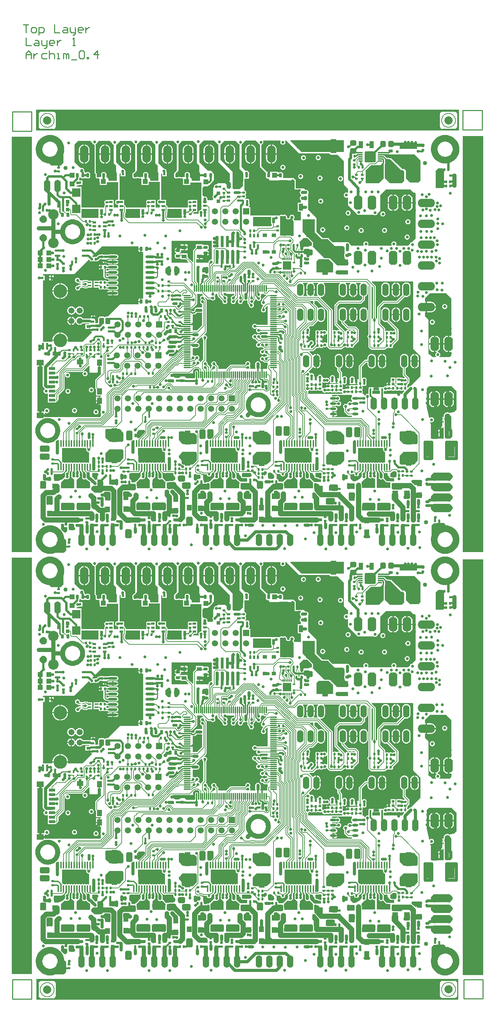
<source format=gtl>
G04 Layer_Physical_Order=1*
G04 Layer_Color=255*
%FSLAX25Y25*%
%MOIN*%
G70*
G01*
G75*
%ADD10C,0.00700*%
G04:AMPARAMS|DCode=11|XSize=78.74mil|YSize=78.74mil|CornerRadius=39.37mil|HoleSize=0mil|Usage=FLASHONLY|Rotation=90.000|XOffset=0mil|YOffset=0mil|HoleType=Round|Shape=RoundedRectangle|*
%AMROUNDEDRECTD11*
21,1,0.07874,0.00000,0,0,90.0*
21,1,0.00000,0.07874,0,0,90.0*
1,1,0.07874,0.00000,0.00000*
1,1,0.07874,0.00000,0.00000*
1,1,0.07874,0.00000,0.00000*
1,1,0.07874,0.00000,0.00000*
%
%ADD11ROUNDEDRECTD11*%
%ADD12C,0.01000*%
%ADD13C,0.04500*%
%ADD14C,0.06496*%
G04:AMPARAMS|DCode=15|XSize=46mil|YSize=63mil|CornerRadius=11.5mil|HoleSize=0mil|Usage=FLASHONLY|Rotation=180.000|XOffset=0mil|YOffset=0mil|HoleType=Round|Shape=RoundedRectangle|*
%AMROUNDEDRECTD15*
21,1,0.04600,0.04000,0,0,180.0*
21,1,0.02300,0.06300,0,0,180.0*
1,1,0.02300,-0.01150,0.02000*
1,1,0.02300,0.01150,0.02000*
1,1,0.02300,0.01150,-0.02000*
1,1,0.02300,-0.01150,-0.02000*
%
%ADD15ROUNDEDRECTD15*%
%ADD16O,0.05709X0.02165*%
G04:AMPARAMS|DCode=17|XSize=22mil|YSize=24mil|CornerRadius=4.4mil|HoleSize=0mil|Usage=FLASHONLY|Rotation=0.000|XOffset=0mil|YOffset=0mil|HoleType=Round|Shape=RoundedRectangle|*
%AMROUNDEDRECTD17*
21,1,0.02200,0.01520,0,0,0.0*
21,1,0.01320,0.02400,0,0,0.0*
1,1,0.00880,0.00660,-0.00760*
1,1,0.00880,-0.00660,-0.00760*
1,1,0.00880,-0.00660,0.00760*
1,1,0.00880,0.00660,0.00760*
%
%ADD17ROUNDEDRECTD17*%
%ADD18R,0.03150X0.02165*%
G04:AMPARAMS|DCode=19|XSize=22mil|YSize=24mil|CornerRadius=4.4mil|HoleSize=0mil|Usage=FLASHONLY|Rotation=270.000|XOffset=0mil|YOffset=0mil|HoleType=Round|Shape=RoundedRectangle|*
%AMROUNDEDRECTD19*
21,1,0.02200,0.01520,0,0,270.0*
21,1,0.01320,0.02400,0,0,270.0*
1,1,0.00880,-0.00760,-0.00660*
1,1,0.00880,-0.00760,0.00660*
1,1,0.00880,0.00760,0.00660*
1,1,0.00880,0.00760,-0.00660*
%
%ADD19ROUNDEDRECTD19*%
G04:AMPARAMS|DCode=20|XSize=29.13mil|YSize=39.37mil|CornerRadius=5.83mil|HoleSize=0mil|Usage=FLASHONLY|Rotation=0.000|XOffset=0mil|YOffset=0mil|HoleType=Round|Shape=RoundedRectangle|*
%AMROUNDEDRECTD20*
21,1,0.02913,0.02772,0,0,0.0*
21,1,0.01748,0.03937,0,0,0.0*
1,1,0.01165,0.00874,-0.01386*
1,1,0.01165,-0.00874,-0.01386*
1,1,0.01165,-0.00874,0.01386*
1,1,0.01165,0.00874,0.01386*
%
%ADD20ROUNDEDRECTD20*%
%ADD21R,0.03465X0.02638*%
%ADD22R,0.02638X0.03465*%
%ADD23R,0.02000X0.02800*%
%ADD24O,0.01378X0.06693*%
%ADD25R,0.20551X0.12205*%
%ADD26R,0.05512X0.13386*%
%ADD27R,0.12992X0.03543*%
%ADD28R,0.08071X0.08071*%
%ADD29O,0.03150X0.01102*%
%ADD30O,0.01102X0.03150*%
%ADD31R,0.05906X0.04528*%
%ADD32R,0.06693X0.05512*%
%ADD33R,0.04528X0.05906*%
%ADD34R,0.05906X0.03150*%
%ADD35R,0.02400X0.02400*%
%ADD36R,0.01280X0.01063*%
%ADD37R,0.03543X0.01575*%
%ADD38R,0.03937X0.03543*%
%ADD39C,0.03937*%
%ADD40R,0.03600X0.03200*%
%ADD41R,0.02400X0.02400*%
%ADD42R,0.02362X0.03347*%
%ADD43R,0.03347X0.02362*%
%ADD44R,0.04331X0.06693*%
G04:AMPARAMS|DCode=45|XSize=52mil|YSize=60mil|CornerRadius=13mil|HoleSize=0mil|Usage=FLASHONLY|Rotation=270.000|XOffset=0mil|YOffset=0mil|HoleType=Round|Shape=RoundedRectangle|*
%AMROUNDEDRECTD45*
21,1,0.05200,0.03400,0,0,270.0*
21,1,0.02600,0.06000,0,0,270.0*
1,1,0.02600,-0.01700,-0.01300*
1,1,0.02600,-0.01700,0.01300*
1,1,0.02600,0.01700,0.01300*
1,1,0.02600,0.01700,-0.01300*
%
%ADD45ROUNDEDRECTD45*%
G04:AMPARAMS|DCode=46|XSize=40mil|YSize=40mil|CornerRadius=20mil|HoleSize=0mil|Usage=FLASHONLY|Rotation=270.000|XOffset=0mil|YOffset=0mil|HoleType=Round|Shape=RoundedRectangle|*
%AMROUNDEDRECTD46*
21,1,0.04000,0.00000,0,0,270.0*
21,1,0.00000,0.04000,0,0,270.0*
1,1,0.04000,0.00000,0.00000*
1,1,0.04000,0.00000,0.00000*
1,1,0.04000,0.00000,0.00000*
1,1,0.04000,0.00000,0.00000*
%
%ADD46ROUNDEDRECTD46*%
G04:AMPARAMS|DCode=47|XSize=40mil|YSize=40mil|CornerRadius=20mil|HoleSize=0mil|Usage=FLASHONLY|Rotation=0.000|XOffset=0mil|YOffset=0mil|HoleType=Round|Shape=RoundedRectangle|*
%AMROUNDEDRECTD47*
21,1,0.04000,0.00000,0,0,0.0*
21,1,0.00000,0.04000,0,0,0.0*
1,1,0.04000,0.00000,0.00000*
1,1,0.04000,0.00000,0.00000*
1,1,0.04000,0.00000,0.00000*
1,1,0.04000,0.00000,0.00000*
%
%ADD47ROUNDEDRECTD47*%
%ADD48R,0.12600X0.06300*%
%ADD49R,0.06300X0.12600*%
%ADD50R,0.02800X0.05600*%
%ADD51R,0.19700X0.17000*%
G04:AMPARAMS|DCode=52|XSize=29.13mil|YSize=39.37mil|CornerRadius=5.83mil|HoleSize=0mil|Usage=FLASHONLY|Rotation=90.000|XOffset=0mil|YOffset=0mil|HoleType=Round|Shape=RoundedRectangle|*
%AMROUNDEDRECTD52*
21,1,0.02913,0.02772,0,0,90.0*
21,1,0.01748,0.03937,0,0,90.0*
1,1,0.01165,0.01386,0.00874*
1,1,0.01165,0.01386,-0.00874*
1,1,0.01165,-0.01386,-0.00874*
1,1,0.01165,-0.01386,0.00874*
%
%ADD52ROUNDEDRECTD52*%
%ADD53O,0.09055X0.02362*%
%ADD54O,0.07087X0.01181*%
%ADD55O,0.01181X0.07087*%
G04:AMPARAMS|DCode=56|XSize=52mil|YSize=60mil|CornerRadius=13mil|HoleSize=0mil|Usage=FLASHONLY|Rotation=180.000|XOffset=0mil|YOffset=0mil|HoleType=Round|Shape=RoundedRectangle|*
%AMROUNDEDRECTD56*
21,1,0.05200,0.03400,0,0,180.0*
21,1,0.02600,0.06000,0,0,180.0*
1,1,0.02600,-0.01300,0.01700*
1,1,0.02600,0.01300,0.01700*
1,1,0.02600,0.01300,-0.01700*
1,1,0.02600,-0.01300,-0.01700*
%
%ADD56ROUNDEDRECTD56*%
%ADD57R,0.04016X0.01181*%
G04:AMPARAMS|DCode=58|XSize=105mil|YSize=105mil|CornerRadius=26.25mil|HoleSize=0mil|Usage=FLASHONLY|Rotation=0.000|XOffset=0mil|YOffset=0mil|HoleType=Round|Shape=RoundedRectangle|*
%AMROUNDEDRECTD58*
21,1,0.10500,0.05250,0,0,0.0*
21,1,0.05250,0.10500,0,0,0.0*
1,1,0.05250,0.02625,-0.02625*
1,1,0.05250,-0.02625,-0.02625*
1,1,0.05250,-0.02625,0.02625*
1,1,0.05250,0.02625,0.02625*
%
%ADD58ROUNDEDRECTD58*%
%ADD59R,0.01102X0.01575*%
%ADD60R,0.05512X0.01969*%
%ADD61R,0.16732X0.04646*%
%ADD62R,0.03543X0.12992*%
%ADD63R,0.02953X0.11024*%
%ADD64C,0.06000*%
%ADD65O,0.05906X0.02362*%
%ADD66R,0.06693X0.04331*%
%ADD67R,0.02800X0.02000*%
%ADD68R,0.01181X0.01575*%
%ADD69R,0.01575X0.01181*%
%ADD70R,0.05512X0.05118*%
%ADD71R,0.05118X0.05512*%
%ADD72R,0.04724X0.03543*%
%ADD73R,0.04800X0.04800*%
%ADD74R,0.04800X0.04800*%
%ADD75R,0.07900X0.07900*%
%ADD76R,0.07900X0.07900*%
%ADD77C,0.01300*%
%ADD78C,0.01200*%
%ADD79C,0.02300*%
%ADD80C,0.02000*%
%ADD81C,0.00800*%
%ADD82C,0.02400*%
%ADD83C,0.01500*%
%ADD84C,0.02800*%
%ADD85C,0.03000*%
%ADD86C,0.02500*%
%ADD87C,0.01600*%
%ADD88C,0.00600*%
%ADD89C,0.02900*%
%ADD90C,0.05000*%
%ADD91C,0.01400*%
%ADD92C,0.04000*%
%ADD93C,0.03500*%
%ADD94C,0.05500*%
%ADD95C,0.02200*%
%ADD96C,0.01700*%
%ADD97C,0.02700*%
%ADD98O,0.06000X0.12000*%
%ADD99C,0.05906*%
%ADD100R,0.05906X0.05906*%
%ADD101C,0.13050*%
%ADD102C,0.05800*%
%ADD103C,0.10000*%
%ADD104P,0.07577X8X292.5*%
%ADD105O,0.08250X0.16500*%
G04:AMPARAMS|DCode=106|XSize=133mil|YSize=83mil|CornerRadius=0mil|HoleSize=0mil|Usage=FLASHONLY|Rotation=90.000|XOffset=0mil|YOffset=0mil|HoleType=Round|Shape=Octagon|*
%AMOCTAGOND106*
4,1,8,0.02075,0.06650,-0.02075,0.06650,-0.04150,0.04575,-0.04150,-0.04575,-0.02075,-0.06650,0.02075,-0.06650,0.04150,-0.04575,0.04150,0.04575,0.02075,0.06650,0.0*
%
%ADD106OCTAGOND106*%

%ADD107O,0.12000X0.06000*%
%ADD108O,0.16500X0.08250*%
%ADD109C,0.02800*%
%ADD110C,0.02900*%
G36*
X433783Y838244D02*
X27136D01*
Y858224D01*
X433783D01*
Y838244D01*
D02*
G37*
G36*
X280194Y816094D02*
X283894D01*
X308994Y816094D01*
X310094Y814994D01*
X316894Y814994D01*
X323094Y808794D01*
Y788894D01*
Y786094D01*
X326994Y782194D01*
Y778612D01*
X326553Y778376D01*
X326486Y778421D01*
X325549Y778607D01*
X324613Y778421D01*
X323819Y777890D01*
X323289Y777097D01*
X323102Y776160D01*
X323289Y775224D01*
X323819Y774430D01*
X324613Y773900D01*
X325549Y773713D01*
X326486Y773900D01*
X326553Y773944D01*
X326994Y773708D01*
Y766594D01*
X336294Y757294D01*
X337234D01*
X337410Y757259D01*
X337586Y757294D01*
X351860Y757294D01*
X352213Y757058D01*
X353149Y756872D01*
X354086Y757058D01*
X354879Y757589D01*
X355410Y758382D01*
X355417Y758417D01*
X358094Y761094D01*
Y776294D01*
X363394Y781594D01*
X386994D01*
X391994Y776594D01*
Y734594D01*
X388428Y731028D01*
X388057Y730954D01*
X387263Y730424D01*
X386733Y729630D01*
X386659Y729259D01*
X384894Y727494D01*
X373589D01*
X373353Y727935D01*
X373576Y728268D01*
X373762Y729205D01*
X373576Y730141D01*
X373046Y730935D01*
X372252Y731466D01*
X371315Y731652D01*
X370379Y731466D01*
X369585Y730935D01*
X369055Y730141D01*
X368868Y729205D01*
X369055Y728268D01*
X369278Y727935D01*
X369042Y727494D01*
X346659D01*
X346392Y727994D01*
X346596Y728299D01*
X346782Y729236D01*
X346596Y730172D01*
X346066Y730966D01*
X345272Y731496D01*
X344335Y731683D01*
X343399Y731496D01*
X342605Y730966D01*
X342075Y730172D01*
X341888Y729236D01*
X342075Y728299D01*
X342279Y727994D01*
X342011Y727494D01*
X330594D01*
X328717Y729370D01*
X328702Y729450D01*
X328160Y730260D01*
X327350Y730802D01*
X327270Y730817D01*
X327194Y730894D01*
X326887D01*
X326394Y730992D01*
X325901Y730894D01*
X312194Y730894D01*
X308850Y734238D01*
Y734423D01*
X308665D01*
X308294Y734794D01*
X302894Y734794D01*
X301394Y736294D01*
X296794Y740894D01*
Y754194D01*
X288694Y762294D01*
X288694Y777148D01*
X288910Y777472D01*
X289022Y778034D01*
Y779554D01*
X288910Y780116D01*
X288592Y780592D01*
X288116Y780910D01*
X287554Y781022D01*
X287192D01*
X287072Y781102D01*
X286215Y781272D01*
X276899Y790589D01*
X276860Y790784D01*
X276639Y791115D01*
X276308Y791336D01*
X276113Y791374D01*
X274894Y792594D01*
X264781Y792594D01*
X264545Y793035D01*
X264582Y793089D01*
X264705Y793707D01*
Y796479D01*
X264582Y797096D01*
X264232Y797620D01*
X263708Y797969D01*
X263091Y798092D01*
X261343D01*
X260725Y797969D01*
X260394Y797748D01*
X259894Y797990D01*
Y798527D01*
X253094D01*
Y798494D01*
X249094D01*
X243794Y803794D01*
Y824688D01*
X244335Y824796D01*
X245129Y825326D01*
X245659Y826120D01*
X245846Y827056D01*
X245659Y827993D01*
X245645Y828014D01*
X245926Y828494D01*
X262018D01*
X262254Y828053D01*
X262180Y827942D01*
X261994Y827006D01*
X262180Y826069D01*
X262710Y825275D01*
X263504Y824745D01*
X264441Y824559D01*
X265377Y824745D01*
X266171Y825275D01*
X266702Y826069D01*
X266888Y827006D01*
X266702Y827942D01*
X266628Y828053D01*
X266863Y828494D01*
X267794D01*
X280194Y816094D01*
D02*
G37*
G36*
X329458Y823383D02*
X329368Y823288D01*
X329285Y823189D01*
X329209Y823086D01*
X329140Y822979D01*
X329077Y822868D01*
X329021Y822753D01*
X328972Y822634D01*
X328929Y822511D01*
X328893Y822383D01*
X328864Y822252D01*
X327785Y823888D01*
X327909Y823867D01*
X328031Y823859D01*
X328150Y823864D01*
X328266Y823880D01*
X328380Y823910D01*
X328490Y823952D01*
X328599Y824007D01*
X328704Y824074D01*
X328807Y824154D01*
X328907Y824246D01*
X329458Y823383D01*
D02*
G37*
G36*
X346868Y825572D02*
X346930Y825533D01*
X347004Y825499D01*
X347089Y825469D01*
X347185Y825444D01*
X347293Y825423D01*
X347413Y825407D01*
X347686Y825389D01*
X347839Y825386D01*
Y823886D01*
X347686Y823884D01*
X347293Y823849D01*
X347185Y823829D01*
X347089Y823803D01*
X347004Y823773D01*
X346930Y823739D01*
X346868Y823700D01*
X346817Y823656D01*
Y825616D01*
X346868Y825572D01*
D02*
G37*
G36*
X323194Y817594D02*
X282494D01*
X271756Y828332D01*
X271947Y828794D01*
X323194D01*
Y817594D01*
D02*
G37*
G36*
X395644Y819330D02*
X395707Y819291D01*
X395780Y819256D01*
X395865Y819226D01*
X395962Y819201D01*
X396070Y819180D01*
X396189Y819164D01*
X396462Y819146D01*
X396616Y819144D01*
Y817644D01*
X396462Y817641D01*
X396070Y817607D01*
X395962Y817586D01*
X395865Y817561D01*
X395780Y817531D01*
X395707Y817496D01*
X395644Y817457D01*
X395594Y817414D01*
Y819374D01*
X395644Y819330D01*
D02*
G37*
G36*
X361521Y807017D02*
X361552Y806947D01*
Y806305D01*
X361532Y806207D01*
X361494Y806114D01*
Y806013D01*
X361474Y805915D01*
Y805234D01*
X361494Y805136D01*
Y805035D01*
X361552Y804744D01*
Y804434D01*
X361494Y804142D01*
Y804042D01*
X361474Y803943D01*
Y797394D01*
Y792494D01*
X361494Y792394D01*
X356694Y787594D01*
X344194D01*
Y799894D01*
X349194Y804894D01*
X357994D01*
X360409Y807309D01*
X360982D01*
Y807309D01*
X361093Y807339D01*
X361521Y807017D01*
D02*
G37*
G36*
X339582Y808129D02*
X339598Y808001D01*
X339626Y807884D01*
X339665Y807778D01*
X339715Y807683D01*
X339776Y807599D01*
X339848Y807527D01*
X339931Y807466D01*
X340025Y807415D01*
X340130Y807376D01*
X338407Y806507D01*
X338439Y806604D01*
X338493Y806812D01*
X338515Y806922D01*
X338549Y807156D01*
X338570Y807407D01*
X338576Y807676D01*
X339576Y808268D01*
X339582Y808129D01*
D02*
G37*
G36*
X53347Y818616D02*
Y806968D01*
X50972Y804594D01*
X41694D01*
X39961Y806327D01*
X39961Y808839D01*
X52846Y818861D01*
X53347Y818616D01*
D02*
G37*
G36*
X46435Y800039D02*
X46490Y800009D01*
X46557Y799982D01*
X46637Y799959D01*
X46729Y799939D01*
X46834Y799923D01*
X47083Y799901D01*
X47383Y799894D01*
Y798294D01*
X47226Y798292D01*
X46834Y798265D01*
X46729Y798249D01*
X46637Y798229D01*
X46557Y798206D01*
X46490Y798178D01*
X46435Y798148D01*
X46393Y798114D01*
Y800074D01*
X46435Y800039D01*
D02*
G37*
G36*
X158994Y828194D02*
X162394Y824794D01*
Y799594D01*
X160289Y797489D01*
Y797371D01*
X160106Y797097D01*
X159983Y796479D01*
Y794394D01*
Y793708D01*
X160106Y793090D01*
X160456Y792566D01*
X160979Y792217D01*
X161597Y792094D01*
X163345D01*
X163962Y792217D01*
X164486Y792566D01*
X164543Y792651D01*
X165144D01*
X165201Y792566D01*
X165725Y792216D01*
X166342Y792093D01*
X168090D01*
X168141Y792103D01*
X168527Y791786D01*
Y785894D01*
X175328D01*
Y788394D01*
X186094D01*
Y762171D01*
X185813Y761941D01*
X184877Y761754D01*
X184083Y761224D01*
X183553Y760430D01*
X183366Y759494D01*
X183526Y758694D01*
X183240Y758194D01*
X178309D01*
X178102Y758694D01*
X179281Y759872D01*
X182167D01*
Y763613D01*
Y767353D01*
Y771715D01*
X176821D01*
Y771715D01*
X176321Y771459D01*
X176054Y771512D01*
X174534D01*
X173972Y771400D01*
X173495Y771082D01*
X173177Y770605D01*
X173065Y770044D01*
Y768723D01*
X173177Y768162D01*
X173495Y767685D01*
Y767292D01*
X173177Y766816D01*
X173065Y766254D01*
Y764934D01*
X173133Y764594D01*
X172808Y764094D01*
X153568D01*
Y764875D01*
X153463Y765402D01*
X153165Y765848D01*
X152410Y766603D01*
X152142Y766783D01*
Y771650D01*
X147594D01*
X147594Y796694D01*
X148394D01*
Y794094D01*
X152794D01*
Y794394D01*
Y798494D01*
X152633D01*
Y799094D01*
X152478Y799874D01*
X152036Y800536D01*
X152001Y800558D01*
X151824Y800824D01*
X151030Y801354D01*
X150094Y801541D01*
X150055Y801533D01*
X144694Y806894D01*
Y824694D01*
X148394Y828394D01*
X158794D01*
X158994Y828194D01*
D02*
G37*
G36*
X120806Y826381D02*
X120849Y826169D01*
X121379Y825375D01*
X122173Y824844D01*
X122385Y824802D01*
X122594Y824594D01*
Y799294D01*
X121368Y798068D01*
X120879Y797970D01*
X120356Y797621D01*
X120006Y797097D01*
X119883Y796480D01*
Y795294D01*
Y793708D01*
X120006Y793090D01*
X120356Y792567D01*
X120879Y792217D01*
X121497Y792094D01*
X123245D01*
X123862Y792217D01*
X124386Y792567D01*
X124493Y792727D01*
X125094D01*
X125201Y792566D01*
X125725Y792217D01*
X126342Y792094D01*
X128090D01*
X128394Y791845D01*
Y788994D01*
X128628D01*
Y785894D01*
X135427D01*
Y788994D01*
X146194D01*
Y772136D01*
X145925Y771915D01*
X144989Y771729D01*
X144195Y771199D01*
X143665Y770405D01*
X143478Y769468D01*
X143665Y768532D01*
X144195Y767738D01*
X144989Y767208D01*
X145925Y767022D01*
X146194Y766801D01*
Y764094D01*
X142102D01*
Y767287D01*
Y771650D01*
X136756D01*
Y771650D01*
X136256Y771478D01*
X136055Y771518D01*
X134535D01*
X133973Y771406D01*
X133497Y771088D01*
X133179Y770612D01*
X133067Y770050D01*
Y768730D01*
X133179Y768168D01*
X133497Y767692D01*
Y767298D01*
X133179Y766822D01*
X133067Y766260D01*
Y764940D01*
X133136Y764594D01*
X132813Y764094D01*
X113411D01*
Y764974D01*
X113306Y765500D01*
X113008Y765947D01*
X112351Y766603D01*
X111984Y766848D01*
Y771650D01*
X107394D01*
Y796894D01*
X108594D01*
Y794094D01*
X112994D01*
Y795294D01*
Y798494D01*
X112994D01*
X112903Y798604D01*
X113041Y799294D01*
X112854Y800230D01*
X112324Y801024D01*
X111530Y801554D01*
X110594Y801741D01*
X110304Y801683D01*
X103994Y807994D01*
X103994Y824394D01*
X107994Y828394D01*
X118794Y828394D01*
X120806Y826381D01*
D02*
G37*
G36*
X81075Y826613D02*
X81138Y826294D01*
X81669Y825500D01*
X82463Y824970D01*
X82781Y824906D01*
X83394Y824294D01*
X83394Y796894D01*
X84117D01*
X84434Y796507D01*
X84429Y796480D01*
Y793708D01*
X84551Y793090D01*
X84901Y792567D01*
X85425Y792217D01*
X86042Y792094D01*
X87790D01*
X88094Y791845D01*
Y788594D01*
X88428D01*
Y785894D01*
X95227D01*
Y788594D01*
X106294D01*
Y772067D01*
X105907Y771750D01*
X105571Y771817D01*
X104634Y771631D01*
X103841Y771100D01*
X103310Y770306D01*
X103124Y769370D01*
X103310Y768434D01*
X103841Y767640D01*
X104634Y767109D01*
X105571Y766923D01*
X105907Y766990D01*
X106294Y766673D01*
Y764094D01*
X101945D01*
Y767287D01*
Y771650D01*
X96598D01*
Y771650D01*
X96098Y771397D01*
X95954Y771425D01*
X94434D01*
X93872Y771314D01*
X93396Y770995D01*
X93078Y770519D01*
X92966Y769957D01*
Y768637D01*
X93078Y768075D01*
X93396Y767599D01*
Y767205D01*
X93078Y766729D01*
X92966Y766167D01*
Y765068D01*
X92876Y764617D01*
X92876Y764617D01*
Y764094D01*
X70794D01*
Y784194D01*
X65994D01*
Y785036D01*
X66494Y785446D01*
X66994Y785347D01*
X67930Y785533D01*
X68262Y785754D01*
X69294D01*
X69993Y785894D01*
X71694D01*
Y790294D01*
X68728D01*
X68461Y790794D01*
X68601Y791003D01*
X68756Y791783D01*
X68756Y791783D01*
Y792603D01*
X69082Y793091D01*
X69139Y793379D01*
X69649D01*
X69706Y793091D01*
X70056Y792567D01*
X70580Y792217D01*
X71197Y792095D01*
X72945D01*
X73563Y792217D01*
X74086Y792567D01*
X74143Y792652D01*
X74744D01*
X74801Y792567D01*
X75325Y792217D01*
X75942Y792094D01*
X77691D01*
X78308Y792217D01*
X78832Y792567D01*
X79181Y793090D01*
X79304Y793708D01*
Y793994D01*
Y796480D01*
X79299Y796507D01*
X79181Y797097D01*
X78832Y797621D01*
X78308Y797970D01*
X77691Y798093D01*
X75942D01*
X75325Y797970D01*
X74801Y797621D01*
X74588Y797600D01*
X74046Y798142D01*
X73955Y798597D01*
X73513Y799258D01*
X73347Y799424D01*
X73441Y799894D01*
X73254Y800830D01*
X72724Y801624D01*
X71930Y802154D01*
X70994Y802341D01*
X70057Y802154D01*
X70043Y802145D01*
X69194Y802994D01*
X64294Y807893D01*
X64294Y824794D01*
X67894Y828394D01*
X79294D01*
X81075Y826613D01*
D02*
G37*
G36*
X242594Y824394D02*
X242594Y802994D01*
X248380Y797207D01*
X248306Y797096D01*
X248183Y796479D01*
Y796479D01*
Y793707D01*
X248306Y793089D01*
X248656Y792566D01*
X249179Y792216D01*
X249394Y792173D01*
Y790394D01*
X275918D01*
Y781744D01*
X281894D01*
Y780805D01*
X281527Y780560D01*
X280986Y779750D01*
X280796Y778794D01*
X280986Y777838D01*
X281030Y777772D01*
X281033Y777757D01*
X281563Y776963D01*
X281894Y776743D01*
Y775305D01*
X281527Y775060D01*
X280986Y774250D01*
X280796Y773294D01*
X280986Y772338D01*
X281527Y771527D01*
X281894Y771283D01*
Y769040D01*
X278812D01*
Y760347D01*
X281894D01*
Y751894D01*
X275429D01*
X275024Y752499D01*
X274901Y752581D01*
Y753081D01*
X275024Y753163D01*
X275554Y753957D01*
X275741Y754894D01*
X275554Y755830D01*
X275024Y756624D01*
X274230Y757154D01*
X273294Y757341D01*
X272357Y757154D01*
X271563Y756624D01*
X271033Y755830D01*
X270847Y754894D01*
X270949Y754380D01*
X270632Y753994D01*
X268852D01*
X268441Y754494D01*
X268541Y754994D01*
X268354Y755930D01*
X267824Y756724D01*
X267030Y757254D01*
X266094Y757441D01*
X265157Y757254D01*
X264644Y756911D01*
X264130Y757254D01*
X263194Y757441D01*
X262257Y757254D01*
X261463Y756724D01*
X261376Y756594D01*
X258786D01*
X258136Y756723D01*
X257487Y756594D01*
X233586D01*
X233147Y756741D01*
Y764646D01*
X231801D01*
X231649Y765146D01*
X231824Y765263D01*
X232354Y766057D01*
X232541Y766994D01*
X232354Y767930D01*
X232103Y768307D01*
Y769186D01*
X232192Y769634D01*
Y771154D01*
X232080Y771716D01*
X231762Y772192D01*
X231286Y772510D01*
X230724Y772622D01*
X229404D01*
X228842Y772510D01*
X228446Y772246D01*
X228284Y772311D01*
X228273Y772327D01*
X228268Y772342D01*
X228423Y772983D01*
X228592Y773096D01*
X228910Y773572D01*
X229022Y774134D01*
Y775454D01*
X228910Y776016D01*
X228688Y776348D01*
X228627Y776689D01*
X228688Y777029D01*
X228910Y777362D01*
X229022Y777923D01*
Y779244D01*
X228910Y779805D01*
X228592Y780282D01*
X228116Y780600D01*
X227554Y780712D01*
X227394D01*
Y787844D01*
X227518D01*
Y791994D01*
X229377D01*
X229594Y791951D01*
X229810Y791994D01*
X231794D01*
Y793977D01*
X231837Y794194D01*
Y794851D01*
Y796231D01*
X231854Y796257D01*
X231902Y796494D01*
X232041Y797194D01*
X231854Y798130D01*
X231324Y798924D01*
X230530Y799454D01*
X229594Y799641D01*
X228657Y799454D01*
X228605Y799420D01*
X224694Y803331D01*
Y824791D01*
X224716Y824796D01*
X225510Y825326D01*
X226040Y826120D01*
X226045Y826145D01*
X228394Y828494D01*
X238494D01*
X242594Y824394D01*
D02*
G37*
G36*
X181894Y824494D02*
Y806994D01*
X184294Y804594D01*
Y792094D01*
X182894Y790694D01*
X177994D01*
X175094Y793594D01*
X175047Y793651D01*
X175058Y793707D01*
Y796479D01*
X174935Y797096D01*
X174586Y797620D01*
X174062Y797969D01*
X173445Y798092D01*
X171696D01*
X171079Y797969D01*
X170555Y797620D01*
X170206Y797096D01*
X170083Y796479D01*
Y793707D01*
X169990Y793594D01*
X165533D01*
X165436Y793613D01*
X165343Y793651D01*
X165243D01*
X165144Y793671D01*
X164543D01*
X164444Y793651D01*
X164344D01*
X164251Y793613D01*
X164154Y793594D01*
X161394D01*
X161003Y793985D01*
Y796379D01*
X161066Y796699D01*
X161137Y796804D01*
X161160Y796860D01*
X163994Y799694D01*
Y824794D01*
X164225Y825025D01*
X164330Y825046D01*
X165124Y825576D01*
X165654Y826370D01*
X165675Y826475D01*
X167494Y828294D01*
X178094D01*
X181894Y824494D01*
D02*
G37*
G36*
X141894D02*
Y806994D01*
X144294Y804594D01*
Y792094D01*
X142894Y790694D01*
X137994D01*
X135094Y793594D01*
X135047Y793651D01*
X135058Y793708D01*
Y796479D01*
X134935Y797097D01*
X134586Y797620D01*
X134062Y797970D01*
X133445Y798093D01*
X131696D01*
X131079Y797970D01*
X130555Y797620D01*
X130206Y797097D01*
X130083Y796479D01*
Y793708D01*
X129989Y793594D01*
X125614D01*
X125568Y793613D01*
X125484Y793669D01*
X125386Y793688D01*
X125293Y793727D01*
X125193D01*
X125094Y793746D01*
X124493D01*
X124394Y793727D01*
X124294Y793727D01*
X124201Y793688D01*
X124103Y793669D01*
X124019Y793613D01*
X123973Y793594D01*
X121394D01*
X120903Y794085D01*
Y796379D01*
X120958Y796658D01*
X121318Y797018D01*
X121566Y797067D01*
X121659Y797106D01*
X121758Y797125D01*
X121841Y797181D01*
X121934Y797220D01*
X122005Y797291D01*
X122088Y797346D01*
X123315Y798573D01*
X123536Y798904D01*
X123613Y799294D01*
Y799313D01*
X123994Y799694D01*
Y824794D01*
X124044Y824844D01*
X124046Y824844D01*
X124840Y825375D01*
X125370Y826169D01*
X125371Y826170D01*
X127494Y828294D01*
X138094D01*
X141894Y824494D01*
D02*
G37*
G36*
X100413Y825974D02*
X100442Y825828D01*
X100972Y825035D01*
X101766Y824504D01*
X101894Y824479D01*
Y806994D01*
X104294Y804594D01*
Y792094D01*
X102894Y790694D01*
X97994D01*
X95094Y793594D01*
X94852D01*
X94758Y793708D01*
Y796480D01*
X94635Y797097D01*
X94286Y797621D01*
X93762Y797970D01*
X93145Y798093D01*
X91396D01*
X90779Y797970D01*
X90255Y797621D01*
X89906Y797097D01*
X89783Y796480D01*
Y793708D01*
X89689Y793594D01*
X85491D01*
X85448Y793808D01*
Y796405D01*
X85449Y796407D01*
X85448Y796413D01*
Y796480D01*
X85435Y796545D01*
X85434Y796556D01*
X85434Y796706D01*
X85415Y796753D01*
X85410Y796803D01*
X85339Y796935D01*
X85282Y797074D01*
X85246Y797110D01*
X85222Y797154D01*
X84905Y797541D01*
X84866Y797573D01*
X84838Y797615D01*
X84713Y797698D01*
X84597Y797793D01*
X84549Y797808D01*
X84507Y797836D01*
X84413Y797854D01*
X84413Y824294D01*
X84336Y824684D01*
X84262Y824794D01*
X84335Y824970D01*
X85129Y825500D01*
X85660Y826294D01*
X85701Y826501D01*
X87494Y828294D01*
X98094D01*
X100413Y825974D01*
D02*
G37*
G36*
X392294Y814294D02*
X396894Y809694D01*
Y798394D01*
Y790194D01*
X395094Y788394D01*
X386494D01*
X382694Y792194D01*
Y799794D01*
X381094Y801394D01*
X379517D01*
X368894Y812016D01*
X364471D01*
X362194Y814294D01*
Y815094D01*
X362242Y815142D01*
X366473D01*
X367097Y815266D01*
X367288Y815394D01*
X391194D01*
X392294Y814294D01*
D02*
G37*
G36*
X340319Y789354D02*
X340237Y789263D01*
X340163Y789165D01*
X340099Y789059D01*
X340043Y788946D01*
X339996Y788825D01*
X339958Y788697D01*
X339929Y788561D01*
X339908Y788417D01*
X339896Y788266D01*
X339894Y788108D01*
X338508Y789494D01*
X338666Y789496D01*
X338817Y789508D01*
X338961Y789529D01*
X339097Y789558D01*
X339225Y789596D01*
X339346Y789643D01*
X339459Y789699D01*
X339565Y789763D01*
X339663Y789837D01*
X339754Y789919D01*
X340319Y789354D01*
D02*
G37*
G36*
X366322Y810694D02*
X366939Y810571D01*
X367716D01*
X370094Y808194D01*
X378194Y800094D01*
X379894D01*
X381094Y798894D01*
Y789994D01*
X378694Y787594D01*
X367394D01*
X362494Y792494D01*
Y797394D01*
Y803943D01*
X362622Y804589D01*
X362494Y805234D01*
Y805915D01*
X362789Y806357D01*
X362913Y806981D01*
Y810028D01*
X362841Y810394D01*
X363165Y810867D01*
X363212Y810894D01*
X366023D01*
X366322Y810694D01*
D02*
G37*
G36*
X202494Y824594D02*
Y814494D01*
Y807894D01*
X205994Y804394D01*
X213594Y796794D01*
Y790294D01*
X210794Y787494D01*
X201894D01*
X200883Y786483D01*
X200594Y786541D01*
X199657Y786354D01*
X198863Y785824D01*
X198333Y785030D01*
X198147Y784094D01*
X198204Y783804D01*
X197394Y782994D01*
Y776188D01*
X196996Y775593D01*
X196810Y774657D01*
X196996Y773720D01*
X197394Y773125D01*
Y772194D01*
X196394Y771194D01*
X192206D01*
Y771715D01*
X192206D01*
X191925Y772215D01*
X191960Y772394D01*
X191774Y773330D01*
X191244Y774124D01*
X191171Y774173D01*
X191155Y774196D01*
X190411Y774693D01*
X189533Y774868D01*
X188688Y774700D01*
X187113Y776274D01*
Y783113D01*
X188594Y784594D01*
X192354D01*
X193286Y785525D01*
X193769D01*
Y786009D01*
X194798Y787037D01*
X195169Y787286D01*
X196713Y788829D01*
X196961Y789200D01*
X198194Y790433D01*
Y796694D01*
X197323Y797565D01*
X197286Y797620D01*
X197230Y797657D01*
X195393Y799494D01*
X192593D01*
X186794Y805294D01*
X184094Y807994D01*
Y824694D01*
X187994Y828594D01*
X198494D01*
X202494Y824594D01*
D02*
G37*
G36*
X201603Y785076D02*
X201692Y785017D01*
X201788Y784965D01*
X201890Y784919D01*
X202000Y784881D01*
X202116Y784850D01*
X202238Y784825D01*
X202367Y784808D01*
X202503Y784797D01*
X202646Y784794D01*
X202741Y783594D01*
X202598Y783590D01*
X202463Y783577D01*
X202335Y783557D01*
X202215Y783529D01*
X202103Y783492D01*
X201999Y783448D01*
X201903Y783395D01*
X201815Y783334D01*
X201734Y783265D01*
X201661Y783188D01*
X201521Y785143D01*
X201603Y785076D01*
D02*
G37*
G36*
X419587Y799784D02*
Y796043D01*
Y783839D01*
X418602Y782854D01*
X411614D01*
Y799685D01*
X412303Y800374D01*
X413681Y801752D01*
X417618D01*
X419587Y799784D01*
D02*
G37*
G36*
X221622Y825965D02*
X222049Y825326D01*
X222688Y824899D01*
X222794Y824794D01*
Y801594D01*
X226294Y798094D01*
Y785194D01*
X223094Y781994D01*
X216816D01*
X215994Y782816D01*
Y798494D01*
X204494Y809994D01*
Y824594D01*
X208294Y828394D01*
X219194D01*
X221622Y825965D01*
D02*
G37*
G36*
X205473Y775043D02*
X206045Y774871D01*
X206173Y774843D01*
X206415Y774806D01*
X206527Y774797D01*
X206634Y774794D01*
X207039Y773994D01*
X206908Y773987D01*
X206786Y773967D01*
X206674Y773935D01*
X206570Y773889D01*
X206475Y773829D01*
X206389Y773757D01*
X206312Y773672D01*
X206245Y773573D01*
X206186Y773461D01*
X206136Y773337D01*
X205316Y775101D01*
X205473Y775043D01*
D02*
G37*
G36*
X204817Y772395D02*
X204707Y772387D01*
X204608Y772366D01*
X204521Y772330D01*
X204445Y772280D01*
X204381Y772215D01*
X204329Y772136D01*
X204288Y772043D01*
X204259Y771936D01*
X204242Y771815D01*
X204236Y771679D01*
X203436Y771952D01*
X203431Y773571D01*
X204817Y772395D01*
D02*
G37*
G36*
X170499Y757581D02*
X170513Y757451D01*
X170537Y757326D01*
X170571Y757205D01*
X170614Y757088D01*
X170667Y756976D01*
X170729Y756867D01*
X170801Y756763D01*
X170882Y756662D01*
X170974Y756566D01*
X169014D01*
X169105Y756662D01*
X169186Y756763D01*
X169258Y756867D01*
X169321Y756976D01*
X169374Y757088D01*
X169417Y757205D01*
X169450Y757326D01*
X169474Y757451D01*
X169489Y757581D01*
X169494Y757714D01*
X170494D01*
X170499Y757581D01*
D02*
G37*
G36*
X130299Y757553D02*
X130317Y757432D01*
X130346Y757311D01*
X130386Y757192D01*
X130439Y757073D01*
X130502Y756955D01*
X130578Y756839D01*
X130665Y756723D01*
X130763Y756608D01*
X130874Y756494D01*
X128914D01*
X129024Y756608D01*
X129122Y756723D01*
X129209Y756839D01*
X129285Y756955D01*
X129349Y757073D01*
X129401Y757192D01*
X129441Y757311D01*
X129471Y757432D01*
X129488Y757553D01*
X129494Y757675D01*
X130294D01*
X130299Y757553D01*
D02*
G37*
G36*
X90448Y757355D02*
X90461Y757230D01*
X90484Y757112D01*
X90515Y757001D01*
X90556Y756896D01*
X90605Y756798D01*
X90664Y756706D01*
X90731Y756621D01*
X90808Y756542D01*
X90893Y756470D01*
X89194D01*
X89279Y756542D01*
X89355Y756621D01*
X89423Y756706D01*
X89481Y756798D01*
X89531Y756896D01*
X89571Y757001D01*
X89603Y757112D01*
X89625Y757230D01*
X89639Y757355D01*
X89643Y757486D01*
X90443D01*
X90448Y757355D01*
D02*
G37*
G36*
X127094Y754294D02*
X113766D01*
X112867Y755192D01*
Y758721D01*
X113008Y758861D01*
X113306Y759308D01*
X113411Y759834D01*
Y762994D01*
X127094D01*
Y754294D01*
D02*
G37*
G36*
X167194Y754194D02*
X154025D01*
X153168Y755051D01*
Y759018D01*
X153463Y759460D01*
X153568Y759987D01*
Y762994D01*
X167194D01*
Y754194D01*
D02*
G37*
G36*
X86994D02*
X70894D01*
Y762770D01*
X70994Y762794D01*
X86994D01*
Y754194D01*
D02*
G37*
G36*
X257858Y752904D02*
X257711Y752928D01*
X257570Y752940D01*
X257435Y752940D01*
X257305Y752928D01*
X257182Y752904D01*
X257064Y752868D01*
X256953Y752819D01*
X256847Y752759D01*
X256747Y752686D01*
X256653Y752601D01*
X256201Y753280D01*
X256280Y753366D01*
X256353Y753460D01*
X256421Y753562D01*
X256485Y753674D01*
X256543Y753794D01*
X256596Y753923D01*
X256644Y754061D01*
X256726Y754363D01*
X256759Y754527D01*
X257858Y752904D01*
D02*
G37*
G36*
X191611Y749972D02*
X191534Y749885D01*
X191464Y749789D01*
X191403Y749684D01*
X191351Y749569D01*
X191307Y749445D01*
X191271Y749311D01*
X191244Y749168D01*
X191224Y749015D01*
X191214Y748853D01*
X191211Y748681D01*
X189825Y750067D01*
X189997Y750069D01*
X190312Y750099D01*
X190455Y750127D01*
X190589Y750162D01*
X190714Y750207D01*
X190828Y750259D01*
X190934Y750320D01*
X191030Y750389D01*
X191116Y750467D01*
X191611Y749972D01*
D02*
G37*
G36*
X100494Y746218D02*
X100380Y746328D01*
X100265Y746426D01*
X100149Y746513D01*
X100032Y746589D01*
X99914Y746653D01*
X99796Y746705D01*
X99676Y746745D01*
X99556Y746774D01*
X99435Y746792D01*
X99312Y746798D01*
Y747598D01*
X99435Y747603D01*
X99556Y747621D01*
X99676Y747650D01*
X99796Y747690D01*
X99914Y747743D01*
X100032Y747806D01*
X100149Y747882D01*
X100265Y747969D01*
X100380Y748067D01*
X100494Y748178D01*
Y746218D01*
D02*
G37*
G36*
X253143Y748257D02*
X253294D01*
Y746094D01*
X235694D01*
Y755194D01*
X253143D01*
Y748257D01*
D02*
G37*
G36*
X185038Y746969D02*
X185134Y746900D01*
X185240Y746839D01*
X185354Y746787D01*
X185479Y746742D01*
X185613Y746707D01*
X185756Y746679D01*
X185909Y746660D01*
X186071Y746649D01*
X186243Y746647D01*
X184857Y745261D01*
X184854Y745433D01*
X184825Y745748D01*
X184797Y745891D01*
X184761Y746025D01*
X184717Y746149D01*
X184664Y746264D01*
X184604Y746370D01*
X184534Y746465D01*
X184457Y746552D01*
X184952Y747047D01*
X185038Y746969D01*
D02*
G37*
G36*
X188607Y746946D02*
X188702Y746877D01*
X188808Y746816D01*
X188923Y746763D01*
X189047Y746719D01*
X189181Y746683D01*
X189324Y746656D01*
X189477Y746637D01*
X189639Y746626D01*
X189811Y746624D01*
X188425Y745238D01*
X188423Y745409D01*
X188393Y745724D01*
X188365Y745868D01*
X188330Y746001D01*
X188285Y746126D01*
X188233Y746241D01*
X188172Y746346D01*
X188103Y746442D01*
X188025Y746529D01*
X188520Y747023D01*
X188607Y746946D01*
D02*
G37*
G36*
X263732Y756294D02*
X264077Y756064D01*
X264445Y755911D01*
X264843D01*
X265210Y756064D01*
X265352Y756158D01*
X266230Y756333D01*
X266278Y756365D01*
X266632Y756294D01*
X267089Y755989D01*
X267394Y755532D01*
X267501Y754994D01*
X267441Y754693D01*
Y754642D01*
X267427Y754594D01*
X267441Y754445D01*
Y754295D01*
X267461Y754248D01*
X267466Y754198D01*
X267536Y754066D01*
X267594Y753927D01*
X267629Y753892D01*
X267653Y753847D01*
X268063Y753347D01*
X268103Y753315D01*
X268131Y753273D01*
X268255Y753190D01*
X268371Y753094D01*
X268419Y753080D01*
X268461Y753052D01*
X268608Y753022D01*
X268752Y752979D01*
X268802Y752984D01*
X268852Y752974D01*
X270632D01*
X270681Y752984D01*
X270732Y752979D01*
X270875Y753022D01*
X271022Y753052D01*
X271064Y753080D01*
X271112Y753094D01*
X271228Y753190D01*
X271353Y753273D01*
X271381Y753315D01*
X271420Y753347D01*
X271737Y753733D01*
X271761Y753778D01*
X271797Y753814D01*
X271854Y753952D01*
X271924Y754084D01*
X271930Y754135D01*
X271949Y754181D01*
Y754331D01*
X271964Y754480D01*
X271949Y754529D01*
Y754579D01*
X271886Y754894D01*
X271993Y755432D01*
X272299Y755889D01*
X272755Y756194D01*
X273294Y756301D01*
X273832Y756194D01*
X274289Y755889D01*
X274594Y755432D01*
X274694Y754931D01*
Y754856D01*
X274594Y754355D01*
X274260Y753856D01*
X274180Y753802D01*
X274124Y753719D01*
X274053Y753648D01*
X274015Y753555D01*
X273959Y753471D01*
X273939Y753373D01*
X273901Y753280D01*
Y753180D01*
X273881Y753081D01*
Y752581D01*
X273901Y752483D01*
Y752382D01*
X273939Y752289D01*
X273959Y752191D01*
X274015Y752107D01*
X274053Y752015D01*
X274124Y751944D01*
X274180Y751860D01*
X274260Y751806D01*
X274581Y751327D01*
X274652Y751256D01*
X274694Y751193D01*
Y736994D01*
X272277D01*
X272020Y737165D01*
X271494Y737270D01*
X261794D01*
Y755670D01*
X261850Y755708D01*
X261943Y755746D01*
X262014Y755817D01*
X262097Y755873D01*
X262153Y755956D01*
X262160Y755963D01*
X262655Y756294D01*
X263156Y756394D01*
X263231D01*
X263732Y756294D01*
D02*
G37*
G36*
X78283Y738716D02*
X78383Y738635D01*
X78488Y738563D01*
X78597Y738500D01*
X78709Y738447D01*
X78826Y738404D01*
X78947Y738371D01*
X79072Y738347D01*
X79202Y738332D01*
X79335Y738327D01*
Y737327D01*
X79202Y737323D01*
X79072Y737308D01*
X78947Y737284D01*
X78826Y737251D01*
X78709Y737207D01*
X78597Y737155D01*
X78488Y737092D01*
X78383Y737020D01*
X78283Y736939D01*
X78187Y736847D01*
Y738807D01*
X78283Y738716D01*
D02*
G37*
G36*
X85134Y734483D02*
X85110Y734520D01*
X85078Y734554D01*
X85036Y734584D01*
X84985Y734610D01*
X84925Y734632D01*
X84856Y734650D01*
X84777Y734663D01*
X84689Y734673D01*
X84486Y734681D01*
Y735481D01*
X84592Y735483D01*
X84777Y735499D01*
X84856Y735513D01*
X84925Y735531D01*
X84985Y735553D01*
X85036Y735579D01*
X85078Y735608D01*
X85110Y735642D01*
X85134Y735680D01*
Y734483D01*
D02*
G37*
G36*
X226894Y735385D02*
X226990Y735312D01*
X227095Y735245D01*
X227207Y735184D01*
X227328Y735131D01*
X227458Y735084D01*
X227595Y735044D01*
X227741Y735010D01*
X227895Y734983D01*
X228058Y734963D01*
X226527Y733739D01*
X226541Y733891D01*
X226544Y734037D01*
X226536Y734177D01*
X226517Y734309D01*
X226487Y734435D01*
X226446Y734555D01*
X226395Y734667D01*
X226332Y734773D01*
X226259Y734873D01*
X226175Y734965D01*
X226807Y735465D01*
X226894Y735385D01*
D02*
G37*
G36*
X78156Y734753D02*
X78271Y734654D01*
X78387Y734567D01*
X78504Y734492D01*
X78622Y734428D01*
X78740Y734376D01*
X78860Y734335D01*
X78980Y734306D01*
X79102Y734289D01*
X79224Y734283D01*
Y733483D01*
X79102Y733477D01*
X78980Y733460D01*
X78860Y733431D01*
X78740Y733390D01*
X78622Y733338D01*
X78504Y733274D01*
X78387Y733199D01*
X78271Y733112D01*
X78156Y733013D01*
X78042Y732903D01*
Y734863D01*
X78156Y734753D01*
D02*
G37*
G36*
X270594Y731214D02*
X270471Y731333D01*
X270227Y731535D01*
X270106Y731617D01*
X269986Y731686D01*
X269867Y731743D01*
X269749Y731787D01*
X269631Y731818D01*
X269514Y731837D01*
X269398Y731844D01*
Y732544D01*
X269514Y732550D01*
X269631Y732569D01*
X269749Y732600D01*
X269867Y732645D01*
X269986Y732701D01*
X270106Y732770D01*
X270227Y732852D01*
X270349Y732947D01*
X270471Y733054D01*
X270594Y733174D01*
Y731214D01*
D02*
G37*
G36*
X85496Y730534D02*
X85394Y730601D01*
X85294Y730651D01*
X85193Y730683D01*
X85093Y730698D01*
X84993Y730695D01*
X84893Y730676D01*
X84793Y730638D01*
X84694Y730583D01*
X84595Y730511D01*
X84496Y730421D01*
X84075Y731131D01*
X84228Y731286D01*
X84926Y732070D01*
X85006Y732177D01*
X85133Y732371D01*
X85496Y730534D01*
D02*
G37*
G36*
X237872Y731364D02*
X238119Y731164D01*
X238241Y731083D01*
X238362Y731014D01*
X238482Y730958D01*
X238601Y730914D01*
X238718Y730883D01*
X238835Y730865D01*
X238950Y730858D01*
X238961Y730158D01*
X238844Y730152D01*
X238727Y730133D01*
X238610Y730101D01*
X238492Y730057D01*
X238373Y729999D01*
X238254Y729930D01*
X238135Y729847D01*
X238015Y729752D01*
X237894Y729644D01*
X237773Y729523D01*
X237746Y731483D01*
X237872Y731364D01*
D02*
G37*
G36*
X78105Y730912D02*
X78219Y730813D01*
X78335Y730726D01*
X78452Y730651D01*
X78570Y730587D01*
X78689Y730535D01*
X78808Y730494D01*
X78929Y730465D01*
X79050Y730448D01*
X79172Y730442D01*
Y729642D01*
X79050Y729636D01*
X78929Y729619D01*
X78808Y729590D01*
X78689Y729549D01*
X78570Y729497D01*
X78452Y729433D01*
X78335Y729358D01*
X78219Y729271D01*
X78105Y729172D01*
X77990Y729062D01*
Y731022D01*
X78105Y730912D01*
D02*
G37*
G36*
X237646Y729386D02*
X237448Y729136D01*
X237367Y729013D01*
X237299Y728892D01*
X237243Y728771D01*
X237199Y728652D01*
X237169Y728534D01*
X237150Y728418D01*
X237144Y728302D01*
X236444Y728285D01*
X236437Y728402D01*
X236418Y728519D01*
X236386Y728637D01*
X236341Y728754D01*
X236284Y728872D01*
X236213Y728990D01*
X236130Y729109D01*
X236034Y729228D01*
X235926Y729347D01*
X235804Y729466D01*
X237764Y729513D01*
X237646Y729386D01*
D02*
G37*
G36*
X263569Y729125D02*
X263684Y729015D01*
X263799Y728917D01*
X263914Y728832D01*
X264030Y728761D01*
X264146Y728702D01*
X264263Y728657D01*
X264380Y728624D01*
X264497Y728605D01*
X264615Y728598D01*
X264574Y727898D01*
X264460Y727892D01*
X264344Y727874D01*
X264226Y727844D01*
X264106Y727801D01*
X263984Y727747D01*
X263861Y727680D01*
X263735Y727601D01*
X263607Y727510D01*
X263477Y727407D01*
X263364Y727309D01*
X263262Y727204D01*
X263060Y726960D01*
X262978Y726839D01*
X262909Y726719D01*
X262852Y726600D01*
X262808Y726482D01*
X262777Y726364D01*
X262758Y726247D01*
X262752Y726131D01*
X262052D01*
X262045Y726247D01*
X262026Y726364D01*
X261995Y726482D01*
X261951Y726600D01*
X261894Y726719D01*
X261825Y726839D01*
X261743Y726960D01*
X261648Y727081D01*
X261541Y727204D01*
X261422Y727327D01*
X263347D01*
X263455Y729249D01*
X263569Y729125D01*
D02*
G37*
G36*
X265714Y723980D02*
X265668Y722397D01*
X263856Y723142D01*
X263905Y723170D01*
X263949Y723212D01*
X263987Y723269D01*
X264021Y723339D01*
X264050Y723424D01*
X264073Y723523D01*
X264091Y723636D01*
X264104Y723763D01*
X264114Y724059D01*
X265714Y723980D01*
D02*
G37*
G36*
X210086Y723962D02*
X210184Y723888D01*
X210290Y723824D01*
X210403Y723768D01*
X210524Y723721D01*
X210652Y723683D01*
X210788Y723653D01*
X210932Y723633D01*
X211083Y723621D01*
X211242Y723619D01*
X209856Y722233D01*
X209853Y722391D01*
X209841Y722542D01*
X209821Y722686D01*
X209791Y722822D01*
X209753Y722950D01*
X209706Y723071D01*
X209650Y723184D01*
X209586Y723290D01*
X209512Y723388D01*
X209430Y723478D01*
X209996Y724044D01*
X210086Y723962D01*
D02*
G37*
G36*
X222572Y722880D02*
X222659Y722771D01*
X222750Y722674D01*
X222848Y722590D01*
X222950Y722519D01*
X223057Y722462D01*
X223168Y722416D01*
X223286Y722384D01*
X223408Y722365D01*
X223535Y722358D01*
X223344Y721558D01*
X223230Y721554D01*
X223113Y721540D01*
X222992Y721516D01*
X222868Y721484D01*
X222741Y721442D01*
X222610Y721390D01*
X222339Y721259D01*
X222199Y721180D01*
X222056Y721091D01*
X222490Y723003D01*
X222572Y722880D01*
D02*
G37*
G36*
X271779Y721463D02*
X271859Y721398D01*
X271951Y721331D01*
X272171Y721193D01*
X272440Y721047D01*
X272932Y720814D01*
X271106Y720141D01*
X271163Y720274D01*
X271204Y720402D01*
X271230Y720526D01*
X271240Y720646D01*
X271235Y720762D01*
X271214Y720873D01*
X271177Y720980D01*
X271124Y721083D01*
X271056Y721181D01*
X270972Y721275D01*
X271711Y721525D01*
X271779Y721463D01*
D02*
G37*
G36*
X265242Y720722D02*
X265040Y720478D01*
X264959Y720357D01*
X264889Y720237D01*
X264832Y720118D01*
X264788Y720000D01*
X264757Y719882D01*
X264738Y719765D01*
X264732Y719649D01*
X264032D01*
X264025Y719765D01*
X264006Y719882D01*
X263975Y720000D01*
X263931Y720118D01*
X263874Y720237D01*
X263805Y720357D01*
X263723Y720478D01*
X263629Y720600D01*
X263521Y720722D01*
X263402Y720845D01*
X265362D01*
X265242Y720722D01*
D02*
G37*
G36*
X268620Y719028D02*
X268618Y719002D01*
X268622Y718971D01*
X268634Y718937D01*
X268652Y718900D01*
X268678Y718859D01*
X268710Y718814D01*
X268750Y718766D01*
X268850Y718659D01*
X268355Y718164D01*
X268290Y718228D01*
X268122Y718373D01*
X268075Y718407D01*
X268033Y718433D01*
X267995Y718451D01*
X267961Y718462D01*
X267932Y718465D01*
X267908Y718461D01*
X268630Y719052D01*
X268620Y719028D01*
D02*
G37*
G36*
X196031Y720800D02*
Y714528D01*
X195645Y714211D01*
X195494Y714241D01*
X194557Y714054D01*
X193763Y713524D01*
X193233Y712730D01*
X193047Y711794D01*
X193066Y711696D01*
X192686Y711251D01*
X181021D01*
Y714638D01*
X183675D01*
Y717410D01*
X184175D01*
Y717910D01*
X187537D01*
Y718032D01*
X188037Y718299D01*
X188188Y718198D01*
X188806Y718076D01*
X189691D01*
Y720563D01*
X190191D01*
Y721063D01*
X193191D01*
Y721437D01*
X193068Y722055D01*
X192718Y722578D01*
X192195Y722928D01*
X191906Y722986D01*
Y723495D01*
X192195Y723553D01*
X192718Y723903D01*
X193068Y724426D01*
X193191Y725043D01*
Y726792D01*
X193068Y727409D01*
X192718Y727933D01*
X192195Y728282D01*
X191577Y728405D01*
X188806D01*
X188188Y728282D01*
X188037Y728182D01*
X187537Y728449D01*
Y728843D01*
X180813D01*
Y725879D01*
X178582Y723648D01*
X178273Y723185D01*
X178164Y722639D01*
X178166Y722628D01*
Y712111D01*
X177666Y711904D01*
X172970Y716600D01*
Y720181D01*
X166246D01*
Y720029D01*
X165473D01*
X165306Y720063D01*
Y720573D01*
X165595Y720630D01*
X166118Y720980D01*
X166468Y721503D01*
X166591Y722121D01*
Y723299D01*
X169108D01*
Y725571D01*
X166246D01*
Y725526D01*
X165746Y725259D01*
X165595Y725360D01*
X164977Y725482D01*
X164092D01*
Y722995D01*
X163592D01*
Y722495D01*
X160592D01*
Y722121D01*
X160715Y721503D01*
X161065Y720980D01*
X161588Y720630D01*
X161877Y720573D01*
Y720063D01*
X161588Y720005D01*
X161065Y719656D01*
X160715Y719132D01*
X160592Y718514D01*
Y716766D01*
X160715Y716149D01*
X161065Y715625D01*
X161588Y715275D01*
X162206Y715153D01*
X164977D01*
X165595Y715275D01*
X165746Y715376D01*
X166246Y715109D01*
Y714638D01*
X170895D01*
X173819Y711713D01*
X173628Y711251D01*
X157570D01*
Y732295D01*
X196031D01*
Y720800D01*
D02*
G37*
G36*
X273354Y718519D02*
X273170Y718245D01*
X273096Y718113D01*
X273033Y717984D01*
X272981Y717859D01*
X272941Y717738D01*
X272912Y717620D01*
X272895Y717505D01*
X272889Y717394D01*
X272189Y717304D01*
X272183Y717424D01*
X272163Y717542D01*
X272129Y717658D01*
X272082Y717772D01*
X272021Y717884D01*
X271948Y717995D01*
X271860Y718104D01*
X271759Y718211D01*
X271645Y718316D01*
X271517Y718420D01*
X273463Y718661D01*
X273354Y718519D01*
D02*
G37*
G36*
X91608Y717759D02*
X91707Y717676D01*
X91809Y717603D01*
X91917Y717540D01*
X92028Y717486D01*
X92144Y717442D01*
X92265Y717408D01*
X92389Y717383D01*
X92519Y717369D01*
X92652Y717364D01*
X92629Y716364D01*
X92496Y716359D01*
X92367Y716345D01*
X92242Y716321D01*
X92120Y716288D01*
X92003Y716246D01*
X91889Y716194D01*
X91779Y716133D01*
X91673Y716062D01*
X91571Y715982D01*
X91472Y715893D01*
X91514Y717852D01*
X91608Y717759D01*
D02*
G37*
G36*
X125731Y726394D02*
X125629Y725879D01*
Y724994D01*
X128117D01*
Y724494D01*
X128616D01*
Y721494D01*
X128990D01*
X129608Y721617D01*
X129694Y721674D01*
X130194Y721407D01*
Y676980D01*
X129694Y676713D01*
X129608Y676770D01*
X128990Y676893D01*
X128616D01*
Y673894D01*
X128117D01*
Y673394D01*
X125629D01*
Y672508D01*
X125752Y671890D01*
X125950Y671594D01*
X125683Y671094D01*
X107794D01*
X96286Y659586D01*
X95144D01*
X94305Y659419D01*
X93594Y658944D01*
X93544Y658869D01*
X93044D01*
X92994Y658944D01*
X92283Y659419D01*
X91444Y659586D01*
X89144D01*
X88305Y659419D01*
X87594Y658944D01*
X87118Y658233D01*
X86952Y657394D01*
Y653394D01*
X86715Y653106D01*
X85009D01*
X84334Y652972D01*
X84033Y653422D01*
X84070Y653476D01*
X84182Y654038D01*
Y655358D01*
X84070Y655920D01*
X83752Y656396D01*
Y656770D01*
X84070Y657246D01*
X84182Y657808D01*
Y657968D01*
X81953D01*
X79725D01*
Y657808D01*
X79539Y657582D01*
X74607D01*
Y657557D01*
X72250D01*
X71775Y658175D01*
X70960Y658800D01*
X70012Y659193D01*
X68994Y659327D01*
X67976Y659193D01*
X67027Y658800D01*
X66212Y658175D01*
X65587Y657361D01*
X65314Y656702D01*
X64773D01*
X64500Y657361D01*
X63875Y658175D01*
X63060Y658800D01*
X62112Y659193D01*
X61594Y659262D01*
Y655394D01*
Y651526D01*
X62112Y651594D01*
X63060Y651987D01*
X63875Y652612D01*
X64500Y653427D01*
X64773Y654085D01*
X65314D01*
X65587Y653427D01*
X66212Y652612D01*
X67027Y651987D01*
X67976Y651594D01*
X68994Y651460D01*
X70012Y651594D01*
X70960Y651987D01*
X71775Y652612D01*
X72049Y652969D01*
X74607D01*
Y652944D01*
X78141D01*
X78357Y652444D01*
X78264Y652345D01*
X74607D01*
Y647708D01*
X79601D01*
X79731Y647549D01*
Y647389D01*
X81959D01*
Y646389D01*
X79731D01*
Y646229D01*
X79843Y645667D01*
X80161Y645191D01*
X80638Y644873D01*
X80828Y644835D01*
X80992Y644292D01*
X71994Y635294D01*
X58189D01*
X57854Y635664D01*
X57906Y636194D01*
X50394D01*
X42882D01*
X42934Y635664D01*
X42598Y635294D01*
X33694D01*
X33694Y679994D01*
X33694Y694394D01*
X35463D01*
Y698794D01*
X33694D01*
Y700394D01*
X63976Y700394D01*
X78032Y714449D01*
X78579Y713902D01*
Y713898D01*
X78691Y713336D01*
X79009Y712859D01*
X79486Y712541D01*
X80047Y712429D01*
X81367D01*
X81929Y712541D01*
X82262Y712763D01*
X82602Y712824D01*
X82943Y712763D01*
X83275Y712541D01*
X83837Y712429D01*
X85157D01*
X85719Y712541D01*
X85835Y712618D01*
X85934D01*
X86714Y712774D01*
X87375Y713216D01*
X88984Y714824D01*
X89271D01*
X89557Y714633D01*
X90494Y714447D01*
X90846Y714517D01*
X90869Y714506D01*
X91231Y714084D01*
X91166Y713754D01*
Y713594D01*
X93394D01*
Y713094D01*
X93894D01*
Y710965D01*
X94154D01*
X94716Y711077D01*
X94953Y711236D01*
X95248Y711184D01*
X95528Y711070D01*
X95531Y711067D01*
X95963Y710421D01*
X96684Y709939D01*
X97535Y709770D01*
X100382D01*
Y711994D01*
Y714218D01*
X97535D01*
X96684Y714048D01*
X96122Y713672D01*
X95928Y713704D01*
X95647Y713836D01*
X95597Y713877D01*
X95510Y714316D01*
X95417Y714455D01*
X95685Y714955D01*
X96661D01*
X96684Y714939D01*
X97535Y714770D01*
X104228D01*
X105079Y714939D01*
X105801Y715421D01*
X106283Y716143D01*
X106452Y716994D01*
X106283Y717845D01*
X105801Y718566D01*
X105079Y719048D01*
X104228Y719217D01*
X97535D01*
X96684Y719048D01*
X96661Y719033D01*
X93594D01*
X93388Y718992D01*
X92634D01*
X92072Y718880D01*
X91956Y718803D01*
X91430Y719154D01*
X90494Y719341D01*
X89557Y719154D01*
X89181Y718903D01*
X88140D01*
X87359Y718748D01*
X86698Y718306D01*
X85258Y716866D01*
X85157Y716886D01*
X83837D01*
X83275Y716774D01*
X82799Y716456D01*
X82406D01*
X81929Y716774D01*
X81367Y716886D01*
X81363D01*
X80916Y717333D01*
X90476Y726894D01*
X125461Y726894D01*
X125731Y726394D01*
D02*
G37*
G36*
X195480Y710394D02*
X195321Y710391D01*
X195170Y710379D01*
X195027Y710359D01*
X194891Y710330D01*
X194762Y710291D01*
X194641Y710245D01*
X194528Y710189D01*
X194422Y710124D01*
X194324Y710050D01*
X194234Y709968D01*
X193668Y710534D01*
X193751Y710624D01*
X193824Y710722D01*
X193889Y710828D01*
X193945Y710941D01*
X193991Y711062D01*
X194030Y711191D01*
X194059Y711327D01*
X194079Y711470D01*
X194091Y711621D01*
X194094Y711780D01*
X195480Y710394D01*
D02*
G37*
G36*
X295294Y752394D02*
Y740194D01*
X301694Y733794D01*
X302795D01*
X302894Y733774D01*
X307813Y733774D01*
X314194Y727394D01*
X322269D01*
X323694Y725969D01*
Y719890D01*
X323577Y719716D01*
X323465Y719154D01*
Y717634D01*
X323577Y717072D01*
X323694Y716898D01*
Y715631D01*
X327631Y711694D01*
Y709631D01*
X326494Y708494D01*
X316694D01*
X310094Y715094D01*
X309994Y715194D01*
X309436D01*
X309415Y715215D01*
X309084Y715436D01*
X308694Y715513D01*
X304474D01*
X293186Y726802D01*
Y727352D01*
X293341Y727585D01*
X293527Y728521D01*
Y729918D01*
X293372Y730699D01*
X293341Y730854D01*
X292811Y731648D01*
X289167Y735291D01*
X288373Y735822D01*
X288364Y735824D01*
X283594Y740594D01*
Y752894D01*
X294794Y752894D01*
X295294Y752394D01*
D02*
G37*
G36*
X142604Y705956D02*
X142577Y706058D01*
X142537Y706149D01*
X142485Y706230D01*
X142420Y706300D01*
X142343Y706359D01*
X142253Y706408D01*
X142150Y706445D01*
X142034Y706472D01*
X141906Y706488D01*
X141766Y706494D01*
X141972Y707494D01*
X143595Y707566D01*
X142604Y705956D01*
D02*
G37*
G36*
X275726Y704265D02*
X274823Y704251D01*
X274752Y704359D01*
X275248Y704854D01*
X275726Y704265D01*
D02*
G37*
G36*
X144868Y705124D02*
X144786Y705024D01*
X144714Y704919D01*
X144652Y704811D01*
X144599Y704698D01*
X144556Y704581D01*
X144522Y704460D01*
X144498Y704335D01*
X144484Y704206D01*
X144479Y704073D01*
X143479D01*
X143474Y704206D01*
X143460Y704335D01*
X143436Y704460D01*
X143402Y704581D01*
X143359Y704698D01*
X143306Y704811D01*
X143244Y704919D01*
X143172Y705024D01*
X143090Y705124D01*
X142999Y705220D01*
X144959D01*
X144868Y705124D01*
D02*
G37*
G36*
X312894Y710294D02*
Y701894D01*
X296894D01*
Y706894D01*
X296894Y712594D01*
X298794Y714494D01*
X308694Y714494D01*
X312894Y710294D01*
D02*
G37*
G36*
X260825Y701132D02*
X260744Y701255D01*
X260657Y701365D01*
X260566Y701461D01*
X260469Y701545D01*
X260367Y701616D01*
X260260Y701674D01*
X260148Y701719D01*
X260031Y701752D01*
X259909Y701771D01*
X259782Y701777D01*
X259975Y702577D01*
X260089Y702582D01*
X260207Y702596D01*
X260327Y702619D01*
X260451Y702652D01*
X260579Y702694D01*
X260709Y702745D01*
X260980Y702875D01*
X261121Y702954D01*
X261265Y703043D01*
X260825Y701132D01*
D02*
G37*
G36*
X263142Y702724D02*
X263386Y702522D01*
X263507Y702440D01*
X263627Y702371D01*
X263746Y702314D01*
X263864Y702270D01*
X263982Y702239D01*
X264099Y702220D01*
X264215Y702214D01*
Y701514D01*
X264099Y701507D01*
X263982Y701488D01*
X263864Y701457D01*
X263746Y701413D01*
X263627Y701356D01*
X263507Y701287D01*
X263386Y701205D01*
X263265Y701110D01*
X263142Y701003D01*
X263019Y700884D01*
Y702844D01*
X263142Y702724D01*
D02*
G37*
G36*
X272896Y700575D02*
X272917Y700458D01*
X272952Y700350D01*
X273001Y700251D01*
X273064Y700161D01*
X273141Y700082D01*
X273232Y700011D01*
X273337Y699950D01*
X273456Y699899D01*
X273589Y699857D01*
X271901Y698948D01*
X271955Y699117D01*
X272143Y699843D01*
X272163Y699965D01*
X272186Y700184D01*
X272189Y700282D01*
X272889Y700702D01*
X272896Y700575D01*
D02*
G37*
G36*
X266984Y700210D02*
X266987Y700113D01*
X266996Y700007D01*
X267032Y699772D01*
X267058Y699642D01*
X267175Y699203D01*
X267282Y698870D01*
X265582Y699768D01*
X265716Y699811D01*
X265835Y699864D01*
X265940Y699926D01*
X266031Y699997D01*
X266108Y700078D01*
X266172Y700168D01*
X266221Y700267D01*
X266256Y700375D01*
X266277Y700493D01*
X266284Y700620D01*
X266984Y700210D01*
D02*
G37*
G36*
X215066Y698660D02*
X214999Y698655D01*
X214928Y698639D01*
X214851Y698611D01*
X214770Y698572D01*
X214684Y698522D01*
X214593Y698460D01*
X214497Y698387D01*
X214291Y698207D01*
X214181Y698100D01*
X213120Y699161D01*
X213227Y699271D01*
X213480Y699573D01*
X213542Y699664D01*
X213592Y699750D01*
X213631Y699831D01*
X213659Y699908D01*
X213675Y699979D01*
X213680Y700046D01*
X215066Y698660D01*
D02*
G37*
G36*
X236806Y699027D02*
X236741Y698941D01*
X236685Y698848D01*
X236635Y698748D01*
X236594Y698641D01*
X236560Y698527D01*
X236533Y698406D01*
X236515Y698277D01*
X236503Y698141D01*
X236500Y697998D01*
X235299Y697991D01*
X235296Y698134D01*
X235284Y698270D01*
X235265Y698398D01*
X235238Y698520D01*
X235204Y698633D01*
X235162Y698740D01*
X235112Y698840D01*
X235055Y698932D01*
X234990Y699017D01*
X234917Y699095D01*
X236877Y699105D01*
X236806Y699027D01*
D02*
G37*
G36*
X268952Y698013D02*
X268958Y697899D01*
X268976Y697784D01*
X269006Y697666D01*
X269048Y697545D01*
X269102Y697423D01*
X269168Y697298D01*
X269246Y697170D01*
X269336Y697041D01*
X269552Y696775D01*
X267597Y696913D01*
X267721Y697025D01*
X267833Y697137D01*
X267931Y697251D01*
X268016Y697365D01*
X268088Y697479D01*
X268147Y697595D01*
X268193Y697711D01*
X268226Y697828D01*
X268246Y697945D01*
X268252Y698064D01*
X268952Y698013D01*
D02*
G37*
G36*
X229257Y695337D02*
X228058Y694263D01*
X228053Y694410D01*
X228040Y694544D01*
X228018Y694664D01*
X227987Y694770D01*
X227948Y694863D01*
X227899Y694942D01*
X227842Y695007D01*
X227776Y695059D01*
X227701Y695097D01*
X227618Y695121D01*
X229238Y696102D01*
X229257Y695337D01*
D02*
G37*
G36*
X271715Y694973D02*
X271733Y694856D01*
X271765Y694739D01*
X271809Y694620D01*
X271866Y694501D01*
X271935Y694381D01*
X271959Y694345D01*
X272002Y694353D01*
X272136Y694389D01*
X272260Y694433D01*
X272375Y694486D01*
X272481Y694547D01*
X272577Y694616D01*
X272663Y694694D01*
X273158Y694199D01*
X273081Y694112D01*
X273011Y694016D01*
X272951Y693911D01*
X272898Y693796D01*
X272854Y693672D01*
X272818Y693538D01*
X272791Y693394D01*
X272771Y693242D01*
X272761Y693079D01*
X272758Y692908D01*
X271772Y693893D01*
X270378D01*
X270498Y694017D01*
X270700Y694261D01*
X270781Y694381D01*
X270851Y694501D01*
X270907Y694620D01*
X270952Y694739D01*
X270983Y694856D01*
X271002Y694973D01*
X271008Y695089D01*
X271708D01*
X271715Y694973D01*
D02*
G37*
G36*
X339577Y691366D02*
X339291Y691147D01*
X338650Y690311D01*
X338247Y689338D01*
X338109Y688294D01*
Y682294D01*
X338247Y681250D01*
X338650Y680276D01*
X339291Y679441D01*
X340126Y678800D01*
X340716Y678555D01*
Y676682D01*
X338779Y674745D01*
X318731D01*
X318731Y674745D01*
X318184Y674636D01*
X317721Y674327D01*
X317721Y674327D01*
X314528Y671134D01*
X314219Y670670D01*
X314110Y670124D01*
X314110Y670124D01*
Y652289D01*
X314110Y652289D01*
X314219Y651742D01*
X314528Y651279D01*
X318815Y646992D01*
X318590Y646510D01*
X317453D01*
X316892Y646398D01*
X316559Y646176D01*
X316218Y646115D01*
X315878Y646176D01*
X315545Y646398D01*
X314984Y646510D01*
X313664D01*
X313102Y646398D01*
X312967Y646308D01*
X312467Y646575D01*
Y665382D01*
X312467Y665382D01*
X312358Y665928D01*
X312049Y666391D01*
X312049Y666391D01*
X300623Y677817D01*
X300857Y678290D01*
X301094Y678259D01*
X302138Y678397D01*
X303111Y678800D01*
X303946Y679441D01*
X304588Y680276D01*
X304991Y681250D01*
X305128Y682294D01*
Y688294D01*
X304991Y689338D01*
X304588Y690311D01*
X303946Y691147D01*
X303660Y691366D01*
X303830Y691866D01*
X319408D01*
X319577Y691366D01*
X319291Y691147D01*
X318650Y690311D01*
X318247Y689338D01*
X318109Y688294D01*
Y682294D01*
X318247Y681250D01*
X318650Y680276D01*
X319291Y679441D01*
X320126Y678800D01*
X321099Y678397D01*
X322144Y678259D01*
X323188Y678397D01*
X324161Y678800D01*
X324996Y679441D01*
X325638Y680276D01*
X326041Y681250D01*
X326178Y682294D01*
Y688294D01*
X326041Y689338D01*
X325638Y690311D01*
X324996Y691147D01*
X324710Y691366D01*
X324880Y691866D01*
X329408D01*
X329577Y691366D01*
X329291Y691147D01*
X328650Y690311D01*
X328247Y689338D01*
X328109Y688294D01*
Y685794D01*
X332144D01*
X336178D01*
Y688294D01*
X336041Y689338D01*
X335638Y690311D01*
X334997Y691147D01*
X334710Y691366D01*
X334880Y691866D01*
X339407D01*
X339577Y691366D01*
D02*
G37*
G36*
X298527D02*
X298241Y691147D01*
X297600Y690311D01*
X297197Y689338D01*
X297059Y688294D01*
Y682294D01*
X297197Y681250D01*
X297600Y680276D01*
X298026Y679721D01*
X297779Y679221D01*
X294408D01*
X294162Y679721D01*
X294588Y680276D01*
X294991Y681250D01*
X295128Y682294D01*
Y684794D01*
X291094D01*
X287059D01*
Y682294D01*
X287197Y681250D01*
X287600Y680276D01*
X288026Y679721D01*
X287779Y679221D01*
X284408D01*
X284162Y679721D01*
X284588Y680276D01*
X284991Y681250D01*
X285128Y682294D01*
Y688294D01*
X284991Y689338D01*
X284588Y690311D01*
X283946Y691147D01*
X283660Y691366D01*
X283830Y691866D01*
X288357D01*
X288527Y691366D01*
X288241Y691147D01*
X287600Y690311D01*
X287197Y689338D01*
X287059Y688294D01*
Y685794D01*
X291094D01*
X295128D01*
Y688294D01*
X294991Y689338D01*
X294588Y690311D01*
X293947Y691147D01*
X293660Y691366D01*
X293830Y691866D01*
X298358D01*
X298527Y691366D01*
D02*
G37*
G36*
X256763Y682691D02*
X256746Y682720D01*
X256719Y682746D01*
X256683Y682769D01*
X256638Y682788D01*
X256584Y682805D01*
X256521Y682819D01*
X256448Y682829D01*
X256367Y682837D01*
X256176Y682843D01*
Y683643D01*
X256276Y683645D01*
X256448Y683657D01*
X256521Y683667D01*
X256584Y683681D01*
X256638Y683698D01*
X256683Y683718D01*
X256719Y683740D01*
X256746Y683766D01*
X256763Y683795D01*
Y682691D01*
D02*
G37*
G36*
X197561Y683085D02*
X197567Y682964D01*
X197584Y682842D01*
X197613Y682722D01*
X197653Y682602D01*
X197705Y682483D01*
X197768Y682364D01*
X197843Y682246D01*
X197929Y682129D01*
X198027Y682012D01*
X198136Y681896D01*
X196176Y681922D01*
X196288Y682034D01*
X196387Y682147D01*
X196475Y682262D01*
X196551Y682378D01*
X196615Y682495D01*
X196668Y682613D01*
X196709Y682732D01*
X196738Y682852D01*
X196756Y682974D01*
X196761Y683096D01*
X197561Y683085D01*
D02*
G37*
G36*
X230722Y681925D02*
X230623Y681821D01*
X230536Y681717D01*
X230458Y681613D01*
X230391Y681508D01*
X230335Y681403D01*
X230289Y681298D01*
X230253Y681193D01*
X230228Y681087D01*
X230213Y680981D01*
X230209Y680875D01*
X228823Y682261D01*
X228929Y682265D01*
X229035Y682279D01*
X229141Y682304D01*
X229246Y682340D01*
X229352Y682386D01*
X229457Y682443D01*
X229561Y682510D01*
X229665Y682587D01*
X229769Y682675D01*
X229873Y682773D01*
X230722Y681925D01*
D02*
G37*
G36*
X241073Y682522D02*
X241086Y682389D01*
X241108Y682269D01*
X241138Y682164D01*
X241177Y682072D01*
X241224Y681995D01*
X241281Y681931D01*
X241346Y681882D01*
X241419Y681846D01*
X241502Y681824D01*
X239916Y680810D01*
X239868Y682434D01*
X241069Y682670D01*
X241073Y682522D01*
D02*
G37*
G36*
X186949Y681099D02*
X187837Y680210D01*
X187591Y679749D01*
X187296Y679808D01*
X186360Y679622D01*
X185566Y679091D01*
X185035Y678298D01*
X184849Y677361D01*
X185035Y676425D01*
X185345Y675961D01*
X185529Y675557D01*
X185341Y675180D01*
X185024Y674706D01*
X184838Y673770D01*
X185024Y672833D01*
X185555Y672039D01*
X186348Y671509D01*
X186910Y671397D01*
Y668382D01*
X186410Y668094D01*
X185575Y668260D01*
X185552Y668256D01*
X181891D01*
X180916Y668062D01*
X180089Y667509D01*
X179536Y666682D01*
X179342Y665707D01*
X179383Y665505D01*
X178555Y664678D01*
X177917D01*
Y667409D01*
X181881Y671373D01*
X182168Y671803D01*
X182269Y672310D01*
Y679797D01*
X182168Y680304D01*
X181971Y680599D01*
X182166Y681099D01*
X186949Y681099D01*
D02*
G37*
G36*
X224086Y679407D02*
X224103Y679286D01*
X224132Y679165D01*
X224173Y679046D01*
X224225Y678927D01*
X224289Y678809D01*
X224364Y678692D01*
X224451Y678577D01*
X224550Y678461D01*
X224660Y678347D01*
X222700D01*
X222811Y678461D01*
X222909Y678577D01*
X222996Y678692D01*
X223072Y678809D01*
X223135Y678927D01*
X223187Y679046D01*
X223228Y679165D01*
X223257Y679286D01*
X223274Y679407D01*
X223280Y679529D01*
X224080D01*
X224086Y679407D01*
D02*
G37*
G36*
X389588Y693225D02*
X389800Y693013D01*
Y652825D01*
Y628501D01*
X390646Y627655D01*
X396780Y621521D01*
Y617291D01*
Y602062D01*
X389165Y594447D01*
X387678Y592960D01*
X387554Y592984D01*
X386578Y592791D01*
X385751Y592238D01*
X384835Y591322D01*
X384293Y591487D01*
X384240Y591754D01*
X383921Y592230D01*
X383913Y592236D01*
Y592830D01*
X384027Y592906D01*
X384346Y593382D01*
X384457Y593944D01*
Y594216D01*
X385773Y595531D01*
X385773Y595531D01*
X386082Y595994D01*
X386191Y596540D01*
Y599929D01*
X386191Y599929D01*
X386082Y600475D01*
X385773Y600938D01*
X385773Y600938D01*
X382621Y604090D01*
Y609955D01*
X383211Y610200D01*
X384047Y610841D01*
X384688Y611676D01*
X385091Y612649D01*
X385228Y613694D01*
Y619694D01*
X385091Y620738D01*
X384688Y621711D01*
X384047Y622546D01*
X383211Y623188D01*
X382238Y623591D01*
X381194Y623728D01*
X380150Y623591D01*
X379176Y623188D01*
X378341Y622546D01*
X377700Y621711D01*
X377297Y620738D01*
X377159Y619694D01*
Y613694D01*
X377297Y612649D01*
X377700Y611676D01*
X378341Y610841D01*
X379176Y610200D01*
X379766Y609955D01*
Y603498D01*
X379766Y603498D01*
X379875Y602952D01*
X380184Y602489D01*
X381689Y600984D01*
X381573Y600704D01*
X381448Y600518D01*
X380907Y600411D01*
X380560Y600178D01*
X380272D01*
X379918Y600415D01*
X378982Y600601D01*
X378805Y600566D01*
X378350Y600657D01*
Y600894D01*
X373550D01*
Y596938D01*
X373507Y596457D01*
X373507Y596456D01*
X373507D01*
Y594707D01*
X373007Y594461D01*
X372795Y594625D01*
Y596456D01*
X372795D01*
X372838Y596894D01*
X372838D01*
X372838Y596938D01*
Y600894D01*
X368038D01*
Y596894D01*
X368038D01*
X367995Y596456D01*
X367495Y596293D01*
X367285Y596335D01*
X367025D01*
Y594206D01*
X366525D01*
Y593706D01*
X364297D01*
Y593546D01*
X364408Y592984D01*
X364426Y592958D01*
X364202Y592653D01*
X364089Y592563D01*
X363194Y592741D01*
X362257Y592554D01*
X361463Y592024D01*
X361234Y591681D01*
X358213D01*
X358075Y591681D01*
X357713D01*
X357575Y591681D01*
X356622D01*
Y589894D01*
Y588106D01*
X357713D01*
X357881Y587676D01*
Y585352D01*
X350406D01*
Y587676D01*
X350575Y588106D01*
X350906Y588106D01*
X351665D01*
Y589894D01*
Y591681D01*
X350713D01*
X350575Y591681D01*
X350213D01*
X350075Y591681D01*
X347031D01*
Y590663D01*
X346974Y590577D01*
X346838Y589894D01*
Y585352D01*
X341175D01*
X340931Y585852D01*
X341119Y586134D01*
X341231Y586696D01*
Y588016D01*
X341119Y588578D01*
X340897Y588910D01*
X340836Y589251D01*
X340897Y589591D01*
X341119Y589924D01*
X341231Y590486D01*
Y591806D01*
X341119Y592368D01*
X340817Y592820D01*
X340841Y592915D01*
X341287Y593177D01*
X341482Y593047D01*
X342043Y592935D01*
X343363D01*
X343925Y593047D01*
X344402Y593365D01*
X344720Y593841D01*
X344832Y594403D01*
Y595923D01*
X344720Y596485D01*
X344488Y596833D01*
Y596896D01*
X344964Y597609D01*
X345150Y598545D01*
X344964Y599482D01*
X344434Y600276D01*
X343640Y600806D01*
X342704Y600992D01*
X341767Y600806D01*
X340973Y600276D01*
X340841Y600078D01*
X340341Y600230D01*
Y611127D01*
X344480Y615266D01*
X345859D01*
Y613694D01*
X345997Y612649D01*
X346400Y611676D01*
X347041Y610841D01*
X347876Y610200D01*
X348850Y609797D01*
X349894Y609659D01*
X350938Y609797D01*
X351911Y610200D01*
X352747Y610841D01*
X353388Y611676D01*
X353791Y612649D01*
X353928Y613694D01*
Y619694D01*
X353791Y620738D01*
X353388Y621711D01*
X352747Y622546D01*
X351911Y623188D01*
X350938Y623591D01*
X349894Y623728D01*
X348850Y623591D01*
X347876Y623188D01*
X347041Y622546D01*
X346400Y621711D01*
X345997Y620738D01*
X345859Y619694D01*
Y618121D01*
X343889D01*
X343889Y618121D01*
X343343Y618013D01*
X342880Y617703D01*
X337904Y612728D01*
X337595Y612265D01*
X337486Y611719D01*
X337486Y611718D01*
Y599509D01*
X337094Y599250D01*
X335594D01*
Y596850D01*
Y594450D01*
X336346D01*
X336455Y594219D01*
X336130Y593738D01*
X333094D01*
Y593738D01*
X332894D01*
Y593738D01*
X328894D01*
Y593417D01*
X328394Y593149D01*
X328365Y593168D01*
X327803Y593280D01*
X327543D01*
Y591152D01*
X327043D01*
Y590652D01*
X324815D01*
Y590492D01*
X324904Y590044D01*
X324809Y589892D01*
X324694Y589773D01*
X324512Y589651D01*
X323705Y589811D01*
X322769Y589625D01*
X322730Y589599D01*
X322174Y589829D01*
X322141Y589996D01*
X321919Y590329D01*
X321858Y590669D01*
X321919Y591010D01*
X322141Y591342D01*
X322253Y591904D01*
Y593224D01*
X322141Y593786D01*
X321831Y594250D01*
X321853Y594350D01*
X322286Y594619D01*
X322501Y594476D01*
X323063Y594364D01*
X324383D01*
X324944Y594476D01*
X325421Y594794D01*
X325739Y595270D01*
X325851Y595832D01*
Y597352D01*
X325739Y597914D01*
X325519Y598244D01*
X326034Y599015D01*
X326221Y599952D01*
X326034Y600888D01*
X325504Y601682D01*
X324710Y602212D01*
X323774Y602398D01*
X322837Y602212D01*
X322043Y601682D01*
X321860Y601408D01*
X321360Y601559D01*
Y605746D01*
X321360Y605746D01*
X321252Y606293D01*
X320942Y606756D01*
X319821Y607877D01*
Y609955D01*
X320411Y610200D01*
X321247Y610841D01*
X321888Y611676D01*
X322291Y612649D01*
X322428Y613694D01*
Y619694D01*
X322291Y620738D01*
X321888Y621711D01*
X321247Y622546D01*
X320411Y623188D01*
X319438Y623591D01*
X318394Y623728D01*
X317350Y623591D01*
X316376Y623188D01*
X315541Y622546D01*
X314900Y621711D01*
X314497Y620738D01*
X314359Y619694D01*
Y613694D01*
X314497Y612649D01*
X314900Y611676D01*
X315541Y610841D01*
X316376Y610200D01*
X316966Y609955D01*
Y607285D01*
X316966Y607285D01*
X317075Y606739D01*
X317384Y606276D01*
X318505Y605155D01*
Y600563D01*
X318094Y600350D01*
X316594D01*
Y597950D01*
Y595550D01*
X317471D01*
X317646Y595369D01*
X317665Y595312D01*
X317327Y594838D01*
X314094D01*
X313894Y594938D01*
Y594938D01*
X309894D01*
Y594892D01*
X309419Y594612D01*
X309394Y594615D01*
X308854Y594722D01*
X308594D01*
Y592594D01*
X308094D01*
Y592094D01*
X305866D01*
Y591934D01*
X305965Y591432D01*
X305785Y591222D01*
X305581Y591064D01*
X304694Y591241D01*
X303757Y591054D01*
X303022Y590563D01*
X302522Y590695D01*
Y591054D01*
X302410Y591616D01*
X302188Y591948D01*
X302127Y592289D01*
X302188Y592629D01*
X302410Y592962D01*
X302522Y593524D01*
Y594843D01*
X302410Y595405D01*
X302092Y595882D01*
X302334Y596321D01*
X302421Y596403D01*
X302439Y596399D01*
X302772Y596177D01*
X303334Y596066D01*
X304654D01*
X305216Y596177D01*
X305528Y596386D01*
X306057Y596033D01*
X306994Y595847D01*
X307930Y596033D01*
X308724Y596563D01*
X309254Y597357D01*
X309394Y598057D01*
X309894Y598008D01*
Y595650D01*
X313635D01*
X314094Y595550D01*
X314094Y595550D01*
X314094Y595550D01*
X315594D01*
Y597950D01*
Y600350D01*
X314830D01*
X314513Y600736D01*
X314541Y600877D01*
X314354Y601814D01*
X313824Y602607D01*
X313030Y603138D01*
X312094Y603324D01*
X311157Y603138D01*
X310363Y602607D01*
X309833Y601814D01*
X309647Y600877D01*
X309833Y599941D01*
X309894Y599850D01*
Y598579D01*
X309394Y598530D01*
X309254Y599230D01*
X308724Y600024D01*
X307930Y600554D01*
X306994Y600741D01*
X306057Y600554D01*
X305528Y600201D01*
X305216Y600410D01*
X304654Y600522D01*
X303334D01*
X303049Y600465D01*
X302618Y600863D01*
X302702Y601284D01*
X302512Y602239D01*
X301970Y603050D01*
X301160Y603591D01*
X300204Y603782D01*
X299248Y603591D01*
X298438Y603050D01*
X297896Y602239D01*
X297838Y601950D01*
X296794D01*
Y599550D01*
X295794D01*
Y601950D01*
X294887D01*
X294570Y602336D01*
X294641Y602694D01*
X294454Y603630D01*
X293924Y604424D01*
X293130Y604954D01*
X292194Y605141D01*
X291257Y604954D01*
X291090Y604843D01*
X290546Y605080D01*
X290089Y605764D01*
X289461Y606183D01*
X289329Y606758D01*
X292748Y610178D01*
X292748Y610178D01*
X293058Y610641D01*
X293121Y610958D01*
X293655Y611083D01*
X293841Y610841D01*
X294676Y610200D01*
X295650Y609797D01*
X296194Y609725D01*
Y616694D01*
Y623662D01*
X295650Y623591D01*
X294676Y623188D01*
X293841Y622546D01*
X293621Y622261D01*
X293087Y622385D01*
X293058Y622533D01*
X292748Y622996D01*
X292748Y622996D01*
X290004Y625739D01*
X290212Y626239D01*
X293137D01*
X293137Y626239D01*
X293683Y626348D01*
X294146Y626657D01*
X296886Y629397D01*
X297139Y629347D01*
X298459D01*
X299021Y629459D01*
X299353Y629681D01*
X299694Y629742D01*
X300034Y629681D01*
X300367Y629459D01*
X300929Y629347D01*
X302249D01*
X302811Y629459D01*
X303287Y629777D01*
X303565Y630193D01*
X303778D01*
X303898Y630113D01*
X304834Y629927D01*
X305771Y630113D01*
X306565Y630644D01*
X306568Y630649D01*
X307099Y630543D01*
X307135Y630362D01*
X307444Y629899D01*
X308926Y628418D01*
X308926Y628417D01*
X309389Y628108D01*
X309935Y627999D01*
X320764D01*
X320764Y627999D01*
X321310Y628108D01*
X321774Y628417D01*
X323344Y629988D01*
X323701Y629917D01*
X324637Y630103D01*
X325022Y630360D01*
X325293Y629955D01*
X325769Y629637D01*
X326331Y629526D01*
X327651D01*
X328213Y629637D01*
X328545Y629859D01*
X328886Y629920D01*
X329226Y629859D01*
X329559Y629637D01*
X330121Y629526D01*
X331441D01*
X332003Y629637D01*
X332479Y629955D01*
X332797Y630432D01*
X332909Y630994D01*
Y631326D01*
X332914Y631329D01*
X337136Y635552D01*
X337136Y635552D01*
X337446Y636015D01*
X337554Y636561D01*
X337554Y636561D01*
Y646424D01*
X337554Y646424D01*
X337446Y646970D01*
X337136Y647433D01*
X337136Y647433D01*
X335069Y649501D01*
X334606Y649810D01*
X334059Y649919D01*
X334059Y649919D01*
X327668D01*
X323571Y654016D01*
Y654555D01*
X324161Y654800D01*
X324996Y655441D01*
X325638Y656276D01*
X326041Y657249D01*
X326178Y658294D01*
Y664294D01*
X326041Y665338D01*
X325638Y666311D01*
X324996Y667146D01*
X324161Y667788D01*
X323188Y668191D01*
X322144Y668328D01*
X321099Y668191D01*
X320126Y667788D01*
X319291Y667146D01*
X318650Y666311D01*
X318247Y665338D01*
X318109Y664294D01*
Y658294D01*
X318247Y657249D01*
X318650Y656276D01*
X319291Y655441D01*
X320126Y654800D01*
X320716Y654555D01*
Y653425D01*
X320716Y653425D01*
X320825Y652879D01*
X321134Y652416D01*
X326068Y647482D01*
X326068Y647482D01*
X326531Y647173D01*
X327077Y647064D01*
X327077Y647064D01*
X333468D01*
X333897Y646635D01*
X333651Y646174D01*
X333416Y646221D01*
X332482Y646035D01*
X332028Y646338D01*
X331466Y646450D01*
X330146D01*
X329584Y646338D01*
X329252Y646116D01*
X328911Y646055D01*
X328571Y646116D01*
X328238Y646338D01*
X327676Y646450D01*
X326356D01*
X325794Y646338D01*
X325318Y646020D01*
X325000Y645544D01*
X324977Y645430D01*
X324446Y645324D01*
X324297Y645548D01*
X324297Y645548D01*
X316965Y652880D01*
Y669533D01*
X319322Y671890D01*
X339370D01*
X339370Y671890D01*
X339916Y671999D01*
X340380Y672308D01*
X343153Y675082D01*
X343153Y675082D01*
X343462Y675545D01*
X343571Y676091D01*
Y678555D01*
X344161Y678800D01*
X344997Y679441D01*
X345638Y680276D01*
X346041Y681250D01*
X346178Y682294D01*
Y688294D01*
X346116Y688769D01*
X346586Y689025D01*
X346844Y688826D01*
Y642219D01*
X346536Y642013D01*
X346005Y641219D01*
X345819Y640282D01*
X346005Y639346D01*
X346536Y638552D01*
X346844Y638346D01*
Y630632D01*
X346844Y630632D01*
X346952Y630086D01*
X347262Y629623D01*
X348758Y628127D01*
X348758Y628127D01*
X349221Y627817D01*
X349767Y627709D01*
X349767Y627709D01*
X362319D01*
X362319Y627709D01*
X362866Y627817D01*
X363329Y628127D01*
X364416Y629214D01*
X365183D01*
X365745Y629326D01*
X366078Y629548D01*
X366418Y629609D01*
X366759Y629548D01*
X367091Y629326D01*
X367653Y629214D01*
X368973D01*
X369535Y629326D01*
X370011Y629644D01*
X370330Y630120D01*
X370441Y630682D01*
Y631797D01*
X375255Y636611D01*
X375255Y636611D01*
X375564Y637074D01*
X375673Y637620D01*
Y646855D01*
X375673Y646855D01*
X375564Y647402D01*
X375255Y647865D01*
X375255Y647865D01*
X366733Y656387D01*
X367091Y657249D01*
X367228Y658294D01*
Y664294D01*
X367091Y665338D01*
X366688Y666311D01*
X366047Y667146D01*
X365211Y667788D01*
X364238Y668191D01*
X363194Y668328D01*
X362150Y668191D01*
X361176Y667788D01*
X360341Y667146D01*
X359700Y666311D01*
X359297Y665338D01*
X359159Y664294D01*
Y658294D01*
X359297Y657249D01*
X359700Y656276D01*
X360341Y655441D01*
X361176Y654800D01*
X362150Y654397D01*
X363194Y654259D01*
X364238Y654397D01*
X364555Y654528D01*
X372553Y646530D01*
X372518Y646231D01*
X372009Y645870D01*
X371543Y645963D01*
X370607Y645777D01*
X370040Y645398D01*
X370033Y645408D01*
X369557Y645726D01*
X368995Y645838D01*
X367675D01*
X367113Y645726D01*
X366781Y645504D01*
X366440Y645443D01*
X366100Y645504D01*
X365767Y645726D01*
X365205Y645838D01*
X363885D01*
X363381Y645738D01*
X363219Y645780D01*
X362881Y645961D01*
Y647584D01*
X362881Y647584D01*
X362772Y648130D01*
X362462Y648593D01*
X362462Y648593D01*
X358147Y652909D01*
Y667837D01*
X362165Y671856D01*
X374449D01*
X374449Y671856D01*
X374995Y671965D01*
X375459Y672274D01*
X381748Y678563D01*
X382150Y678397D01*
X383194Y678259D01*
X384238Y678397D01*
X385211Y678800D01*
X386047Y679441D01*
X386688Y680276D01*
X387091Y681250D01*
X387228Y682294D01*
Y688294D01*
X387091Y689338D01*
X386688Y690311D01*
X386047Y691147D01*
X385211Y691788D01*
X384238Y692191D01*
X383194Y692328D01*
X382150Y692191D01*
X381176Y691788D01*
X380341Y691147D01*
X379700Y690311D01*
X379297Y689338D01*
X379159Y688294D01*
Y682294D01*
X379297Y681250D01*
X379619Y680472D01*
X373858Y674711D01*
X361574D01*
X361028Y674602D01*
X360565Y674293D01*
X360565Y674293D01*
X355710Y669438D01*
X355401Y668975D01*
X355292Y668429D01*
X355292Y668429D01*
Y657675D01*
X355198Y657600D01*
X354526Y657706D01*
X354299Y658045D01*
X353973Y658263D01*
Y688180D01*
X353973Y688180D01*
X353865Y688726D01*
X353555Y689189D01*
X353555Y689189D01*
X349908Y692837D01*
X350099Y693299D01*
X389588Y693225D01*
D02*
G37*
G36*
X234963Y679466D02*
X234968Y679347D01*
X234984Y679227D01*
X235011Y679106D01*
X235048Y678983D01*
X235097Y678860D01*
X235155Y678736D01*
X235225Y678611D01*
X235305Y678485D01*
X235396Y678358D01*
X235497Y678230D01*
X233547Y678430D01*
X233664Y678530D01*
X233769Y678632D01*
X233861Y678737D01*
X233941Y678845D01*
X234009Y678956D01*
X234065Y679070D01*
X234108Y679186D01*
X234138Y679305D01*
X234157Y679427D01*
X234163Y679552D01*
X234963Y679466D01*
D02*
G37*
G36*
X207732Y679094D02*
X207830Y679021D01*
X207936Y678956D01*
X208049Y678900D01*
X208170Y678853D01*
X208298Y678815D01*
X208434Y678786D01*
X208577Y678765D01*
X208729Y678754D01*
X208887Y678751D01*
X207501Y677365D01*
X207498Y677524D01*
X207487Y677675D01*
X207466Y677818D01*
X207437Y677954D01*
X207399Y678082D01*
X207352Y678203D01*
X207296Y678316D01*
X207231Y678422D01*
X207158Y678520D01*
X207076Y678611D01*
X207641Y679176D01*
X207732Y679094D01*
D02*
G37*
G36*
X218659Y678593D02*
X218576Y678503D01*
X218503Y678405D01*
X218438Y678299D01*
X218382Y678186D01*
X218336Y678065D01*
X218297Y677937D01*
X218268Y677801D01*
X218248Y677657D01*
X218236Y677506D01*
X218233Y677348D01*
X216847Y678733D01*
X217006Y678736D01*
X217157Y678748D01*
X217300Y678768D01*
X217436Y678798D01*
X217565Y678836D01*
X217686Y678883D01*
X217799Y678938D01*
X217904Y679003D01*
X218003Y679077D01*
X218093Y679159D01*
X218659Y678593D01*
D02*
G37*
G36*
X240167Y678636D02*
X240272Y678549D01*
X240376Y678474D01*
X240481Y678411D01*
X240586Y678360D01*
X240690Y678321D01*
X240795Y678293D01*
X240900Y678278D01*
X241006Y678274D01*
X241111Y678282D01*
X239902Y676739D01*
X239886Y676842D01*
X239861Y676945D01*
X239826Y677048D01*
X239783Y677152D01*
X239730Y677255D01*
X239668Y677358D01*
X239597Y677461D01*
X239517Y677565D01*
X239427Y677668D01*
X239329Y677771D01*
X240063Y678734D01*
X240167Y678636D01*
D02*
G37*
G36*
X196145Y676360D02*
X196031Y676470D01*
X195916Y676569D01*
X195800Y676656D01*
X195683Y676731D01*
X195565Y676795D01*
X195447Y676847D01*
X195327Y676888D01*
X195207Y676917D01*
X195086Y676934D01*
X194963Y676940D01*
Y677740D01*
X195086Y677746D01*
X195207Y677763D01*
X195327Y677792D01*
X195447Y677833D01*
X195565Y677885D01*
X195683Y677949D01*
X195800Y678024D01*
X195916Y678111D01*
X196031Y678210D01*
X196145Y678320D01*
Y676360D01*
D02*
G37*
G36*
X188699Y677188D02*
X188710Y677037D01*
X188731Y676894D01*
X188760Y676758D01*
X188798Y676629D01*
X188845Y676509D01*
X188901Y676396D01*
X188966Y676290D01*
X189039Y676192D01*
X189122Y676101D01*
X188556Y675535D01*
X188465Y675618D01*
X188367Y675691D01*
X188262Y675756D01*
X188148Y675812D01*
X188028Y675859D01*
X187899Y675897D01*
X187763Y675926D01*
X187620Y675947D01*
X187469Y675958D01*
X187310Y675961D01*
X188696Y677347D01*
X188699Y677188D01*
D02*
G37*
G36*
X201640Y681097D02*
Y679686D01*
X201640Y679686D01*
X201748Y679140D01*
X202058Y678677D01*
X206489Y674245D01*
X206418Y673887D01*
X206605Y672951D01*
X207135Y672157D01*
X207929Y671627D01*
X208865Y671441D01*
X209802Y671627D01*
X210596Y672157D01*
X211126Y672951D01*
X211312Y673887D01*
X211126Y674824D01*
X210605Y675603D01*
X210631Y675621D01*
X211162Y676414D01*
X211348Y677351D01*
X211162Y678287D01*
X210631Y679081D01*
X209838Y679612D01*
X208901Y679798D01*
X208544Y679727D01*
X207637Y680634D01*
X207828Y681096D01*
X217898Y681094D01*
Y680417D01*
X217191Y679709D01*
X216833Y679780D01*
X215897Y679594D01*
X215103Y679064D01*
X214572Y678270D01*
X214386Y677333D01*
X214572Y676397D01*
X215103Y675603D01*
X214870Y675157D01*
X214573Y674712D01*
X214387Y673776D01*
X214573Y672839D01*
X215103Y672046D01*
X215897Y671515D01*
X216834Y671329D01*
X217770Y671515D01*
X218564Y672046D01*
X219094Y672839D01*
X219281Y673776D01*
X219210Y674133D01*
X221168Y676092D01*
X221666Y676043D01*
X221950Y675617D01*
Y675562D01*
X221937Y675554D01*
X221407Y674760D01*
X221221Y673824D01*
X221407Y672887D01*
X221937Y672093D01*
X222731Y671563D01*
X223668Y671377D01*
X224604Y671563D01*
X225398Y672093D01*
X225928Y672887D01*
X226115Y673824D01*
X226044Y674181D01*
X227229Y675366D01*
X227229Y675366D01*
X227274Y675375D01*
X227831Y675003D01*
X228806Y674809D01*
X229782Y675003D01*
X229945Y675112D01*
X230386Y674876D01*
Y672792D01*
X230386Y672792D01*
X230495Y672246D01*
X230804Y671783D01*
X231943Y670644D01*
X231872Y670287D01*
X232058Y669351D01*
X232588Y668557D01*
X233382Y668026D01*
X234319Y667840D01*
X235255Y668026D01*
X236049Y668557D01*
X236579Y669351D01*
X236766Y670287D01*
X236579Y671223D01*
X236049Y672017D01*
X236308Y672446D01*
X236587Y672865D01*
X236774Y673801D01*
X236706Y674139D01*
X237888Y675320D01*
X238197Y675783D01*
X238281Y676204D01*
X238588Y676416D01*
X238806Y676482D01*
X238944Y676405D01*
X239033Y675957D01*
X239563Y675163D01*
X240357Y674633D01*
X241294Y674447D01*
X242230Y674633D01*
X243024Y675163D01*
X243554Y675957D01*
X243741Y676894D01*
X243554Y677830D01*
X243252Y678282D01*
X243036Y678649D01*
X243243Y679079D01*
X243529Y679508D01*
X243715Y680444D01*
X243663Y680704D01*
X243980Y681091D01*
X246012Y681090D01*
X246116Y680987D01*
X246116Y680987D01*
X246579Y680677D01*
X247125Y680569D01*
X247125Y680569D01*
X248242D01*
X248449Y680069D01*
X244878Y676497D01*
X244568Y676034D01*
X244459Y675488D01*
X244459Y675488D01*
Y674706D01*
X244157Y674504D01*
X243626Y673710D01*
X243440Y672774D01*
X243626Y671837D01*
X244157Y671043D01*
X244950Y670513D01*
X245313Y670441D01*
X245459Y669962D01*
X244884Y669388D01*
X244575Y668925D01*
X244466Y668379D01*
X244466Y668379D01*
Y667826D01*
X244163Y667624D01*
X243633Y666830D01*
X243447Y665894D01*
X243633Y664957D01*
X244163Y664163D01*
X244957Y663633D01*
X245894Y663447D01*
X246830Y663633D01*
X247624Y664163D01*
X248154Y664957D01*
X248341Y665894D01*
X248154Y666830D01*
X247624Y667624D01*
X247582Y668048D01*
X249398Y669864D01*
X249898Y669657D01*
Y651453D01*
X239447D01*
X239156Y651888D01*
X238362Y652419D01*
X237426Y652605D01*
X236489Y652419D01*
X235695Y651888D01*
X235165Y651094D01*
X234979Y650158D01*
X235165Y649222D01*
X235695Y648428D01*
X236489Y647897D01*
X237426Y647711D01*
X238362Y647897D01*
X239096Y648388D01*
X239218Y648372D01*
X239339Y648072D01*
X239374Y647909D01*
X239368Y647838D01*
X238878Y647105D01*
X238692Y646168D01*
X238878Y645232D01*
X239408Y644438D01*
X240202Y643907D01*
X241139Y643721D01*
X242075Y643907D01*
X242869Y644438D01*
X243022Y644666D01*
X248571D01*
X248599Y644661D01*
X249898D01*
Y642713D01*
X249537Y642520D01*
X249398Y642493D01*
X248512Y642669D01*
X244790D01*
X243853Y642483D01*
X243059Y641953D01*
X242843Y641962D01*
X242049Y642493D01*
X241113Y642679D01*
X240177Y642493D01*
X239631Y642128D01*
X239146Y641953D01*
X238352Y642484D01*
X237416Y642670D01*
X236479Y642484D01*
X235685Y641953D01*
X235155Y641159D01*
X234969Y640223D01*
X235155Y639286D01*
X235685Y638493D01*
X236479Y637962D01*
X237416Y637776D01*
X237610Y637815D01*
X240188Y635236D01*
X240188Y635236D01*
X240574Y634978D01*
X240578Y634663D01*
X240522Y634458D01*
X240166Y634387D01*
X239372Y633857D01*
X238842Y633063D01*
X238655Y632127D01*
X238842Y631190D01*
X239372Y630396D01*
X240166Y629866D01*
X241102Y629680D01*
X242039Y629866D01*
X242832Y630396D01*
X243398Y630343D01*
X243870Y630028D01*
X244806Y629842D01*
X245163Y629913D01*
X246190Y628887D01*
X245172Y627869D01*
X244814Y627940D01*
X243878Y627753D01*
X243084Y627223D01*
X242554Y626429D01*
X242367Y625493D01*
X242554Y624556D01*
X243084Y623762D01*
X243878Y623232D01*
X244814Y623046D01*
X245751Y623232D01*
X246545Y623762D01*
X246761D01*
X246776Y623741D01*
X247569Y623210D01*
X248506Y623024D01*
X248863Y623095D01*
X249602Y622357D01*
X249448Y621816D01*
X248985Y621507D01*
X248985Y621507D01*
X248864Y621386D01*
X248507Y621457D01*
X247570Y621271D01*
X247027Y620908D01*
X246547Y620727D01*
X245753Y621258D01*
X244816Y621444D01*
X243880Y621258D01*
X243086Y620727D01*
X242556Y619934D01*
X242369Y618997D01*
X242556Y618061D01*
X243086Y617267D01*
X243880Y616736D01*
X244816Y616550D01*
X245174Y616621D01*
X246284Y615511D01*
X246747Y615202D01*
X247293Y615093D01*
X247293Y615093D01*
X249820D01*
X249820Y615093D01*
X249898Y615029D01*
Y613017D01*
X249777Y612895D01*
X249467Y612432D01*
X249358Y611886D01*
X249358Y611886D01*
Y609687D01*
X249358Y609687D01*
X249372Y609619D01*
X248962Y609119D01*
X243103Y609117D01*
X242843Y609617D01*
X243020Y610508D01*
Y614185D01*
X242826Y615160D01*
X242273Y615987D01*
X241446Y616539D01*
X240471Y616734D01*
X239495Y616539D01*
X238669Y615987D01*
X238116Y615160D01*
X237922Y614185D01*
Y610518D01*
X237919Y610506D01*
X238097Y609615D01*
X237835Y609115D01*
X233365Y609114D01*
X233240Y609347D01*
X233146Y609614D01*
X233319Y610484D01*
X233133Y611420D01*
X232602Y612214D01*
X232762Y612708D01*
X233109Y613227D01*
X233295Y614163D01*
X233109Y615100D01*
X232579Y615894D01*
X231785Y616424D01*
X230848Y616611D01*
X229912Y616424D01*
X229118Y615894D01*
X228588Y615100D01*
X228401Y614163D01*
X228425Y614044D01*
X227747Y613365D01*
X214802D01*
X214802Y613365D01*
X214256Y613257D01*
X213793Y612947D01*
X213792Y612947D01*
X209951Y609106D01*
X202880Y609103D01*
X202526Y609457D01*
Y611139D01*
X202526Y611139D01*
X202417Y611686D01*
X202108Y612149D01*
X202108Y612149D01*
X200468Y613789D01*
X200539Y614146D01*
X200353Y615082D01*
X199822Y615876D01*
X199028Y616406D01*
X198092Y616593D01*
X197156Y616406D01*
X196362Y615876D01*
X195831Y615082D01*
X195645Y614146D01*
X195831Y613209D01*
X196179Y612688D01*
X196365Y612211D01*
X195834Y611417D01*
X195648Y610480D01*
X195719Y610123D01*
X195152Y609556D01*
X194652Y609763D01*
Y610663D01*
X194543Y611209D01*
X194234Y611672D01*
X194234Y611672D01*
X192070Y613836D01*
X192141Y614194D01*
X191954Y615130D01*
X191424Y615924D01*
X190682Y616419D01*
X190616Y616509D01*
X190492Y616992D01*
X190691Y617288D01*
X190799Y617835D01*
Y637239D01*
X191087Y637431D01*
X191618Y638225D01*
X191804Y639161D01*
X191618Y640098D01*
X191087Y640892D01*
X190293Y641422D01*
X189357Y641608D01*
X188940Y641525D01*
X188694Y641986D01*
X190746Y644039D01*
X190746Y644039D01*
X191056Y644502D01*
X191165Y645048D01*
X191165Y645048D01*
Y674920D01*
X191165Y674920D01*
X191056Y675466D01*
X190746Y675929D01*
X190746Y675930D01*
X189672Y677004D01*
X189743Y677361D01*
X189684Y677656D01*
X190145Y677902D01*
X191717Y676331D01*
X191717Y676330D01*
X192180Y676021D01*
X192727Y675912D01*
X195212D01*
X195415Y675609D01*
X196209Y675079D01*
X197145Y674893D01*
X198081Y675079D01*
X198875Y675609D01*
X199406Y676403D01*
X199592Y677340D01*
X199406Y678276D01*
X199102Y678730D01*
X198874Y679179D01*
X199404Y679973D01*
X199590Y680909D01*
X199744Y681097D01*
X201640Y681097D01*
D02*
G37*
G36*
X177394Y674636D02*
X177316Y674708D01*
X177231Y674773D01*
X177138Y674830D01*
X177038Y674879D01*
X176931Y674921D01*
X176817Y674955D01*
X176696Y674981D01*
X176567Y675001D01*
X176432Y675012D01*
X176289Y675016D01*
Y676216D01*
X176432Y676220D01*
X176567Y676231D01*
X176696Y676250D01*
X176817Y676277D01*
X176931Y676311D01*
X177038Y676353D01*
X177138Y676402D01*
X177231Y676459D01*
X177316Y676523D01*
X177394Y676596D01*
Y674636D01*
D02*
G37*
G36*
X207696Y675631D02*
X207794Y675557D01*
X207900Y675493D01*
X208013Y675437D01*
X208134Y675390D01*
X208262Y675352D01*
X208398Y675322D01*
X208542Y675302D01*
X208693Y675290D01*
X208851Y675287D01*
X207465Y673902D01*
X207463Y674060D01*
X207451Y674211D01*
X207431Y674355D01*
X207401Y674491D01*
X207363Y674619D01*
X207316Y674740D01*
X207260Y674853D01*
X207196Y674959D01*
X207122Y675057D01*
X207040Y675147D01*
X207606Y675713D01*
X207696Y675631D01*
D02*
G37*
G36*
X225493Y675083D02*
X225411Y674993D01*
X225337Y674895D01*
X225273Y674789D01*
X225217Y674676D01*
X225170Y674555D01*
X225132Y674427D01*
X225102Y674291D01*
X225082Y674147D01*
X225070Y673996D01*
X225068Y673838D01*
X223682Y675223D01*
X223840Y675226D01*
X223991Y675238D01*
X224135Y675258D01*
X224271Y675288D01*
X224399Y675326D01*
X224520Y675373D01*
X224633Y675429D01*
X224739Y675493D01*
X224837Y675567D01*
X224927Y675649D01*
X225493Y675083D01*
D02*
G37*
G36*
X236160Y675045D02*
X236078Y674955D01*
X236005Y674857D01*
X235940Y674752D01*
X235883Y674639D01*
X235836Y674518D01*
X235797Y674389D01*
X235766Y674253D01*
X235744Y674109D01*
X235731Y673958D01*
X235727Y673798D01*
X234357Y675201D01*
X234516Y675202D01*
X234666Y675212D01*
X234809Y675231D01*
X234945Y675259D01*
X235073Y675296D01*
X235194Y675343D01*
X235307Y675398D01*
X235413Y675462D01*
X235511Y675536D01*
X235602Y675618D01*
X236160Y675045D01*
D02*
G37*
G36*
X218659Y675036D02*
X218577Y674945D01*
X218503Y674847D01*
X218439Y674741D01*
X218383Y674628D01*
X218336Y674507D01*
X218298Y674379D01*
X218268Y674243D01*
X218248Y674099D01*
X218236Y673948D01*
X218233Y673790D01*
X216848Y675176D01*
X217006Y675178D01*
X217157Y675190D01*
X217301Y675211D01*
X217437Y675240D01*
X217565Y675278D01*
X217686Y675325D01*
X217799Y675381D01*
X217905Y675446D01*
X218003Y675519D01*
X218093Y675601D01*
X218659Y675036D01*
D02*
G37*
G36*
X246293Y674833D02*
X246310Y674712D01*
X246339Y674591D01*
X246380Y674472D01*
X246432Y674353D01*
X246496Y674235D01*
X246571Y674119D01*
X246658Y674003D01*
X246757Y673888D01*
X246867Y673773D01*
X244907D01*
X245017Y673888D01*
X245116Y674003D01*
X245203Y674119D01*
X245278Y674235D01*
X245342Y674353D01*
X245394Y674472D01*
X245435Y674591D01*
X245464Y674712D01*
X245481Y674833D01*
X245487Y674955D01*
X246287D01*
X246293Y674833D01*
D02*
G37*
G36*
X290776Y674386D02*
X290874Y674312D01*
X290970Y674257D01*
X291064Y674220D01*
X291156Y674201D01*
X291247Y674201D01*
X291335Y674219D01*
X291422Y674255D01*
X291506Y674310D01*
X291588Y674383D01*
X291736Y672550D01*
X293568Y672403D01*
X293495Y672320D01*
X293441Y672236D01*
X293404Y672150D01*
X293386Y672061D01*
X293387Y671971D01*
X293405Y671879D01*
X293442Y671784D01*
X293498Y671688D01*
X293571Y671590D01*
X293663Y671490D01*
X292348Y671674D01*
X291758Y672264D01*
X291736Y672550D01*
X291450Y672573D01*
X290859Y673162D01*
X290676Y674477D01*
X290776Y674386D01*
D02*
G37*
G36*
X233149Y672030D02*
X233247Y671957D01*
X233353Y671892D01*
X233466Y671836D01*
X233587Y671789D01*
X233716Y671751D01*
X233851Y671722D01*
X233995Y671701D01*
X234146Y671690D01*
X234305Y671687D01*
X232919Y670301D01*
X232916Y670460D01*
X232904Y670611D01*
X232884Y670754D01*
X232855Y670890D01*
X232816Y671019D01*
X232769Y671139D01*
X232714Y671253D01*
X232649Y671358D01*
X232575Y671456D01*
X232493Y671547D01*
X233059Y672113D01*
X233149Y672030D01*
D02*
G37*
G36*
X246300Y667953D02*
X246317Y667832D01*
X246346Y667711D01*
X246387Y667592D01*
X246439Y667473D01*
X246502Y667355D01*
X246578Y667239D01*
X246665Y667123D01*
X246763Y667008D01*
X246874Y666893D01*
X244914D01*
X245024Y667008D01*
X245123Y667123D01*
X245210Y667239D01*
X245285Y667355D01*
X245349Y667473D01*
X245401Y667592D01*
X245442Y667711D01*
X245470Y667832D01*
X245488Y667953D01*
X245494Y668075D01*
X246294D01*
X246300Y667953D01*
D02*
G37*
G36*
X261138Y665200D02*
X261017Y665233D01*
X260652Y665311D01*
X260530Y665330D01*
X260163Y665366D01*
X260041Y665372D01*
X259918Y665373D01*
X259334Y666173D01*
X259466Y666180D01*
X259588Y666199D01*
X259698Y666231D01*
X259796Y666275D01*
X259883Y666333D01*
X259959Y666403D01*
X260023Y666486D01*
X260077Y666582D01*
X260118Y666690D01*
X260149Y666811D01*
X261138Y665200D01*
D02*
G37*
G36*
X177191Y664793D02*
X177113Y664865D01*
X177028Y664930D01*
X176936Y664987D01*
X176836Y665036D01*
X176729Y665078D01*
X176615Y665112D01*
X176494Y665139D01*
X176365Y665158D01*
X176229Y665169D01*
X176086Y665173D01*
Y666373D01*
X176229Y666377D01*
X176365Y666388D01*
X176494Y666407D01*
X176615Y666434D01*
X176729Y666468D01*
X176836Y666510D01*
X176936Y666559D01*
X177028Y666616D01*
X177113Y666681D01*
X177191Y666753D01*
Y664793D01*
D02*
G37*
G36*
X265097Y665127D02*
X264938Y665125D01*
X264787Y665113D01*
X264643Y665093D01*
X264507Y665063D01*
X264379Y665025D01*
X264258Y664978D01*
X264145Y664922D01*
X264039Y664858D01*
X263941Y664784D01*
X263851Y664702D01*
X263285Y665268D01*
X263367Y665358D01*
X263441Y665456D01*
X263506Y665562D01*
X263561Y665675D01*
X263608Y665796D01*
X263647Y665924D01*
X263676Y666060D01*
X263696Y666204D01*
X263708Y666355D01*
X263711Y666513D01*
X265097Y665127D01*
D02*
G37*
G36*
X181877Y664307D02*
X181771Y664303D01*
X181665Y664288D01*
X181559Y664263D01*
X181454Y664227D01*
X181349Y664181D01*
X181244Y664125D01*
X181139Y664058D01*
X181035Y663980D01*
X180931Y663892D01*
X180827Y663794D01*
X179979Y664643D01*
X180077Y664746D01*
X180165Y664850D01*
X180243Y664955D01*
X180309Y665059D01*
X180366Y665164D01*
X180412Y665269D01*
X180448Y665375D01*
X180473Y665480D01*
X180487Y665586D01*
X180491Y665693D01*
X181877Y664307D01*
D02*
G37*
G36*
X157390Y664354D02*
X157188Y664110D01*
X157107Y663989D01*
X157037Y663870D01*
X156981Y663750D01*
X156937Y663632D01*
X156905Y663514D01*
X156886Y663398D01*
X156880Y663281D01*
X156180D01*
X156174Y663398D01*
X156155Y663514D01*
X156123Y663632D01*
X156079Y663750D01*
X156022Y663870D01*
X155953Y663989D01*
X155871Y664110D01*
X155777Y664232D01*
X155669Y664354D01*
X155550Y664477D01*
X157510D01*
X157390Y664354D01*
D02*
G37*
G36*
X186910Y663039D02*
Y651185D01*
X181830Y646105D01*
X177917D01*
Y651376D01*
X177876Y651380D01*
X177442Y651392D01*
X177140Y651394D01*
X176289Y652594D01*
X176436Y652598D01*
X176569Y652612D01*
X176690Y652634D01*
X176798Y652666D01*
X176893Y652706D01*
X176975Y652756D01*
X177044Y652814D01*
X177100Y652882D01*
X177144Y652958D01*
X177174Y653044D01*
X177917Y651663D01*
Y661415D01*
X179231D01*
X179855Y661539D01*
X180385Y661893D01*
X181690Y663198D01*
X181891Y663158D01*
X185570D01*
X186410Y663325D01*
X186910Y663039D01*
D02*
G37*
G36*
X266598Y663047D02*
X266484Y663157D01*
X266369Y663256D01*
X266253Y663343D01*
X266136Y663418D01*
X266019Y663482D01*
X265900Y663534D01*
X265780Y663575D01*
X265660Y663604D01*
X265539Y663621D01*
X265416Y663627D01*
Y664427D01*
X265539Y664433D01*
X265660Y664450D01*
X265780Y664479D01*
X265900Y664520D01*
X266019Y664572D01*
X266136Y664636D01*
X266253Y664711D01*
X266369Y664798D01*
X266484Y664897D01*
X266598Y665007D01*
Y663047D01*
D02*
G37*
G36*
X120183Y661460D02*
X120084Y661345D01*
X119997Y661229D01*
X119922Y661112D01*
X119858Y660994D01*
X119806Y660876D01*
X119765Y660756D01*
X119736Y660636D01*
X119719Y660514D01*
X119713Y660392D01*
X118913D01*
X118907Y660514D01*
X118890Y660636D01*
X118861Y660756D01*
X118820Y660876D01*
X118768Y660994D01*
X118704Y661112D01*
X118629Y661229D01*
X118542Y661345D01*
X118443Y661460D01*
X118333Y661574D01*
X120293D01*
X120183Y661460D01*
D02*
G37*
G36*
X124183Y661095D02*
X124085Y660978D01*
X124000Y660860D01*
X123925Y660742D01*
X123862Y660623D01*
X123811Y660503D01*
X123770Y660383D01*
X123742Y660263D01*
X123725Y660142D01*
X123719Y660020D01*
X122919Y660005D01*
X122913Y660127D01*
X122896Y660249D01*
X122866Y660369D01*
X122825Y660488D01*
X122772Y660606D01*
X122708Y660722D01*
X122631Y660838D01*
X122543Y660952D01*
X122443Y661065D01*
X122332Y661176D01*
X124292Y661212D01*
X124183Y661095D01*
D02*
G37*
G36*
X260409Y658843D02*
X260314Y658961D01*
X260216Y659068D01*
X260114Y659162D01*
X260009Y659243D01*
X259901Y659311D01*
X259789Y659368D01*
X259674Y659411D01*
X259555Y659443D01*
X259433Y659461D01*
X259308Y659468D01*
X259421Y660268D01*
X259539Y660273D01*
X259659Y660288D01*
X259780Y660314D01*
X259903Y660351D01*
X260027Y660397D01*
X260153Y660454D01*
X260281Y660521D01*
X260410Y660599D01*
X260673Y660785D01*
X260409Y658843D01*
D02*
G37*
G36*
X265070Y658268D02*
X264912Y658266D01*
X264760Y658254D01*
X264617Y658233D01*
X264481Y658204D01*
X264353Y658166D01*
X264232Y658119D01*
X264119Y658063D01*
X264013Y657999D01*
X263915Y657925D01*
X263824Y657843D01*
X263259Y658408D01*
X263341Y658499D01*
X263415Y658597D01*
X263479Y658703D01*
X263535Y658816D01*
X263582Y658937D01*
X263620Y659065D01*
X263649Y659201D01*
X263670Y659345D01*
X263682Y659496D01*
X263684Y659654D01*
X265070Y658268D01*
D02*
G37*
G36*
X351118Y687589D02*
Y658232D01*
X350838Y658045D01*
X350308Y657252D01*
X350198Y656701D01*
X349698Y656750D01*
Y688356D01*
X350160Y688547D01*
X351118Y687589D01*
D02*
G37*
G36*
X131561Y657498D02*
X131564Y657394D01*
X131574Y657283D01*
X131615Y657043D01*
X131646Y656913D01*
X131728Y656633D01*
X131837Y656328D01*
X131901Y656165D01*
X130102Y656939D01*
X130227Y656994D01*
X130339Y657058D01*
X130438Y657129D01*
X130524Y657209D01*
X130596Y657298D01*
X130655Y657394D01*
X130701Y657500D01*
X130734Y657613D01*
X130754Y657735D01*
X130761Y657865D01*
X131561Y657498D01*
D02*
G37*
G36*
X266251Y654259D02*
X266143Y654373D01*
X266034Y654474D01*
X265922Y654564D01*
X265809Y654641D01*
X265695Y654707D01*
X265578Y654761D01*
X265460Y654803D01*
X265340Y654832D01*
X265218Y654850D01*
X265095Y654856D01*
X265132Y655656D01*
X265253Y655662D01*
X265374Y655679D01*
X265495Y655707D01*
X265616Y655746D01*
X265736Y655796D01*
X265857Y655858D01*
X265978Y655931D01*
X266098Y656015D01*
X266218Y656111D01*
X266339Y656217D01*
X266251Y654259D01*
D02*
G37*
G36*
X307026Y664994D02*
Y645489D01*
X306526Y645337D01*
X306134Y645924D01*
X305340Y646455D01*
X304403Y646641D01*
X303467Y646455D01*
X303011Y646150D01*
X302832Y646270D01*
X302270Y646382D01*
X300950D01*
X300388Y646270D01*
X299912Y645952D01*
X299518D01*
X299042Y646270D01*
X298480Y646382D01*
X297160D01*
X296598Y646270D01*
X296122Y645952D01*
X295804Y645475D01*
X295692Y644913D01*
Y643393D01*
X295804Y642831D01*
X296060Y642448D01*
X296102Y642155D01*
X296068Y641802D01*
X295820Y641431D01*
X295708Y640869D01*
Y639349D01*
X295820Y638787D01*
X296138Y638311D01*
X296320Y638190D01*
Y637677D01*
X295934D01*
Y634103D01*
X296320D01*
Y633520D01*
X296101Y633373D01*
X295782Y632897D01*
X295671Y632335D01*
Y632219D01*
X292546Y629094D01*
X291487D01*
X291219Y629594D01*
X291273Y629674D01*
X291385Y630236D01*
Y631181D01*
X291944Y631740D01*
X292785Y631907D01*
X293579Y632438D01*
X294109Y633232D01*
X294295Y634168D01*
X294109Y635104D01*
X293579Y635898D01*
X292785Y636429D01*
X291848Y636615D01*
X290912Y636429D01*
X290118Y635898D01*
X289975Y635684D01*
X289475Y635836D01*
Y637298D01*
X289404D01*
X289327Y637532D01*
X289321Y637798D01*
X289731Y638072D01*
X290049Y638548D01*
X290160Y639110D01*
Y639370D01*
X288032D01*
Y640370D01*
X290160D01*
Y640630D01*
X290049Y641192D01*
X289792Y641575D01*
X289739Y642141D01*
X289752Y642150D01*
X290071Y642626D01*
X290182Y643188D01*
Y644708D01*
X290152Y644862D01*
X290613Y645552D01*
X290799Y646488D01*
X290613Y647425D01*
X290083Y648219D01*
X289514Y648599D01*
X289405Y649197D01*
X290451Y650243D01*
X292654D01*
X292654Y650243D01*
X293200Y650352D01*
X293664Y650662D01*
X297803Y654801D01*
X297803Y654801D01*
X297956Y655029D01*
X298030Y655087D01*
X298522Y655181D01*
X298601Y655164D01*
X299076Y654800D01*
X300049Y654397D01*
X301094Y654259D01*
X302138Y654397D01*
X303111Y654800D01*
X303946Y655441D01*
X304588Y656276D01*
X304991Y657249D01*
X305128Y658294D01*
Y664294D01*
X304991Y665338D01*
X304588Y666311D01*
X303946Y667146D01*
X303111Y667788D01*
X302138Y668191D01*
X301094Y668328D01*
X300049Y668191D01*
X299076Y667788D01*
X298721Y667515D01*
X298221Y667762D01*
Y667794D01*
X298221Y667794D01*
X298113Y668340D01*
X297803Y668803D01*
X297803Y668803D01*
X294564Y672042D01*
X294843Y672460D01*
X295029Y673397D01*
X294876Y674166D01*
X295176Y674666D01*
X297354D01*
X307026Y664994D01*
D02*
G37*
G36*
X352952Y658381D02*
X352969Y658259D01*
X352999Y658139D01*
X353040Y658020D01*
X353093Y657902D01*
X353157Y657786D01*
X353233Y657670D01*
X353321Y657556D01*
X353421Y657443D01*
X353532Y657331D01*
X352537Y656315D01*
X353532Y655300D01*
X353421Y655188D01*
X353321Y655075D01*
X353233Y654960D01*
X353157Y654845D01*
X353093Y654728D01*
X353040Y654610D01*
X352999Y654491D01*
X352969Y654371D01*
X352952Y654249D01*
X352946Y654127D01*
X352146Y654141D01*
X352140Y654262D01*
X352123Y654384D01*
X352094Y654504D01*
X352054Y654624D01*
X352003Y654743D01*
X351940Y654862D01*
X351865Y654980D01*
X351779Y655098D01*
X351681Y655215D01*
X351573Y655332D01*
X352537Y656315D01*
X351573Y657299D01*
X351681Y657415D01*
X351779Y657532D01*
X351865Y657650D01*
X351940Y657768D01*
X352003Y657887D01*
X352054Y658006D01*
X352094Y658126D01*
X352123Y658247D01*
X352140Y658368D01*
X352146Y658490D01*
X352946Y658503D01*
X352952Y658381D01*
D02*
G37*
G36*
X265524Y651337D02*
X265622Y651263D01*
X265728Y651199D01*
X265841Y651143D01*
X265962Y651096D01*
X266090Y651058D01*
X266227Y651028D01*
X266370Y651008D01*
X266521Y650996D01*
X266680Y650994D01*
X265294Y649608D01*
X265291Y649766D01*
X265279Y649917D01*
X265259Y650061D01*
X265230Y650197D01*
X265191Y650325D01*
X265144Y650446D01*
X265089Y650559D01*
X265024Y650665D01*
X264950Y650763D01*
X264868Y650853D01*
X265434Y651419D01*
X265524Y651337D01*
D02*
G37*
G36*
X154656Y650202D02*
X154583Y650123D01*
X154522Y650043D01*
X154472Y649964D01*
X154435Y649884D01*
X154409Y649803D01*
X154394Y649723D01*
X154392Y649642D01*
X154402Y649561D01*
X154423Y649480D01*
X154456Y649398D01*
X153087Y650190D01*
X153180Y650202D01*
X153274Y650224D01*
X153370Y650255D01*
X153467Y650297D01*
X153565Y650349D01*
X153665Y650411D01*
X153767Y650482D01*
X153870Y650564D01*
X154080Y650757D01*
X154656Y650202D01*
D02*
G37*
G36*
X238615Y650922D02*
X238718Y650818D01*
X238824Y650726D01*
X238932Y650646D01*
X239044Y650579D01*
X239158Y650523D01*
X239274Y650480D01*
X239393Y650450D01*
X239515Y650431D01*
X239640Y650425D01*
X239560Y649625D01*
X239441Y649620D01*
X239321Y649604D01*
X239200Y649577D01*
X239078Y649539D01*
X238955Y649491D01*
X238831Y649432D01*
X238707Y649362D01*
X238581Y649281D01*
X238455Y649190D01*
X238328Y649088D01*
X238514Y651039D01*
X238615Y650922D01*
D02*
G37*
G36*
X357272Y646237D02*
X357233Y646175D01*
X357198Y646101D01*
X357169Y646016D01*
X357143Y645920D01*
X357122Y645812D01*
X357106Y645692D01*
X357088Y645419D01*
X357086Y645265D01*
X355586D01*
X355583Y645419D01*
X355549Y645812D01*
X355528Y645920D01*
X355503Y646016D01*
X355473Y646101D01*
X355438Y646175D01*
X355399Y646237D01*
X355356Y646288D01*
X357316D01*
X357272Y646237D01*
D02*
G37*
G36*
X242296Y646980D02*
X242405Y646878D01*
X242515Y646788D01*
X242627Y646710D01*
X242741Y646644D01*
X242857Y646590D01*
X242975Y646548D01*
X243095Y646518D01*
X243217Y646500D01*
X243340Y646494D01*
X243296Y645694D01*
X243175Y645688D01*
X243055Y645671D01*
X242934Y645644D01*
X242813Y645605D01*
X242692Y645554D01*
X242570Y645493D01*
X242449Y645421D01*
X242328Y645337D01*
X242207Y645242D01*
X242085Y645136D01*
X242189Y647094D01*
X242296Y646980D01*
D02*
G37*
G36*
X289222Y645374D02*
X289124Y645259D01*
X289037Y645144D01*
X288961Y645027D01*
X288897Y644909D01*
X288845Y644790D01*
X288805Y644671D01*
X288776Y644550D01*
X288758Y644429D01*
X288753Y644307D01*
X287952D01*
X287947Y644429D01*
X287929Y644550D01*
X287900Y644671D01*
X287860Y644790D01*
X287807Y644909D01*
X287744Y645027D01*
X287668Y645144D01*
X287581Y645259D01*
X287483Y645374D01*
X287372Y645489D01*
X289333D01*
X289222Y645374D01*
D02*
G37*
G36*
X370480Y642605D02*
X370431Y642654D01*
X370370Y642697D01*
X370297Y642735D01*
X370213Y642768D01*
X370117Y642796D01*
X370010Y642819D01*
X369892Y642837D01*
X369620Y642857D01*
X369466Y642860D01*
X369586Y644360D01*
X369741Y644362D01*
X370134Y644392D01*
X370243Y644410D01*
X370339Y644432D01*
X370425Y644458D01*
X370498Y644488D01*
X370561Y644523D01*
X370612Y644561D01*
X370480Y642605D01*
D02*
G37*
G36*
X307026Y642899D02*
Y634245D01*
X306526Y634130D01*
X305771Y634635D01*
X304834Y634821D01*
X303898Y634635D01*
X303159Y634141D01*
X302915Y634204D01*
X302659Y634338D01*
Y635390D01*
X301068D01*
Y636390D01*
X302659D01*
X302659Y637551D01*
X302764Y637825D01*
X302934Y638063D01*
X303305Y638311D01*
X303623Y638787D01*
X303735Y639349D01*
Y639609D01*
X301606D01*
Y640609D01*
X303735D01*
Y640869D01*
X303623Y641431D01*
X303953Y641837D01*
X304403Y641747D01*
X305340Y641933D01*
X306134Y642464D01*
X306526Y643051D01*
X307026Y642899D01*
D02*
G37*
G36*
X177728Y641170D02*
X177650Y641243D01*
X177565Y641307D01*
X177473Y641364D01*
X177373Y641414D01*
X177266Y641456D01*
X177152Y641490D01*
X177031Y641517D01*
X176903Y641536D01*
X176767Y641547D01*
X176624Y641551D01*
X176627Y642751D01*
X176770Y642755D01*
X176906Y642766D01*
X177035Y642785D01*
X177156Y642812D01*
X177270Y642846D01*
X177377Y642888D01*
X177477Y642937D01*
X177570Y642994D01*
X177655Y643058D01*
X177733Y643130D01*
X177728Y641170D01*
D02*
G37*
G36*
X249615Y641099D02*
X249699Y641033D01*
X249790Y640974D01*
X249888Y640924D01*
X249994Y640880D01*
X250107Y640845D01*
X250228Y640818D01*
X250356Y640798D01*
X250492Y640787D01*
X250635Y640783D01*
Y640783D01*
X250635D01*
X250617Y640212D01*
X250597Y639583D01*
X250597D01*
Y639583D01*
X250454Y639579D01*
X250318Y639568D01*
X250189Y639549D01*
X250068Y639524D01*
X249953Y639491D01*
X249845Y639450D01*
X249744Y639402D01*
X249650Y639347D01*
X249563Y639284D01*
X249495Y639225D01*
X249483Y639215D01*
D01*
X249483Y639214D01*
X249512Y640241D01*
X249539Y641174D01*
X249615Y641099D01*
D02*
G37*
G36*
X242516Y640059D02*
X242527Y639908D01*
X242548Y639765D01*
X242577Y639629D01*
X242615Y639500D01*
X242662Y639380D01*
X242718Y639266D01*
X242783Y639161D01*
X242856Y639063D01*
X242938Y638972D01*
X242373Y638406D01*
X242282Y638489D01*
X242184Y638562D01*
X242078Y638627D01*
X241965Y638683D01*
X241845Y638730D01*
X241716Y638768D01*
X241580Y638797D01*
X241437Y638818D01*
X241286Y638829D01*
X241127Y638832D01*
X242513Y640218D01*
X242516Y640059D01*
D02*
G37*
G36*
X238796Y639918D02*
X238794Y639771D01*
X238804Y639631D01*
X238824Y639498D01*
X238855Y639372D01*
X238896Y639252D01*
X238948Y639139D01*
X239011Y639033D01*
X239084Y638934D01*
X239167Y638842D01*
X238543Y638335D01*
X238455Y638415D01*
X238359Y638489D01*
X238254Y638555D01*
X238141Y638615D01*
X238020Y638668D01*
X237891Y638714D01*
X237754Y638753D01*
X237608Y638785D01*
X237454Y638810D01*
X237292Y638828D01*
X238808Y640071D01*
X238796Y639918D01*
D02*
G37*
G36*
X190238Y638057D02*
X190140Y637940D01*
X190054Y637823D01*
X189979Y637705D01*
X189916Y637587D01*
X189864Y637468D01*
X189824Y637348D01*
X189795Y637227D01*
X189778Y637106D01*
X189772Y636984D01*
X188972Y636975D01*
X188966Y637098D01*
X188949Y637219D01*
X188919Y637339D01*
X188879Y637459D01*
X188826Y637577D01*
X188762Y637694D01*
X188686Y637810D01*
X188598Y637924D01*
X188499Y638038D01*
X188388Y638151D01*
X190348Y638172D01*
X190238Y638057D01*
D02*
G37*
G36*
X178899Y636687D02*
X178741Y636684D01*
X178589Y636673D01*
X178446Y636652D01*
X178310Y636623D01*
X178182Y636585D01*
X178061Y636538D01*
X177948Y636482D01*
X177842Y636417D01*
X177744Y636344D01*
X177653Y636261D01*
X177088Y636827D01*
X177170Y636918D01*
X177243Y637016D01*
X177308Y637121D01*
X177364Y637235D01*
X177411Y637355D01*
X177449Y637484D01*
X177478Y637620D01*
X177499Y637763D01*
X177510Y637914D01*
X177513Y638073D01*
X178899Y636687D01*
D02*
G37*
G36*
X149985Y635648D02*
X149827Y635645D01*
X149675Y635634D01*
X149532Y635613D01*
X149396Y635584D01*
X149268Y635546D01*
X149147Y635499D01*
X149034Y635443D01*
X148928Y635378D01*
X148830Y635305D01*
X148739Y635223D01*
X148174Y635788D01*
X148256Y635879D01*
X148329Y635977D01*
X148394Y636083D01*
X148450Y636196D01*
X148497Y636317D01*
X148535Y636445D01*
X148564Y636581D01*
X148585Y636724D01*
X148596Y636875D01*
X148599Y637034D01*
X149985Y635648D01*
D02*
G37*
G36*
X138051Y634672D02*
X137954Y634741D01*
X137856Y634793D01*
X137759Y634826D01*
X137661Y634842D01*
X137563Y634840D01*
X137465Y634821D01*
X137366Y634783D01*
X137268Y634728D01*
X137169Y634656D01*
X137070Y634565D01*
X136659Y635286D01*
X136822Y635451D01*
X137685Y636426D01*
X137738Y636506D01*
X138051Y634672D01*
D02*
G37*
G36*
X100945Y635259D02*
X100930Y635223D01*
X100917Y635172D01*
X100906Y635105D01*
X100889Y634925D01*
X100878Y634684D01*
X100875Y634381D01*
X99375D01*
X99374Y634540D01*
X99332Y635172D01*
X99319Y635223D01*
X99305Y635259D01*
X99288Y635280D01*
X100961D01*
X100945Y635259D01*
D02*
G37*
G36*
X122082Y633571D02*
X121923Y633642D01*
X121481Y633812D01*
X121346Y633853D01*
X121092Y633913D01*
X120974Y633932D01*
X120861Y633943D01*
X120754Y633947D01*
X120435Y634747D01*
X120564Y634753D01*
X120686Y634773D01*
X120800Y634806D01*
X120907Y634852D01*
X121007Y634911D01*
X121098Y634984D01*
X121183Y635069D01*
X121259Y635168D01*
X121329Y635280D01*
X121390Y635405D01*
X122082Y633571D01*
D02*
G37*
G36*
X311445Y634411D02*
X311463Y634290D01*
X311492Y634169D01*
X311532Y634050D01*
X311584Y633931D01*
X311648Y633813D01*
X311724Y633697D01*
X311811Y633581D01*
X311909Y633465D01*
X312019Y633351D01*
X310059D01*
X310170Y633465D01*
X310268Y633581D01*
X310355Y633697D01*
X310431Y633813D01*
X310494Y633931D01*
X310547Y634050D01*
X310587Y634169D01*
X310616Y634290D01*
X310634Y634411D01*
X310640Y634533D01*
X311439D01*
X311445Y634411D01*
D02*
G37*
G36*
X291834Y632768D02*
X291768Y632763D01*
X291696Y632747D01*
X291619Y632719D01*
X291538Y632680D01*
X291452Y632630D01*
X291361Y632568D01*
X291265Y632495D01*
X291059Y632315D01*
X290949Y632208D01*
X289888Y633268D01*
X289995Y633379D01*
X290248Y633681D01*
X290310Y633772D01*
X290360Y633858D01*
X290399Y633939D01*
X290427Y634016D01*
X290443Y634087D01*
X290448Y634154D01*
X291834Y632768D01*
D02*
G37*
G36*
X92434Y632996D02*
X92453Y632874D01*
X92484Y632755D01*
X92528Y632640D01*
X92584Y632529D01*
X92653Y632421D01*
X92735Y632317D01*
X92829Y632216D01*
X92936Y632119D01*
X93055Y632025D01*
X91115Y631745D01*
X91212Y631879D01*
X91376Y632140D01*
X91443Y632268D01*
X91499Y632395D01*
X91545Y632519D01*
X91581Y632642D01*
X91607Y632763D01*
X91622Y632883D01*
X91628Y633001D01*
X92428Y633121D01*
X92434Y632996D01*
D02*
G37*
G36*
X324830Y633214D02*
X324943Y633114D01*
X325057Y633026D01*
X325172Y632950D01*
X325289Y632885D01*
X325406Y632832D01*
X325525Y632791D01*
X325646Y632762D01*
X325767Y632744D01*
X325890Y632738D01*
X325875Y631939D01*
X325753Y631933D01*
X325632Y631916D01*
X325511Y631887D01*
X325391Y631847D01*
X325272Y631795D01*
X325153Y631732D01*
X325035Y631658D01*
X324917Y631572D01*
X324800Y631475D01*
X324683Y631366D01*
X324718Y633325D01*
X324830Y633214D01*
D02*
G37*
G36*
X249610Y633177D02*
X249726Y633078D01*
X249842Y632992D01*
X249959Y632917D01*
X250077Y632853D01*
X250196Y632801D01*
X250316Y632761D01*
X250436Y632732D01*
X250558Y632714D01*
X250680Y632709D01*
X250684Y631909D01*
X250562Y631903D01*
X250441Y631885D01*
X250320Y631856D01*
X250201Y631815D01*
X250083Y631763D01*
X249965Y631699D01*
X249849Y631623D01*
X249733Y631536D01*
X249619Y631437D01*
X249506Y631326D01*
X249495Y633286D01*
X249610Y633177D01*
D02*
G37*
G36*
X176927Y631250D02*
X176882Y631337D01*
X176825Y631415D01*
X176758Y631484D01*
X176679Y631544D01*
X176590Y631594D01*
X176489Y631635D01*
X176377Y631667D01*
X176254Y631690D01*
X176120Y631704D01*
X175975Y631709D01*
X176506Y632909D01*
X176652Y632910D01*
X177044Y632936D01*
X177160Y632952D01*
X177369Y632993D01*
X177463Y633019D01*
X177549Y633048D01*
X177628Y633081D01*
X176927Y631250D01*
D02*
G37*
G36*
X87512Y632256D02*
X87529Y632135D01*
X87559Y632015D01*
X87599Y631895D01*
X87651Y631776D01*
X87715Y631659D01*
X87791Y631542D01*
X87878Y631426D01*
X87976Y631311D01*
X88086Y631197D01*
X86126D01*
X86237Y631311D01*
X86335Y631426D01*
X86422Y631542D01*
X86497Y631659D01*
X86561Y631776D01*
X86614Y631895D01*
X86654Y632015D01*
X86683Y632135D01*
X86700Y632256D01*
X86706Y632378D01*
X87506D01*
X87512Y632256D01*
D02*
G37*
G36*
X312365Y632840D02*
X312440Y632728D01*
X312521Y632630D01*
X312609Y632545D01*
X312703Y632473D01*
X312805Y632413D01*
X312913Y632368D01*
X313028Y632335D01*
X313150Y632315D01*
X313279Y632308D01*
X312997Y631508D01*
X312888Y631504D01*
X312774Y631492D01*
X312655Y631472D01*
X312530Y631444D01*
X312266Y631363D01*
X312127Y631311D01*
X311832Y631182D01*
X311678Y631106D01*
X312298Y632965D01*
X312365Y632840D01*
D02*
G37*
G36*
X323687Y630964D02*
X323528Y630961D01*
X323377Y630949D01*
X323234Y630929D01*
X323098Y630899D01*
X322969Y630861D01*
X322849Y630814D01*
X322735Y630759D01*
X322630Y630694D01*
X322532Y630620D01*
X322441Y630538D01*
X321875Y631104D01*
X321958Y631194D01*
X322031Y631292D01*
X322096Y631398D01*
X322152Y631511D01*
X322199Y631632D01*
X322237Y631761D01*
X322266Y631896D01*
X322287Y632040D01*
X322298Y632191D01*
X322301Y632350D01*
X323687Y630964D01*
D02*
G37*
G36*
X246209Y632117D02*
X246220Y631965D01*
X246241Y631822D01*
X246270Y631686D01*
X246308Y631558D01*
X246355Y631437D01*
X246411Y631324D01*
X246476Y631218D01*
X246549Y631120D01*
X246632Y631029D01*
X246066Y630464D01*
X245975Y630546D01*
X245877Y630619D01*
X245772Y630684D01*
X245658Y630740D01*
X245537Y630787D01*
X245409Y630825D01*
X245273Y630854D01*
X245130Y630875D01*
X244979Y630887D01*
X244820Y630889D01*
X246206Y632275D01*
X246209Y632117D01*
D02*
G37*
G36*
X283068Y631381D02*
X282970Y631264D01*
X282884Y631147D01*
X282809Y631029D01*
X282746Y630910D01*
X282694Y630791D01*
X282654Y630671D01*
X282626Y630551D01*
X282608Y630429D01*
X282603Y630307D01*
X281803Y630297D01*
X281797Y630419D01*
X281779Y630541D01*
X281750Y630661D01*
X281709Y630780D01*
X281656Y630898D01*
X281592Y631015D01*
X281516Y631131D01*
X281428Y631245D01*
X281329Y631359D01*
X281217Y631471D01*
X283177Y631497D01*
X283068Y631381D01*
D02*
G37*
G36*
X109308Y630663D02*
X109423Y630565D01*
X109539Y630478D01*
X109655Y630403D01*
X109773Y630339D01*
X109892Y630287D01*
X110011Y630246D01*
X110132Y630217D01*
X110253Y630199D01*
X110375Y630194D01*
Y629394D01*
X110253Y629388D01*
X110132Y629370D01*
X110011Y629342D01*
X109892Y629301D01*
X109773Y629249D01*
X109655Y629185D01*
X109539Y629109D01*
X109423Y629023D01*
X109308Y628924D01*
X109194Y628814D01*
Y630774D01*
X109308Y630663D01*
D02*
G37*
G36*
X134894Y629806D02*
X134897Y629682D01*
X134907Y629558D01*
X134924Y629434D01*
X134978Y629183D01*
X135016Y629057D01*
X135111Y628802D01*
X135168Y628674D01*
X135233Y628546D01*
X133506Y629206D01*
X133617Y629253D01*
X133717Y629307D01*
X133806Y629369D01*
X133882Y629437D01*
X133947Y629512D01*
X134000Y629594D01*
X134041Y629684D01*
X134070Y629780D01*
X134088Y629883D01*
X134094Y629994D01*
X134894Y629806D01*
D02*
G37*
G36*
X88050Y629145D02*
X87956Y629021D01*
X87874Y628898D01*
X87802Y628776D01*
X87742Y628653D01*
X87693Y628532D01*
X87654Y628410D01*
X87627Y628289D01*
X87610Y628169D01*
X87605Y628049D01*
X86805Y627990D01*
X86799Y628114D01*
X86781Y628235D01*
X86750Y628355D01*
X86708Y628473D01*
X86653Y628588D01*
X86587Y628701D01*
X86508Y628812D01*
X86417Y628920D01*
X86314Y629026D01*
X86199Y629131D01*
X88154Y629268D01*
X88050Y629145D01*
D02*
G37*
G36*
X80203Y628994D02*
X80105Y628879D01*
X80018Y628763D01*
X79942Y628646D01*
X79878Y628529D01*
X79826Y628410D01*
X79786Y628291D01*
X79756Y628170D01*
X79739Y628049D01*
X79733Y627926D01*
X78933D01*
X78927Y628049D01*
X78910Y628170D01*
X78881Y628291D01*
X78841Y628410D01*
X78788Y628529D01*
X78724Y628646D01*
X78649Y628763D01*
X78562Y628879D01*
X78464Y628994D01*
X78353Y629108D01*
X80313D01*
X80203Y628994D01*
D02*
G37*
G36*
X71817Y629440D02*
X71640Y628865D01*
X71612Y628735D01*
X71574Y628495D01*
X71565Y628383D01*
X71561Y628277D01*
X70761Y627881D01*
X70755Y628011D01*
X70735Y628133D01*
X70702Y628246D01*
X70656Y628350D01*
X70597Y628445D01*
X70525Y628532D01*
X70439Y628609D01*
X70341Y628678D01*
X70229Y628738D01*
X70104Y628789D01*
X71877Y629598D01*
X71817Y629440D01*
D02*
G37*
G36*
X96100Y628853D02*
X96117Y628732D01*
X96146Y628611D01*
X96187Y628492D01*
X96239Y628373D01*
X96302Y628256D01*
X96378Y628139D01*
X96465Y628023D01*
X96564Y627908D01*
X96674Y627794D01*
X94714D01*
X94824Y627908D01*
X94923Y628023D01*
X95009Y628139D01*
X95085Y628256D01*
X95149Y628373D01*
X95201Y628492D01*
X95241Y628611D01*
X95271Y628732D01*
X95288Y628853D01*
X95294Y628975D01*
X96094D01*
X96100Y628853D01*
D02*
G37*
G36*
X246640Y626753D02*
X246558Y626662D01*
X246484Y626564D01*
X246420Y626458D01*
X246364Y626345D01*
X246317Y626224D01*
X246279Y626096D01*
X246249Y625960D01*
X246229Y625816D01*
X246217Y625665D01*
X246214Y625507D01*
X244828Y626893D01*
X244987Y626896D01*
X245138Y626907D01*
X245282Y626928D01*
X245417Y626957D01*
X245546Y626995D01*
X245667Y627042D01*
X245780Y627098D01*
X245886Y627162D01*
X245984Y627236D01*
X246074Y627318D01*
X246640Y626753D01*
D02*
G37*
G36*
X95680Y625394D02*
X95521Y625391D01*
X95370Y625379D01*
X95227Y625359D01*
X95091Y625330D01*
X94962Y625291D01*
X94841Y625245D01*
X94728Y625189D01*
X94622Y625124D01*
X94524Y625050D01*
X94434Y624968D01*
X93868Y625534D01*
X93950Y625624D01*
X94024Y625723D01*
X94089Y625828D01*
X94144Y625941D01*
X94191Y626062D01*
X94230Y626191D01*
X94259Y626327D01*
X94279Y626470D01*
X94291Y626621D01*
X94294Y626780D01*
X95680Y625394D01*
D02*
G37*
G36*
X128545Y626520D02*
X128644Y626446D01*
X128749Y626382D01*
X128862Y626326D01*
X128983Y626279D01*
X129112Y626241D01*
X129247Y626212D01*
X129391Y626191D01*
X129542Y626180D01*
X129701Y626177D01*
X128315Y624791D01*
X128312Y624949D01*
X128300Y625101D01*
X128280Y625244D01*
X128251Y625380D01*
X128212Y625508D01*
X128165Y625629D01*
X128110Y625742D01*
X128045Y625848D01*
X127971Y625946D01*
X127889Y626037D01*
X128455Y626602D01*
X128545Y626520D01*
D02*
G37*
G36*
X249909Y625299D02*
X249920Y625147D01*
X249941Y625004D01*
X249970Y624868D01*
X250008Y624740D01*
X250055Y624619D01*
X250111Y624506D01*
X250176Y624400D01*
X250249Y624302D01*
X250331Y624211D01*
X249766Y623646D01*
X249675Y623728D01*
X249577Y623802D01*
X249471Y623866D01*
X249358Y623922D01*
X249237Y623969D01*
X249109Y624007D01*
X248973Y624036D01*
X248830Y624057D01*
X248678Y624068D01*
X248520Y624071D01*
X249906Y625457D01*
X249909Y625299D01*
D02*
G37*
G36*
X284019Y624254D02*
X283937Y624163D01*
X283863Y624065D01*
X283799Y623959D01*
X283743Y623846D01*
X283696Y623725D01*
X283658Y623597D01*
X283629Y623461D01*
X283608Y623317D01*
X283596Y623166D01*
X283594Y623008D01*
X282208Y624394D01*
X282366Y624396D01*
X282517Y624408D01*
X282661Y624429D01*
X282797Y624458D01*
X282925Y624496D01*
X283046Y624543D01*
X283159Y624599D01*
X283265Y624663D01*
X283363Y624737D01*
X283453Y624819D01*
X284019Y624254D01*
D02*
G37*
G36*
X65385Y621493D02*
X65311Y621412D01*
X65238Y621323D01*
X65168Y621224D01*
X65101Y621116D01*
X64972Y620872D01*
X64911Y620736D01*
X64796Y620436D01*
X64741Y620273D01*
X63854Y622020D01*
X63990Y621980D01*
X64122Y621955D01*
X64249Y621943D01*
X64372Y621945D01*
X64491Y621961D01*
X64604Y621992D01*
X64714Y622036D01*
X64818Y622094D01*
X64919Y622167D01*
X65014Y622253D01*
X65385Y621493D01*
D02*
G37*
G36*
X90063Y623046D02*
X90081Y622924D01*
X90113Y622805D01*
X90157Y622690D01*
X90213Y622579D01*
X90282Y622472D01*
X90364Y622368D01*
X90458Y622268D01*
X90565Y622171D01*
X90684Y622078D01*
X88746Y621790D01*
X88843Y621924D01*
X89006Y622186D01*
X89073Y622315D01*
X89129Y622441D01*
X89175Y622566D01*
X89210Y622689D01*
X89236Y622810D01*
X89251Y622929D01*
X89256Y623047D01*
X90056Y623171D01*
X90063Y623046D01*
D02*
G37*
G36*
X48085Y622477D02*
X47990Y622375D01*
X47911Y622273D01*
X47848Y622170D01*
X47801Y622068D01*
X47769Y621966D01*
X47753Y621864D01*
X47753Y621762D01*
X47769Y621661D01*
X47800Y621559D01*
X47847Y621457D01*
X46013Y622054D01*
X46106Y622103D01*
X46207Y622163D01*
X46429Y622320D01*
X46551Y622416D01*
X46960Y622776D01*
X47269Y623076D01*
X48085Y622477D01*
D02*
G37*
G36*
X421594Y681994D02*
X426594Y676994D01*
X426594Y646594D01*
Y641002D01*
X426401Y640922D01*
X424426D01*
Y633272D01*
Y625622D01*
X426094D01*
X426594Y625202D01*
Y622394D01*
X424694Y620494D01*
X415071D01*
X414919Y620994D01*
X415265Y621225D01*
X415796Y622019D01*
X415982Y622955D01*
X415796Y623892D01*
X415265Y624686D01*
X414471Y625216D01*
X413535Y625402D01*
X413477Y625391D01*
X413231Y625852D01*
X415576Y628197D01*
Y632672D01*
X411026D01*
Y625622D01*
X412305D01*
X412457Y625122D01*
X411805Y624686D01*
X411274Y623892D01*
X411088Y622955D01*
X411274Y622019D01*
X411805Y621225D01*
X412151Y620994D01*
X411999Y620494D01*
X408494D01*
X404594Y624394D01*
Y656594D01*
X401294Y659894D01*
X401294Y663473D01*
X401857D01*
Y668642D01*
Y673811D01*
X401294D01*
X401294Y677194D01*
X406094Y681994D01*
X421594Y681994D01*
D02*
G37*
G36*
X77253Y621625D02*
X77298Y621590D01*
X77352Y621559D01*
X77417Y621533D01*
X77491Y621510D01*
X77576Y621491D01*
X77670Y621477D01*
X77774Y621467D01*
X78012Y621459D01*
Y620659D01*
X77913Y620656D01*
X77823Y620648D01*
X77741Y620636D01*
X77668Y620618D01*
X77604Y620596D01*
X77548Y620568D01*
X77501Y620535D01*
X77462Y620497D01*
X77433Y620454D01*
X77412Y620406D01*
X77219Y621664D01*
X77253Y621625D01*
D02*
G37*
G36*
X250277Y620215D02*
X250189Y620120D01*
X250111Y620025D01*
X250045Y619929D01*
X249990Y619832D01*
X249945Y619734D01*
X249912Y619635D01*
X249890Y619535D01*
X249878Y619435D01*
X249878Y619333D01*
X249889Y619231D01*
X248728Y620392D01*
X248830Y620381D01*
X248931Y620382D01*
X249032Y620393D01*
X249132Y620415D01*
X249231Y620448D01*
X249328Y620493D01*
X249426Y620548D01*
X249522Y620614D01*
X249617Y620692D01*
X249712Y620781D01*
X250277Y620215D01*
D02*
G37*
G36*
X81906Y619914D02*
X81792Y620024D01*
X81677Y620122D01*
X81561Y620210D01*
X81445Y620285D01*
X81327Y620349D01*
X81208Y620401D01*
X81089Y620441D01*
X80968Y620471D01*
X80847Y620488D01*
X80725Y620494D01*
Y621294D01*
X80847Y621300D01*
X80968Y621317D01*
X81089Y621346D01*
X81208Y621386D01*
X81327Y621439D01*
X81445Y621502D01*
X81561Y621578D01*
X81677Y621665D01*
X81792Y621764D01*
X81906Y621874D01*
Y619914D01*
D02*
G37*
G36*
X59192Y619494D02*
X59034Y619491D01*
X58883Y619479D01*
X58739Y619459D01*
X58603Y619430D01*
X58475Y619391D01*
X58354Y619345D01*
X58241Y619289D01*
X58135Y619224D01*
X58037Y619150D01*
X57946Y619068D01*
X57381Y619634D01*
X57463Y619724D01*
X57537Y619823D01*
X57601Y619928D01*
X57657Y620041D01*
X57704Y620162D01*
X57742Y620291D01*
X57771Y620427D01*
X57792Y620570D01*
X57804Y620721D01*
X57806Y620880D01*
X59192Y619494D01*
D02*
G37*
G36*
X76952Y619733D02*
X76854Y619618D01*
X76767Y619501D01*
X76692Y619385D01*
X76628Y619267D01*
X76575Y619148D01*
X76535Y619029D01*
X76506Y618908D01*
X76489Y618787D01*
X76483Y618665D01*
X75683D01*
X75677Y618787D01*
X75660Y618908D01*
X75630Y619029D01*
X75590Y619148D01*
X75538Y619267D01*
X75474Y619385D01*
X75398Y619501D01*
X75311Y619618D01*
X75213Y619733D01*
X75103Y619847D01*
X77063D01*
X76952Y619733D01*
D02*
G37*
G36*
X177842Y618568D02*
X177795Y618579D01*
X177744Y618581D01*
X177689Y618572D01*
X177631Y618554D01*
X177570Y618527D01*
X177505Y618490D01*
X177437Y618443D01*
X177365Y618387D01*
X177290Y618322D01*
X177212Y618246D01*
X176646Y618812D01*
X176722Y618890D01*
X176844Y619037D01*
X176890Y619105D01*
X176927Y619170D01*
X176954Y619231D01*
X176972Y619289D01*
X176981Y619344D01*
X176979Y619395D01*
X176968Y619443D01*
X177842Y618568D01*
D02*
G37*
G36*
X181869Y618499D02*
X181710Y618497D01*
X181559Y618485D01*
X181415Y618464D01*
X181279Y618435D01*
X181151Y618397D01*
X181030Y618350D01*
X180917Y618294D01*
X180811Y618229D01*
X180713Y618156D01*
X180623Y618074D01*
X180057Y618639D01*
X180139Y618730D01*
X180213Y618828D01*
X180278Y618934D01*
X180333Y619047D01*
X180380Y619168D01*
X180418Y619296D01*
X180448Y619432D01*
X180468Y619576D01*
X180480Y619727D01*
X180483Y619885D01*
X181869Y618499D01*
D02*
G37*
G36*
X246219Y618824D02*
X246231Y618673D01*
X246251Y618530D01*
X246281Y618394D01*
X246319Y618266D01*
X246366Y618145D01*
X246422Y618032D01*
X246486Y617926D01*
X246560Y617828D01*
X246642Y617737D01*
X246076Y617172D01*
X245986Y617254D01*
X245888Y617327D01*
X245782Y617392D01*
X245669Y617448D01*
X245548Y617495D01*
X245420Y617533D01*
X245284Y617562D01*
X245140Y617583D01*
X244989Y617594D01*
X244830Y617597D01*
X246216Y618983D01*
X246219Y618824D01*
D02*
G37*
G36*
X186993Y639578D02*
X186910Y639161D01*
X187096Y638225D01*
X187626Y637431D01*
X187945Y637218D01*
Y618426D01*
X186063Y616544D01*
X185753Y616081D01*
X185724Y615933D01*
X185431Y615866D01*
X185203Y615880D01*
X184711Y616617D01*
X183917Y617147D01*
X183198Y617290D01*
X183093Y617821D01*
X183613Y618169D01*
X184143Y618963D01*
X184330Y619899D01*
X184143Y620836D01*
X183613Y621629D01*
X182819Y622160D01*
X181883Y622346D01*
X180946Y622160D01*
X180477Y621846D01*
X180092Y621658D01*
X179694Y621844D01*
X179230Y622154D01*
X178294Y622341D01*
X177917Y622650D01*
Y628987D01*
X178211Y629228D01*
X181854D01*
X182829Y629422D01*
X183656Y629975D01*
X183682Y630000D01*
X184234Y630827D01*
X184428Y631803D01*
X184234Y632778D01*
X183682Y633605D01*
X182855Y634158D01*
X181879Y634352D01*
X181751Y634326D01*
X181687D01*
X181496Y634788D01*
X186532Y639824D01*
X186993Y639578D01*
D02*
G37*
G36*
X179280Y613494D02*
X179121Y613491D01*
X178970Y613479D01*
X178826Y613459D01*
X178691Y613430D01*
X178562Y613391D01*
X178441Y613344D01*
X178328Y613289D01*
X178223Y613224D01*
X178124Y613151D01*
X178034Y613068D01*
X177468Y613634D01*
X177550Y613724D01*
X177624Y613823D01*
X177689Y613928D01*
X177744Y614041D01*
X177791Y614162D01*
X177830Y614291D01*
X177859Y614427D01*
X177879Y614570D01*
X177891Y614721D01*
X177894Y614880D01*
X179280Y613494D01*
D02*
G37*
G36*
X182967Y613487D02*
X182808Y613484D01*
X182657Y613472D01*
X182513Y613452D01*
X182378Y613423D01*
X182249Y613384D01*
X182128Y613338D01*
X182015Y613282D01*
X181909Y613217D01*
X181811Y613144D01*
X181721Y613061D01*
X181155Y613627D01*
X181237Y613718D01*
X181311Y613815D01*
X181376Y613921D01*
X181431Y614034D01*
X181478Y614155D01*
X181517Y614284D01*
X181546Y614420D01*
X181566Y614563D01*
X181578Y614714D01*
X181581Y614873D01*
X182967Y613487D01*
D02*
G37*
G36*
X230633Y612780D02*
X230483Y612798D01*
X230339Y612805D01*
X230201Y612801D01*
X230070Y612785D01*
X229945Y612757D01*
X229826Y612718D01*
X229714Y612668D01*
X229608Y612607D01*
X229508Y612534D01*
X229415Y612449D01*
X228935Y613101D01*
X229015Y613188D01*
X229088Y613283D01*
X229156Y613387D01*
X229217Y613499D01*
X229273Y613620D01*
X229323Y613749D01*
X229366Y613887D01*
X229404Y614033D01*
X229461Y614351D01*
X230633Y612780D01*
D02*
G37*
G36*
X191096Y614021D02*
X191108Y613870D01*
X191129Y613727D01*
X191158Y613590D01*
X191196Y613462D01*
X191243Y613341D01*
X191299Y613228D01*
X191363Y613123D01*
X191437Y613024D01*
X191519Y612934D01*
X190954Y612368D01*
X190863Y612451D01*
X190765Y612524D01*
X190659Y612589D01*
X190546Y612644D01*
X190425Y612691D01*
X190297Y612730D01*
X190161Y612759D01*
X190017Y612779D01*
X189866Y612791D01*
X189708Y612794D01*
X191094Y614180D01*
X191096Y614021D01*
D02*
G37*
G36*
X199495Y613973D02*
X199506Y613822D01*
X199527Y613679D01*
X199556Y613543D01*
X199594Y613414D01*
X199641Y613293D01*
X199697Y613180D01*
X199762Y613074D01*
X199835Y612977D01*
X199917Y612886D01*
X199352Y612320D01*
X199261Y612403D01*
X199163Y612476D01*
X199057Y612541D01*
X198944Y612597D01*
X198823Y612643D01*
X198695Y612682D01*
X198559Y612711D01*
X198416Y612731D01*
X198265Y612743D01*
X198106Y612746D01*
X199492Y614132D01*
X199495Y613973D01*
D02*
G37*
G36*
X229851Y609525D02*
X229740Y609637D01*
X229628Y609737D01*
X229514Y609825D01*
X229399Y609902D01*
X229283Y609967D01*
X229165Y610019D01*
X229046Y610061D01*
X228926Y610090D01*
X228805Y610108D01*
X228682Y610114D01*
X228700Y610914D01*
X228821Y610919D01*
X228943Y610936D01*
X229063Y610965D01*
X229183Y611005D01*
X229303Y611056D01*
X229422Y611119D01*
X229541Y611194D01*
X229659Y611279D01*
X229777Y611376D01*
X229894Y611485D01*
X229851Y609525D01*
D02*
G37*
G36*
X191086Y610279D02*
X191093Y610185D01*
X191112Y610090D01*
X191141Y609995D01*
X191181Y609899D01*
X191231Y609803D01*
X191292Y609707D01*
X191364Y609610D01*
X191446Y609512D01*
X191539Y609414D01*
X190973Y608849D01*
X190886Y608930D01*
X190798Y609000D01*
X190711Y609059D01*
X190623Y609106D01*
X190535Y609142D01*
X190447Y609167D01*
X190359Y609180D01*
X190270Y609182D01*
X190182Y609173D01*
X190093Y609152D01*
X191088Y610372D01*
X191086Y610279D01*
D02*
G37*
G36*
X198081Y609080D02*
X197922Y609078D01*
X197771Y609066D01*
X197628Y609045D01*
X197492Y609016D01*
X197364Y608978D01*
X197243Y608931D01*
X197129Y608875D01*
X197024Y608811D01*
X196926Y608737D01*
X196835Y608655D01*
X196270Y609220D01*
X196352Y609311D01*
X196425Y609409D01*
X196490Y609515D01*
X196546Y609628D01*
X196593Y609749D01*
X196631Y609877D01*
X196660Y610013D01*
X196681Y610156D01*
X196692Y610308D01*
X196695Y610466D01*
X198081Y609080D01*
D02*
G37*
G36*
X241453Y609495D02*
X241380Y609418D01*
X241315Y609333D01*
X241257Y609241D01*
X241207Y609142D01*
X241165Y609035D01*
X241130Y608922D01*
X241103Y608801D01*
X241084Y608672D01*
X241072Y608537D01*
X241069Y608394D01*
X239868Y608408D01*
X239865Y608551D01*
X239854Y608687D01*
X239835Y608816D01*
X239808Y608937D01*
X239775Y609052D01*
X239733Y609159D01*
X239685Y609259D01*
X239628Y609352D01*
X239564Y609438D01*
X239493Y609517D01*
X241453Y609495D01*
D02*
G37*
G36*
X283252Y605749D02*
X283212Y605759D01*
X283168Y605759D01*
X283120Y605751D01*
X283068Y605733D01*
X283013Y605706D01*
X282953Y605670D01*
X282890Y605625D01*
X282823Y605571D01*
X282677Y605435D01*
X282111Y606001D01*
X282183Y606076D01*
X282301Y606214D01*
X282346Y606278D01*
X282382Y606337D01*
X282409Y606393D01*
X282427Y606444D01*
X282435Y606492D01*
X282435Y606536D01*
X282425Y606576D01*
X283252Y605749D01*
D02*
G37*
G36*
X111194Y602417D02*
X111211Y602296D01*
X111240Y602176D01*
X111281Y602056D01*
X111333Y601938D01*
X111397Y601820D01*
X111473Y601704D01*
X111560Y601588D01*
X111659Y601474D01*
X111769Y601360D01*
X109809Y601352D01*
X109919Y601467D01*
X110018Y601582D01*
X110104Y601699D01*
X110179Y601816D01*
X110243Y601934D01*
X110295Y602053D01*
X110336Y602172D01*
X110364Y602293D01*
X110382Y602414D01*
X110388Y602536D01*
X111188Y602539D01*
X111194Y602417D01*
D02*
G37*
G36*
X96706Y602115D02*
X96723Y601993D01*
X96752Y601873D01*
X96793Y601753D01*
X96845Y601635D01*
X96909Y601517D01*
X96984Y601400D01*
X97071Y601284D01*
X97170Y601169D01*
X97280Y601055D01*
X95320D01*
X95430Y601169D01*
X95529Y601284D01*
X95616Y601400D01*
X95691Y601517D01*
X95755Y601635D01*
X95807Y601753D01*
X95848Y601873D01*
X95877Y601993D01*
X95894Y602115D01*
X95900Y602237D01*
X96700D01*
X96706Y602115D01*
D02*
G37*
G36*
X187749Y600167D02*
X187766Y600045D01*
X187795Y599925D01*
X187836Y599805D01*
X187888Y599687D01*
X187952Y599569D01*
X188027Y599452D01*
X188114Y599336D01*
X188213Y599221D01*
X188323Y599107D01*
X186363D01*
X186473Y599221D01*
X186572Y599336D01*
X186659Y599452D01*
X186734Y599569D01*
X186798Y599687D01*
X186850Y599805D01*
X186891Y599925D01*
X186920Y600045D01*
X186937Y600167D01*
X186943Y600289D01*
X187743D01*
X187749Y600167D01*
D02*
G37*
G36*
X182017Y600013D02*
X182029Y599877D01*
X182048Y599749D01*
X182074Y599628D01*
X182108Y599513D01*
X182150Y599407D01*
X182200Y599307D01*
X182257Y599214D01*
X182321Y599129D01*
X182393Y599051D01*
X180433D01*
X180506Y599129D01*
X180570Y599214D01*
X180627Y599307D01*
X180677Y599407D01*
X180718Y599513D01*
X180753Y599628D01*
X180779Y599749D01*
X180798Y599877D01*
X180810Y600013D01*
X180813Y600156D01*
X182013D01*
X182017Y600013D01*
D02*
G37*
G36*
X301102Y600127D02*
X300997Y600006D01*
X300905Y599884D01*
X300825Y599762D01*
X300758Y599640D01*
X300702Y599516D01*
X300659Y599393D01*
X300628Y599269D01*
X300610Y599145D01*
X300604Y599020D01*
X299804D01*
X299798Y599145D01*
X299779Y599269D01*
X299748Y599393D01*
X299706Y599516D01*
X299650Y599640D01*
X299583Y599762D01*
X299503Y599884D01*
X299410Y600006D01*
X299306Y600127D01*
X299189Y600248D01*
X301219D01*
X301102Y600127D01*
D02*
G37*
G36*
X313030Y599827D02*
X312991Y599764D01*
X312956Y599691D01*
X312927Y599606D01*
X312901Y599509D01*
X312880Y599401D01*
X312864Y599282D01*
X312846Y599009D01*
X312844Y598855D01*
X311344D01*
X311341Y599009D01*
X311307Y599401D01*
X311286Y599509D01*
X311261Y599606D01*
X311231Y599691D01*
X311196Y599764D01*
X311157Y599827D01*
X311114Y599877D01*
X313074D01*
X313030Y599827D01*
D02*
G37*
G36*
X324716Y598917D02*
X324670Y598867D01*
X324629Y598805D01*
X324592Y598732D01*
X324560Y598647D01*
X324534Y598551D01*
X324512Y598443D01*
X324495Y598324D01*
X324475Y598052D01*
X324473Y597898D01*
X322973Y597963D01*
X322971Y598117D01*
X322938Y598510D01*
X322919Y598619D01*
X322895Y598715D01*
X322867Y598801D01*
X322835Y598875D01*
X322799Y598937D01*
X322758Y598988D01*
X324716Y598917D01*
D02*
G37*
G36*
X215278Y599108D02*
X215280Y598988D01*
X215309Y598623D01*
X215326Y598500D01*
X215401Y598125D01*
X215433Y597998D01*
X215470Y597870D01*
X213836Y598838D01*
X213958Y598871D01*
X214067Y598915D01*
X214163Y598970D01*
X214247Y599036D01*
X214317Y599113D01*
X214375Y599201D01*
X214420Y599300D01*
X214452Y599411D01*
X214472Y599532D01*
X214478Y599664D01*
X215278Y599108D01*
D02*
G37*
G36*
X378573Y599493D02*
X377615Y597850D01*
X377595Y597906D01*
X377559Y597956D01*
X377509Y598000D01*
X377444Y598038D01*
X377364Y598070D01*
X377269Y598097D01*
X377160Y598117D01*
X377035Y598132D01*
X376896Y598141D01*
X376742Y598144D01*
X376953Y599644D01*
X378573Y599493D01*
D02*
G37*
G36*
X238906Y598500D02*
X238924Y598378D01*
X238954Y598258D01*
X238995Y598140D01*
X239049Y598023D01*
X239114Y597908D01*
X239192Y597795D01*
X239281Y597683D01*
X239382Y597573D01*
X239495Y597464D01*
X237537Y597386D01*
X237644Y597506D01*
X237739Y597626D01*
X237824Y597746D01*
X237897Y597866D01*
X237959Y597986D01*
X238010Y598107D01*
X238049Y598227D01*
X238077Y598348D01*
X238094Y598469D01*
X238100Y598590D01*
X238900Y598623D01*
X238906Y598500D01*
D02*
G37*
G36*
X379845Y599263D02*
X379905Y599238D01*
X379976Y599216D01*
X380059Y599197D01*
X380154Y599181D01*
X380381Y599157D01*
X380656Y599146D01*
X380812Y599144D01*
X381126Y597644D01*
X380973Y597641D01*
X380702Y597618D01*
X380585Y597599D01*
X380480Y597573D01*
X380387Y597542D01*
X380306Y597505D01*
X380237Y597462D01*
X380180Y597414D01*
X380135Y597360D01*
X379799Y599291D01*
X379845Y599263D01*
D02*
G37*
G36*
X305994Y597314D02*
X305943Y597357D01*
X305881Y597397D01*
X305807Y597431D01*
X305722Y597461D01*
X305626Y597486D01*
X305518Y597507D01*
X305398Y597523D01*
X305125Y597541D01*
X304972Y597544D01*
Y599044D01*
X305125Y599046D01*
X305518Y599081D01*
X305626Y599101D01*
X305722Y599126D01*
X305807Y599156D01*
X305881Y599191D01*
X305943Y599230D01*
X305994Y599274D01*
Y597314D01*
D02*
G37*
G36*
X257025Y598038D02*
X256926Y597924D01*
X256839Y597808D01*
X256764Y597691D01*
X256700Y597573D01*
X256648Y597454D01*
X256608Y597335D01*
X256578Y597214D01*
X256561Y597093D01*
X256555Y596971D01*
X255755D01*
X255750Y597093D01*
X255732Y597214D01*
X255703Y597335D01*
X255662Y597454D01*
X255610Y597573D01*
X255546Y597691D01*
X255471Y597808D01*
X255384Y597924D01*
X255286Y598038D01*
X255175Y598153D01*
X257135D01*
X257025Y598038D01*
D02*
G37*
G36*
X343640Y597495D02*
X343601Y597432D01*
X343566Y597359D01*
X343536Y597274D01*
X343511Y597177D01*
X343490Y597069D01*
X343474Y596950D01*
X343456Y596677D01*
X343454Y596523D01*
X341953D01*
X341951Y596677D01*
X341917Y597069D01*
X341896Y597177D01*
X341871Y597274D01*
X341841Y597359D01*
X341806Y597432D01*
X341767Y597495D01*
X341723Y597545D01*
X343684D01*
X343640Y597495D01*
D02*
G37*
G36*
X46306Y595714D02*
X46192Y595824D01*
X46077Y595923D01*
X45961Y596009D01*
X45845Y596085D01*
X45727Y596149D01*
X45608Y596201D01*
X45489Y596242D01*
X45368Y596271D01*
X45247Y596288D01*
X45125Y596294D01*
Y597094D01*
X45247Y597099D01*
X45368Y597117D01*
X45489Y597146D01*
X45608Y597187D01*
X45727Y597239D01*
X45845Y597302D01*
X45961Y597378D01*
X46077Y597465D01*
X46192Y597564D01*
X46306Y597674D01*
Y595714D01*
D02*
G37*
G36*
X212924Y595637D02*
X213022Y595563D01*
X213128Y595499D01*
X213241Y595443D01*
X213362Y595396D01*
X213491Y595358D01*
X213627Y595329D01*
X213770Y595308D01*
X213921Y595296D01*
X214080Y595294D01*
X212694Y593908D01*
X212691Y594066D01*
X212679Y594217D01*
X212659Y594361D01*
X212630Y594497D01*
X212591Y594625D01*
X212544Y594746D01*
X212489Y594859D01*
X212424Y594965D01*
X212351Y595063D01*
X212268Y595154D01*
X212834Y595719D01*
X212924Y595637D01*
D02*
G37*
G36*
X103822Y594337D02*
X103937Y594239D01*
X104053Y594152D01*
X104169Y594076D01*
X104287Y594012D01*
X104406Y593960D01*
X104525Y593920D01*
X104646Y593891D01*
X104767Y593873D01*
X104889Y593867D01*
Y593068D01*
X104767Y593062D01*
X104646Y593044D01*
X104525Y593015D01*
X104406Y592975D01*
X104287Y592922D01*
X104169Y592859D01*
X104053Y592783D01*
X103937Y592696D01*
X103822Y592598D01*
X103707Y592487D01*
Y594448D01*
X103822Y594337D01*
D02*
G37*
G36*
X97349Y594014D02*
X97447Y593940D01*
X97544Y593886D01*
X97640Y593849D01*
X97734Y593830D01*
X97828Y593829D01*
X97919Y593847D01*
X98010Y593882D01*
X98099Y593936D01*
X98187Y594008D01*
X97986Y592187D01*
X97955Y592228D01*
X97839Y592360D01*
X96864Y593359D01*
X97249Y594105D01*
X97349Y594014D01*
D02*
G37*
G36*
X211685Y593614D02*
X211697Y593463D01*
X211717Y593319D01*
X211747Y593183D01*
X211785Y593055D01*
X211832Y592934D01*
X211888Y592821D01*
X211952Y592715D01*
X212026Y592617D01*
X212108Y592526D01*
X211542Y591961D01*
X211452Y592043D01*
X211354Y592116D01*
X211248Y592181D01*
X211135Y592237D01*
X211014Y592284D01*
X210886Y592322D01*
X210750Y592351D01*
X210606Y592372D01*
X210455Y592383D01*
X210297Y592386D01*
X211683Y593772D01*
X211685Y593614D01*
D02*
G37*
G36*
X233734Y593668D02*
X233797Y593629D01*
X233870Y593594D01*
X233955Y593565D01*
X234052Y593539D01*
X234160Y593518D01*
X234279Y593502D01*
X234552Y593484D01*
X234706Y593482D01*
Y591982D01*
X234552Y591979D01*
X234160Y591945D01*
X234052Y591924D01*
X233955Y591899D01*
X233870Y591869D01*
X233797Y591834D01*
X233734Y591795D01*
X233683Y591752D01*
Y593712D01*
X233734Y593668D01*
D02*
G37*
G36*
X143226Y590555D02*
X143087Y590649D01*
X142818Y590806D01*
X142687Y590870D01*
X142559Y590924D01*
X142433Y590968D01*
X142310Y591003D01*
X142189Y591027D01*
X142070Y591042D01*
X141954Y591047D01*
X141800Y591847D01*
X141927Y591853D01*
X142049Y591872D01*
X142167Y591904D01*
X142280Y591949D01*
X142390Y592006D01*
X142495Y592076D01*
X142596Y592159D01*
X142692Y592254D01*
X142785Y592362D01*
X142873Y592483D01*
X143226Y590555D01*
D02*
G37*
G36*
X364308Y591163D02*
X364423Y591065D01*
X364539Y590978D01*
X364655Y590903D01*
X364773Y590839D01*
X364892Y590787D01*
X365011Y590746D01*
X365132Y590717D01*
X365253Y590699D01*
X365375Y590694D01*
Y589894D01*
X365253Y589888D01*
X365132Y589871D01*
X365011Y589842D01*
X364892Y589801D01*
X364773Y589749D01*
X364655Y589685D01*
X364539Y589609D01*
X364423Y589523D01*
X364308Y589424D01*
X364194Y589314D01*
Y591274D01*
X364308Y591163D01*
D02*
G37*
G36*
X288594Y592441D02*
X288599Y592321D01*
X288616Y592201D01*
X288643Y592080D01*
X288682Y591958D01*
X288731Y591837D01*
X288791Y591714D01*
X288863Y591592D01*
X288945Y591468D01*
X289038Y591345D01*
X289119Y591249D01*
X289208Y591163D01*
X289323Y591065D01*
X289439Y590978D01*
X289556Y590903D01*
X289673Y590839D01*
X289792Y590787D01*
X289911Y590746D01*
X290032Y590717D01*
X290153Y590699D01*
X290275Y590694D01*
Y589894D01*
X290153Y589888D01*
X290032Y589871D01*
X289911Y589842D01*
X289792Y589801D01*
X289673Y589749D01*
X289556Y589685D01*
X289439Y589609D01*
X289323Y589523D01*
X289208Y589424D01*
X289093Y589314D01*
Y591224D01*
X287188Y591361D01*
X287303Y591465D01*
X287406Y591571D01*
X287497Y591680D01*
X287576Y591790D01*
X287642Y591903D01*
X287697Y592018D01*
X287739Y592136D01*
X287770Y592255D01*
X287788Y592377D01*
X287794Y592501D01*
X288594Y592441D01*
D02*
G37*
G36*
X368842Y588674D02*
X368874Y588626D01*
X369350Y588308D01*
X369912Y588196D01*
X371232D01*
X371794Y588308D01*
X372126Y588530D01*
X372467Y588591D01*
X372807Y588530D01*
X373140Y588308D01*
X373702Y588196D01*
X375022D01*
X375583Y588308D01*
X376060Y588626D01*
X376099Y588686D01*
X376701D01*
X376735Y588634D01*
X377211Y588316D01*
X377773Y588204D01*
X379093D01*
X379655Y588316D01*
X380131Y588634D01*
X380525D01*
X381001Y588316D01*
X381102Y588296D01*
X381266Y587753D01*
X380091Y586578D01*
X379539Y585751D01*
X379459Y585352D01*
X361450D01*
Y587971D01*
X361950Y588238D01*
X362257Y588033D01*
X363194Y587847D01*
X364130Y588033D01*
X364924Y588563D01*
X364944Y588593D01*
X365203Y588420D01*
X365765Y588308D01*
X367285D01*
X367847Y588420D01*
X368323Y588738D01*
X368842Y588674D01*
D02*
G37*
G36*
X233747Y590094D02*
X233862Y589995D01*
X233978Y589908D01*
X234095Y589832D01*
X234213Y589769D01*
X234332Y589716D01*
X234451Y589676D01*
X234572Y589647D01*
X234693Y589629D01*
X234815Y589624D01*
Y588824D01*
X234693Y588818D01*
X234572Y588800D01*
X234451Y588771D01*
X234332Y588731D01*
X234213Y588679D01*
X234095Y588615D01*
X233978Y588540D01*
X233862Y588452D01*
X233747Y588354D01*
X233633Y588244D01*
Y590204D01*
X233747Y590094D01*
D02*
G37*
G36*
X305789Y589686D02*
X305907Y589589D01*
X306025Y589504D01*
X306144Y589429D01*
X306263Y589366D01*
X306382Y589315D01*
X306503Y589275D01*
X306623Y589247D01*
X306744Y589229D01*
X306866Y589224D01*
X306884Y588424D01*
X306761Y588418D01*
X306640Y588400D01*
X306519Y588371D01*
X306400Y588330D01*
X306283Y588277D01*
X306167Y588212D01*
X306052Y588135D01*
X305938Y588047D01*
X305825Y587947D01*
X305714Y587835D01*
X305672Y589795D01*
X305789Y589686D01*
D02*
G37*
G36*
X256925Y588897D02*
X256843Y588807D01*
X256769Y588709D01*
X256705Y588603D01*
X256649Y588490D01*
X256602Y588369D01*
X256564Y588240D01*
X256535Y588105D01*
X256514Y587961D01*
X256502Y587810D01*
X256500Y587651D01*
X255114Y589037D01*
X255272Y589040D01*
X255423Y589052D01*
X255567Y589072D01*
X255703Y589102D01*
X255831Y589140D01*
X255952Y589187D01*
X256065Y589243D01*
X256171Y589307D01*
X256269Y589381D01*
X256360Y589463D01*
X256925Y588897D01*
D02*
G37*
G36*
X324819Y588234D02*
X324934Y588135D01*
X325050Y588049D01*
X325167Y587973D01*
X325285Y587909D01*
X325403Y587857D01*
X325523Y587816D01*
X325643Y587787D01*
X325765Y587770D01*
X325887Y587764D01*
Y586964D01*
X325765Y586959D01*
X325643Y586941D01*
X325523Y586912D01*
X325403Y586871D01*
X325285Y586819D01*
X325167Y586756D01*
X325050Y586680D01*
X324934Y586593D01*
X324819Y586494D01*
X324705Y586384D01*
Y588344D01*
X324819Y588234D01*
D02*
G37*
G36*
X259664Y586429D02*
X259541Y586348D01*
X259431Y586261D01*
X259335Y586170D01*
X259251Y586073D01*
X259180Y585971D01*
X259122Y585864D01*
X259077Y585752D01*
X259045Y585635D01*
X259025Y585513D01*
X259019Y585386D01*
X258219Y585579D01*
X258214Y585693D01*
X258200Y585811D01*
X258177Y585931D01*
X258144Y586056D01*
X258102Y586183D01*
X258051Y586313D01*
X257921Y586585D01*
X257842Y586725D01*
X257753Y586869D01*
X259664Y586429D01*
D02*
G37*
G36*
X290596Y588595D02*
X291072Y588277D01*
X291634Y588166D01*
X292954D01*
X293516Y588277D01*
X293848Y588499D01*
X294189Y588560D01*
X294529Y588499D01*
X294862Y588277D01*
X295424Y588166D01*
X296743D01*
X297305Y588277D01*
X297782Y588595D01*
X297886Y588752D01*
X298458D01*
X298496Y588695D01*
X298972Y588377D01*
X299534Y588266D01*
X301054D01*
X301616Y588377D01*
X301796Y588498D01*
X302351Y588268D01*
X302433Y587857D01*
X302963Y587063D01*
X303757Y586533D01*
X304694Y586347D01*
X305630Y586533D01*
X306406Y587051D01*
X306772Y586807D01*
X307334Y586695D01*
X308854D01*
X309416Y586807D01*
X309892Y587125D01*
X310416Y587009D01*
X310433Y586983D01*
X310909Y586665D01*
X311471Y586553D01*
X312791D01*
X313353Y586665D01*
X313686Y586888D01*
X314026Y586948D01*
X314367Y586888D01*
X314699Y586665D01*
X315261Y586553D01*
X316581D01*
X317143Y586665D01*
X317619Y586983D01*
X317653Y587034D01*
X318202Y587074D01*
X318265Y587050D01*
X318703Y586758D01*
X319265Y586646D01*
X320784D01*
X320953Y586680D01*
X320970Y586676D01*
X321444Y586428D01*
X321516Y586321D01*
X321516Y586321D01*
X321628Y586153D01*
X321829Y585852D01*
X321566Y585352D01*
X288971D01*
Y586936D01*
X288971Y586936D01*
X288862Y587482D01*
X288807Y587565D01*
X288999Y588027D01*
X289030Y588033D01*
X289824Y588563D01*
X289963Y588771D01*
X290478D01*
X290596Y588595D01*
D02*
G37*
G36*
X346722Y581672D02*
X346623Y581557D01*
X346536Y581441D01*
X346461Y581324D01*
X346397Y581207D01*
X346344Y581088D01*
X346304Y580968D01*
X346275Y580848D01*
X346257Y580727D01*
X346252Y580604D01*
X345452D01*
X345446Y580727D01*
X345428Y580848D01*
X345399Y580968D01*
X345359Y581088D01*
X345307Y581207D01*
X345243Y581324D01*
X345167Y581441D01*
X345080Y581557D01*
X344982Y581672D01*
X344872Y581786D01*
X346832D01*
X346722Y581672D01*
D02*
G37*
G36*
X260877Y581018D02*
X260894Y580897D01*
X260923Y580776D01*
X260964Y580657D01*
X261016Y580538D01*
X261080Y580420D01*
X261155Y580303D01*
X261242Y580188D01*
X261341Y580072D01*
X261451Y579958D01*
X259491D01*
X259601Y580072D01*
X259700Y580188D01*
X259787Y580303D01*
X259862Y580420D01*
X259926Y580538D01*
X259978Y580657D01*
X260019Y580776D01*
X260048Y580897D01*
X260065Y581018D01*
X260071Y581140D01*
X260871D01*
X260877Y581018D01*
D02*
G37*
G36*
X316344Y579881D02*
X316304Y579902D01*
X316242Y579921D01*
X316158Y579938D01*
X316053Y579953D01*
X315778Y579976D01*
X314968Y579994D01*
X315089Y581594D01*
X315244Y581596D01*
X315633Y581630D01*
X315737Y581650D01*
X315828Y581675D01*
X315907Y581705D01*
X315972Y581739D01*
X316024Y581778D01*
X316064Y581821D01*
X316344Y579881D01*
D02*
G37*
G36*
X330906Y582450D02*
X330780Y582366D01*
X330297Y581645D01*
X330128Y580794D01*
X330297Y579943D01*
X330780Y579221D01*
X330906Y579137D01*
Y577734D01*
X330493Y577422D01*
X330260Y577467D01*
X329830Y577754D01*
X328894Y577941D01*
X327957Y577754D01*
X327163Y577224D01*
X326633Y576430D01*
X326494Y575731D01*
X325980Y575473D01*
X325838Y575568D01*
X324902Y575754D01*
X323965Y575568D01*
X323171Y575037D01*
X322641Y574243D01*
X322455Y573307D01*
X322641Y572371D01*
X323171Y571577D01*
X323516Y571346D01*
Y568437D01*
X323516Y568437D01*
X323625Y567891D01*
X323934Y567428D01*
X326578Y564784D01*
X326578Y564784D01*
X327041Y564475D01*
X327588Y564366D01*
X327588Y564366D01*
X330683D01*
X330780Y564221D01*
X330906Y564137D01*
Y562921D01*
X311811D01*
Y563570D01*
X312364D01*
Y565794D01*
Y568017D01*
X311811D01*
Y568570D01*
X314635D01*
X315487Y568739D01*
X316208Y569221D01*
X316690Y569943D01*
X316859Y570794D01*
X316690Y571645D01*
X316208Y572366D01*
X315487Y572848D01*
X314635Y573018D01*
X311811D01*
Y573570D01*
X314635D01*
X315487Y573739D01*
X315877Y574000D01*
X316380Y574037D01*
X316572Y573909D01*
X317174Y573507D01*
X318110Y573321D01*
X319047Y573507D01*
X319841Y574037D01*
X320371Y574831D01*
X320557Y575768D01*
X320371Y576704D01*
X319841Y577498D01*
X319047Y578028D01*
X318110Y578215D01*
X317174Y578028D01*
X316380Y577498D01*
X316368Y577480D01*
X316208Y577366D01*
X315487Y577848D01*
X314635Y578018D01*
X311811D01*
Y578570D01*
X314635D01*
X315487Y578739D01*
X315815Y578958D01*
X315920D01*
X316257Y578733D01*
X317194Y578547D01*
X318130Y578733D01*
X318924Y579263D01*
X319454Y580057D01*
X319641Y580994D01*
X319454Y581930D01*
X318924Y582724D01*
X318130Y583254D01*
X317194Y583441D01*
X316257Y583254D01*
X315568Y582794D01*
X315487Y582848D01*
X314635Y583017D01*
X311811D01*
Y584331D01*
X330906D01*
Y582450D01*
D02*
G37*
G36*
X307464Y576425D02*
X307366Y576310D01*
X307279Y576194D01*
X307203Y576078D01*
X307139Y575960D01*
X307087Y575841D01*
X307047Y575722D01*
X307018Y575601D01*
X307000Y575480D01*
X306995Y575358D01*
X306194D01*
X306189Y575480D01*
X306171Y575601D01*
X306142Y575722D01*
X306102Y575841D01*
X306049Y575960D01*
X305986Y576078D01*
X305910Y576194D01*
X305823Y576310D01*
X305725Y576425D01*
X305614Y576540D01*
X307575D01*
X307464Y576425D01*
D02*
G37*
G36*
X317092Y574806D02*
X316981Y574918D01*
X316868Y575018D01*
X316754Y575106D01*
X316639Y575182D01*
X316522Y575247D01*
X316405Y575300D01*
X316285Y575341D01*
X316165Y575370D01*
X316044Y575388D01*
X315921Y575394D01*
X315937Y576194D01*
X316058Y576199D01*
X316179Y576217D01*
X316300Y576245D01*
X316420Y576285D01*
X316540Y576337D01*
X316659Y576400D01*
X316777Y576474D01*
X316895Y576560D01*
X317012Y576657D01*
X317129Y576766D01*
X317092Y574806D01*
D02*
G37*
G36*
X329803Y576576D02*
X330079Y576425D01*
X330212Y576363D01*
X330469Y576269D01*
X330593Y576236D01*
X330714Y576213D01*
X330832Y576198D01*
X330946Y576194D01*
X331130Y575394D01*
X331003Y575387D01*
X330881Y575368D01*
X330764Y575336D01*
X330651Y575291D01*
X330544Y575233D01*
X330441Y575162D01*
X330344Y575079D01*
X330251Y574982D01*
X330163Y574873D01*
X330080Y574751D01*
X329660Y576665D01*
X329803Y576576D01*
D02*
G37*
G36*
X272294Y574097D02*
X272299Y573976D01*
X272316Y573855D01*
X272345Y573734D01*
X272384Y573614D01*
X272435Y573494D01*
X272498Y573374D01*
X272572Y573254D01*
X272657Y573135D01*
X272753Y573017D01*
X272861Y572898D01*
X270902Y572959D01*
X271014Y573069D01*
X271115Y573180D01*
X271204Y573293D01*
X271281Y573407D01*
X271346Y573523D01*
X271399Y573640D01*
X271440Y573758D01*
X271470Y573878D01*
X271488Y574000D01*
X271494Y574123D01*
X272294Y574097D01*
D02*
G37*
G36*
X325803Y572219D02*
X325707Y572100D01*
X325622Y571981D01*
X325548Y571862D01*
X325486Y571742D01*
X325434Y571622D01*
X325395Y571502D01*
X325366Y571381D01*
X325349Y571260D01*
X325344Y571139D01*
X324544Y571114D01*
X324538Y571237D01*
X324520Y571358D01*
X324490Y571478D01*
X324449Y571597D01*
X324396Y571714D01*
X324331Y571830D01*
X324254Y571944D01*
X324165Y572057D01*
X324064Y572168D01*
X323952Y572278D01*
X325911Y572337D01*
X325803Y572219D01*
D02*
G37*
G36*
X283166Y570651D02*
X283126Y570614D01*
X283092Y570568D01*
X283062Y570513D01*
X283036Y570448D01*
X283016Y570375D01*
X282999Y570292D01*
X282988Y570200D01*
X282981Y570099D01*
X282979Y569989D01*
X282179D01*
X282176Y570099D01*
X282158Y570292D01*
X282142Y570375D01*
X282121Y570448D01*
X282096Y570513D01*
X282066Y570568D01*
X282031Y570614D01*
X281992Y570651D01*
X281948Y570679D01*
X283209D01*
X283166Y570651D01*
D02*
G37*
G36*
X431654Y587740D02*
Y570089D01*
X429579Y568014D01*
X424560Y566959D01*
X424050Y567301D01*
X423074Y567495D01*
X422374D01*
X421399Y567301D01*
X420572Y566748D01*
X419772Y565948D01*
X419219Y565121D01*
X419025Y564146D01*
Y563292D01*
X418525Y563062D01*
X418226Y563262D01*
X417664Y563374D01*
X417504D01*
Y561146D01*
Y558918D01*
X417664D01*
X418226Y559029D01*
X418525Y559229D01*
X419025Y558999D01*
Y557768D01*
X418932Y557695D01*
X418259Y557802D01*
X418212Y557873D01*
X417689Y558222D01*
X417071Y558345D01*
X416697D01*
Y555346D01*
Y552346D01*
X417071D01*
X417689Y552469D01*
X418212Y552819D01*
X418259Y552889D01*
X418932Y552996D01*
X419025Y552923D01*
Y543746D01*
X419216Y542788D01*
X419227Y542699D01*
X418958Y542288D01*
X406678D01*
X406678Y555672D01*
X406194Y557773D01*
X406635Y558089D01*
X407455Y557926D01*
X408392Y558112D01*
X409185Y558642D01*
X409716Y559436D01*
X409902Y560373D01*
X409716Y561309D01*
X409185Y562103D01*
X408392Y562634D01*
X407455Y562820D01*
X406519Y562634D01*
X405725Y562103D01*
X405682Y562039D01*
X405190Y562130D01*
X402745Y572742D01*
X402711Y590546D01*
X404684Y592519D01*
X426876D01*
X431654Y587740D01*
D02*
G37*
G36*
X31653Y611631D02*
X33393D01*
X33659Y611307D01*
Y594692D01*
Y593303D01*
X33853Y592327D01*
X34405Y591501D01*
X35352Y590554D01*
X35530Y590435D01*
Y589833D01*
X35036Y589503D01*
X34505Y588709D01*
X34319Y587772D01*
X34505Y586836D01*
X35036Y586042D01*
X35830Y585512D01*
X36766Y585325D01*
X37703Y585512D01*
X38118Y585789D01*
X38618Y585522D01*
Y581120D01*
Y576789D01*
X46524D01*
Y577503D01*
X46706Y577936D01*
X47253Y578045D01*
X47716Y578354D01*
X48316Y578954D01*
X48316Y578954D01*
X48625Y579418D01*
X48734Y579964D01*
X48734Y579964D01*
Y583965D01*
X54066Y589297D01*
X54066Y589297D01*
X54375Y589760D01*
X54484Y590306D01*
X54484Y590306D01*
Y604182D01*
X55029Y604728D01*
X55418Y604409D01*
X55243Y604148D01*
X55057Y603211D01*
X55243Y602275D01*
X55774Y601481D01*
X56568Y600951D01*
X57504Y600765D01*
X58440Y600951D01*
X59234Y601481D01*
X59765Y602275D01*
X59951Y603211D01*
X59765Y604148D01*
X59234Y604942D01*
X58440Y605472D01*
X57504Y605659D01*
X56568Y605472D01*
X56306Y605298D01*
X55988Y605686D01*
X56615Y606314D01*
X71363D01*
X71363Y606314D01*
X71909Y606423D01*
X72257Y606655D01*
X72583Y606312D01*
X72461Y606129D01*
X72053Y605518D01*
X71866Y604582D01*
X72053Y603645D01*
X72583Y602852D01*
X73377Y602321D01*
X74313Y602135D01*
X75250Y602321D01*
X76044Y602852D01*
X76574Y603645D01*
X76761Y604582D01*
X76574Y605518D01*
X76044Y606312D01*
X75250Y606843D01*
X74313Y607029D01*
X73377Y606843D01*
X72977Y606575D01*
X72812Y606465D01*
X72494Y606854D01*
X72629Y606989D01*
X78097Y612457D01*
X78559Y612266D01*
Y611470D01*
X78555Y611450D01*
Y606529D01*
X78633Y606139D01*
X78854Y605808D01*
X79184Y605587D01*
X79575Y605510D01*
X85480D01*
X85870Y605587D01*
X86201Y605808D01*
X86422Y606139D01*
X86500Y606529D01*
Y611238D01*
X87642D01*
Y615191D01*
X88642D01*
Y611238D01*
X89630D01*
Y604262D01*
X84556Y599189D01*
X84246Y598726D01*
X84138Y598179D01*
X84138Y598179D01*
Y590916D01*
X84138Y590916D01*
X84246Y590370D01*
X84556Y589907D01*
X84878Y589585D01*
Y583679D01*
X89630D01*
Y582529D01*
X88642D01*
Y578576D01*
Y574624D01*
X89630D01*
Y568825D01*
X89425Y568520D01*
X89239Y567583D01*
X89425Y566647D01*
X89630Y566341D01*
Y563869D01*
X88754Y562994D01*
X50573D01*
X49647Y563178D01*
X48721Y562994D01*
X35500D01*
Y564100D01*
X31154D01*
Y564600D01*
X30654D01*
Y568356D01*
X28606D01*
Y611631D01*
X30654D01*
Y615387D01*
X31653D01*
Y611631D01*
D02*
G37*
G36*
X225803Y563799D02*
X225888Y563497D01*
X225938Y563359D01*
X225992Y563231D01*
X226051Y563110D01*
X226115Y562999D01*
X226183Y562897D01*
X226257Y562803D01*
X226335Y562718D01*
X225891Y562030D01*
X225797Y562115D01*
X225697Y562188D01*
X225591Y562249D01*
X225480Y562297D01*
X225363Y562332D01*
X225240Y562356D01*
X225111Y562367D01*
X224977Y562365D01*
X224836Y562352D01*
X224690Y562325D01*
X225768Y563963D01*
X225803Y563799D01*
D02*
G37*
G36*
X259180Y562194D02*
X259021Y562191D01*
X258870Y562179D01*
X258727Y562159D01*
X258591Y562130D01*
X258462Y562091D01*
X258341Y562044D01*
X258228Y561989D01*
X258122Y561924D01*
X258024Y561851D01*
X257934Y561768D01*
X257368Y562334D01*
X257451Y562424D01*
X257524Y562523D01*
X257589Y562628D01*
X257645Y562741D01*
X257691Y562862D01*
X257730Y562991D01*
X257759Y563127D01*
X257779Y563270D01*
X257791Y563421D01*
X257794Y563580D01*
X259180Y562194D01*
D02*
G37*
G36*
X132891Y560452D02*
X132893Y560298D01*
X132927Y559905D01*
X132947Y559797D01*
X132972Y559701D01*
X133001Y559615D01*
X133035Y559542D01*
X133074Y559479D01*
X133116Y559428D01*
X131157Y559450D01*
X131201Y559501D01*
X131241Y559563D01*
X131276Y559636D01*
X131307Y559721D01*
X131332Y559818D01*
X131353Y559926D01*
X131370Y560045D01*
X131389Y560318D01*
X131391Y560471D01*
X132891Y560452D01*
D02*
G37*
G36*
X371084Y558657D02*
X371102Y558536D01*
X371131Y558416D01*
X371172Y558296D01*
X371224Y558178D01*
X371289Y558061D01*
X371365Y557945D01*
X371452Y557830D01*
X371552Y557717D01*
X371663Y557604D01*
X369703Y557583D01*
X369812Y557698D01*
X369910Y557815D01*
X369996Y557932D01*
X370071Y558050D01*
X370134Y558168D01*
X370186Y558287D01*
X370227Y558407D01*
X370255Y558528D01*
X370273Y558649D01*
X370278Y558771D01*
X371078Y558780D01*
X371084Y558657D01*
D02*
G37*
G36*
X291763Y555680D02*
X291665Y555565D01*
X291578Y555449D01*
X291502Y555332D01*
X291439Y555214D01*
X291387Y555096D01*
X291346Y554976D01*
X291317Y554856D01*
X291300Y554734D01*
X291294Y554612D01*
X290494D01*
X290488Y554734D01*
X290471Y554856D01*
X290441Y554976D01*
X290401Y555096D01*
X290349Y555214D01*
X290285Y555332D01*
X290210Y555449D01*
X290123Y555565D01*
X290024Y555680D01*
X289914Y555794D01*
X291874D01*
X291763Y555680D01*
D02*
G37*
G36*
X357749Y555365D02*
X357650Y555250D01*
X357563Y555134D01*
X357488Y555017D01*
X357424Y554900D01*
X357372Y554781D01*
X357331Y554661D01*
X357302Y554541D01*
X357285Y554420D01*
X357279Y554297D01*
X356479D01*
X356473Y554420D01*
X356456Y554541D01*
X356427Y554661D01*
X356386Y554781D01*
X356334Y554900D01*
X356270Y555017D01*
X356195Y555134D01*
X356108Y555250D01*
X356009Y555365D01*
X355899Y555479D01*
X357859D01*
X357749Y555365D01*
D02*
G37*
G36*
X142568Y552295D02*
X142563Y552299D01*
X142549Y552303D01*
X142526Y552307D01*
X142496Y552310D01*
X142354Y552316D01*
X142137Y552318D01*
Y553118D01*
X142217Y553119D01*
X142558Y553138D01*
X142564Y553143D01*
X142568Y552295D01*
D02*
G37*
G36*
X68870Y552383D02*
X68804Y552377D01*
X68733Y552359D01*
X68658Y552331D01*
X68577Y552291D01*
X68491Y552240D01*
X68401Y552178D01*
X68305Y552104D01*
X68099Y551923D01*
X67989Y551816D01*
X66906Y552854D01*
X67013Y552965D01*
X67192Y553171D01*
X67265Y553267D01*
X67326Y553358D01*
X67375Y553445D01*
X67414Y553527D01*
X67440Y553604D01*
X67456Y553676D01*
X67460Y553744D01*
X68870Y552383D01*
D02*
G37*
G36*
X218163Y552380D02*
X218065Y552265D01*
X217978Y552149D01*
X217902Y552032D01*
X217839Y551914D01*
X217787Y551796D01*
X217746Y551676D01*
X217717Y551556D01*
X217700Y551434D01*
X217694Y551312D01*
X216894D01*
X216888Y551434D01*
X216870Y551556D01*
X216842Y551676D01*
X216801Y551796D01*
X216749Y551914D01*
X216685Y552032D01*
X216610Y552149D01*
X216523Y552265D01*
X216424Y552380D01*
X216314Y552494D01*
X218274D01*
X218163Y552380D01*
D02*
G37*
G36*
X124419Y551954D02*
X124337Y551863D01*
X124263Y551765D01*
X124199Y551659D01*
X124143Y551546D01*
X124096Y551425D01*
X124058Y551297D01*
X124029Y551161D01*
X124008Y551017D01*
X123996Y550866D01*
X123994Y550708D01*
X122608Y552094D01*
X122766Y552096D01*
X122917Y552108D01*
X123061Y552129D01*
X123197Y552158D01*
X123325Y552196D01*
X123446Y552243D01*
X123559Y552299D01*
X123665Y552363D01*
X123763Y552437D01*
X123854Y552519D01*
X124419Y551954D01*
D02*
G37*
G36*
X281750Y550155D02*
X281651Y550040D01*
X281564Y549924D01*
X281489Y549808D01*
X281425Y549690D01*
X281373Y549571D01*
X281332Y549452D01*
X281303Y549331D01*
X281286Y549210D01*
X281280Y549088D01*
X280480D01*
X280474Y549210D01*
X280457Y549331D01*
X280428Y549452D01*
X280387Y549571D01*
X280335Y549690D01*
X280271Y549808D01*
X280196Y549924D01*
X280109Y550040D01*
X280010Y550155D01*
X279900Y550269D01*
X281860D01*
X281750Y550155D01*
D02*
G37*
G36*
X211208Y549884D02*
X211096Y549774D01*
X210995Y549662D01*
X210907Y549549D01*
X210830Y549435D01*
X210765Y549319D01*
X210712Y549202D01*
X210670Y549083D01*
X210641Y548963D01*
X210623Y548842D01*
X210617Y548719D01*
X209817Y548743D01*
X209811Y548865D01*
X209794Y548986D01*
X209766Y549107D01*
X209726Y549227D01*
X209675Y549347D01*
X209612Y549467D01*
X209539Y549586D01*
X209454Y549705D01*
X209357Y549823D01*
X209249Y549942D01*
X211208Y549884D01*
D02*
G37*
G36*
X352636Y549174D02*
X352538Y549058D01*
X352451Y548943D01*
X352375Y548826D01*
X352311Y548708D01*
X352259Y548589D01*
X352219Y548470D01*
X352190Y548349D01*
X352172Y548228D01*
X352166Y548106D01*
X351366D01*
X351361Y548228D01*
X351343Y548349D01*
X351314Y548470D01*
X351274Y548589D01*
X351221Y548708D01*
X351158Y548826D01*
X351082Y548943D01*
X350995Y549058D01*
X350897Y549174D01*
X350786Y549288D01*
X352746D01*
X352636Y549174D01*
D02*
G37*
G36*
X149861Y548212D02*
X149703Y548210D01*
X149552Y548198D01*
X149408Y548178D01*
X149272Y548148D01*
X149144Y548110D01*
X149023Y548063D01*
X148910Y548007D01*
X148804Y547943D01*
X148706Y547869D01*
X148616Y547787D01*
X148050Y548353D01*
X148132Y548443D01*
X148206Y548541D01*
X148270Y548647D01*
X148326Y548760D01*
X148373Y548881D01*
X148411Y549009D01*
X148441Y549145D01*
X148461Y549289D01*
X148473Y549440D01*
X148475Y549598D01*
X149861Y548212D01*
D02*
G37*
G36*
X72405Y545722D02*
X72307Y545607D01*
X72220Y545491D01*
X72144Y545374D01*
X72081Y545256D01*
X72028Y545138D01*
X71988Y545018D01*
X71959Y544898D01*
X71941Y544776D01*
X71936Y544654D01*
X71136D01*
X71130Y544776D01*
X71112Y544898D01*
X71083Y545018D01*
X71043Y545138D01*
X70991Y545256D01*
X70927Y545374D01*
X70851Y545491D01*
X70764Y545607D01*
X70666Y545722D01*
X70556Y545836D01*
X72516D01*
X72405Y545722D01*
D02*
G37*
G36*
X297120Y545315D02*
X297073Y545245D01*
X297031Y545165D01*
X296994Y545075D01*
X296964Y544975D01*
X296938Y544865D01*
X296919Y544744D01*
X296905Y544614D01*
X296894Y544322D01*
X295494D01*
X295491Y544473D01*
X295468Y544744D01*
X295449Y544865D01*
X295424Y544975D01*
X295393Y545075D01*
X295356Y545165D01*
X295315Y545245D01*
X295267Y545315D01*
X295214Y545375D01*
X297174D01*
X297120Y545315D01*
D02*
G37*
G36*
X82721Y545284D02*
X82673Y545214D01*
X82631Y545133D01*
X82595Y545043D01*
X82564Y544943D01*
X82538Y544833D01*
X82519Y544712D01*
X82505Y544582D01*
X82494Y544291D01*
X81094D01*
X81091Y544441D01*
X81068Y544712D01*
X81049Y544833D01*
X81024Y544943D01*
X80993Y545043D01*
X80957Y545133D01*
X80914Y545214D01*
X80867Y545284D01*
X80814Y545343D01*
X82774D01*
X82721Y545284D01*
D02*
G37*
G36*
X226321Y545252D02*
X226273Y545182D01*
X226231Y545102D01*
X226195Y545012D01*
X226164Y544911D01*
X226138Y544801D01*
X226119Y544681D01*
X226105Y544550D01*
X226094Y544259D01*
X224694D01*
X224691Y544410D01*
X224669Y544681D01*
X224649Y544801D01*
X224624Y544911D01*
X224593Y545012D01*
X224556Y545102D01*
X224515Y545182D01*
X224467Y545252D01*
X224414Y545312D01*
X226374D01*
X226321Y545252D01*
D02*
G37*
G36*
X368021Y545070D02*
X367973Y545000D01*
X367931Y544920D01*
X367895Y544830D01*
X367864Y544730D01*
X367839Y544620D01*
X367819Y544499D01*
X367805Y544369D01*
X367794Y544078D01*
X366394D01*
X366391Y544228D01*
X366369Y544499D01*
X366349Y544620D01*
X366324Y544730D01*
X366293Y544830D01*
X366256Y544920D01*
X366214Y545000D01*
X366167Y545070D01*
X366114Y545130D01*
X368074D01*
X368021Y545070D01*
D02*
G37*
G36*
X115823Y534847D02*
X115665Y534844D01*
X115514Y534832D01*
X115370Y534812D01*
X115234Y534783D01*
X115106Y534744D01*
X114985Y534697D01*
X114872Y534642D01*
X114766Y534577D01*
X114668Y534503D01*
X114577Y534421D01*
X114012Y534987D01*
X114094Y535077D01*
X114168Y535175D01*
X114232Y535281D01*
X114288Y535394D01*
X114335Y535515D01*
X114373Y535643D01*
X114402Y535779D01*
X114423Y535923D01*
X114435Y536074D01*
X114437Y536233D01*
X115823Y534847D01*
D02*
G37*
G36*
X364839Y533148D02*
X364759Y533061D01*
X364692Y532972D01*
X364636Y532880D01*
X364593Y532786D01*
X364562Y532690D01*
X364543Y532591D01*
X364536Y532490D01*
X364542Y532387D01*
X364559Y532281D01*
X364589Y532173D01*
X363222Y533073D01*
X361954Y532239D01*
X361983Y532331D01*
X362001Y532421D01*
X362007Y532511D01*
X362001Y532599D01*
X361983Y532687D01*
X361953Y532774D01*
X361911Y532861D01*
X361857Y532946D01*
X361792Y533031D01*
X361714Y533114D01*
X362284Y533676D01*
X362389Y533576D01*
X362597Y533407D01*
X362700Y533338D01*
X362803Y533279D01*
X362906Y533230D01*
X363008Y533190D01*
X363110Y533161D01*
X363212Y533143D01*
X363230Y533141D01*
X363257Y533144D01*
X363374Y533168D01*
X363490Y533201D01*
X363603Y533242D01*
X363714Y533293D01*
X363823Y533352D01*
X363929Y533419D01*
X364033Y533496D01*
X364135Y533581D01*
X364235Y533676D01*
X364839Y533148D01*
D02*
G37*
G36*
X293953D02*
X293874Y533062D01*
X293807Y532974D01*
X293752Y532883D01*
X293710Y532791D01*
X293679Y532697D01*
X293661Y532600D01*
X293655Y532502D01*
X293661Y532401D01*
X293680Y532299D01*
X293710Y532194D01*
X292353Y533074D01*
X291074Y532219D01*
X291104Y532313D01*
X291121Y532407D01*
X291126Y532499D01*
X291119Y532590D01*
X291101Y532680D01*
X291070Y532769D01*
X291027Y532857D01*
X290973Y532944D01*
X290907Y533030D01*
X290828Y533114D01*
X291402Y533673D01*
X291506Y533574D01*
X291609Y533485D01*
X291713Y533406D01*
X291817Y533337D01*
X291921Y533279D01*
X292025Y533230D01*
X292129Y533191D01*
X292234Y533162D01*
X292338Y533143D01*
X292358Y533141D01*
X292383Y533144D01*
X292498Y533168D01*
X292611Y533200D01*
X292722Y533242D01*
X292832Y533292D01*
X292939Y533352D01*
X293045Y533420D01*
X293149Y533497D01*
X293252Y533584D01*
X293352Y533679D01*
X293953Y533148D01*
D02*
G37*
G36*
X358779Y533266D02*
X359438Y533135D01*
X360097Y533266D01*
X360633Y533078D01*
X360679Y532851D01*
X360953Y532440D01*
X360813Y531735D01*
X360999Y530798D01*
X361529Y530004D01*
X362323Y529474D01*
X362851Y529369D01*
Y519747D01*
X362351Y519382D01*
X361997Y519453D01*
X361338Y519322D01*
X360847Y518994D01*
X360588D01*
X360097Y519322D01*
X359438Y519453D01*
X358779Y519322D01*
X358288Y518994D01*
X358029D01*
X357538Y519322D01*
X356879Y519453D01*
X356220Y519322D01*
X355729Y518994D01*
X355470D01*
X354979Y519322D01*
X354320Y519453D01*
X353661Y519322D01*
X353170Y518994D01*
X352911D01*
X352420Y519322D01*
X351761Y519453D01*
X351102Y519322D01*
X350611Y518994D01*
X350352D01*
X349861Y519322D01*
X349202Y519453D01*
X348543Y519322D01*
X348052Y518994D01*
X347793D01*
X347302Y519322D01*
X346643Y519453D01*
X345984Y519322D01*
X345493Y518994D01*
X345234D01*
X344743Y519322D01*
X344084Y519453D01*
X343425Y519322D01*
X342934Y518994D01*
X342675D01*
X342184Y519322D01*
X341525Y519453D01*
X340866Y519322D01*
X340375Y518994D01*
X340116D01*
X339625Y519322D01*
X338966Y519453D01*
X338307Y519322D01*
X337994Y519714D01*
X337961Y519882D01*
X337596Y520428D01*
X336751Y521273D01*
Y533203D01*
X337066Y533266D01*
X337257Y533394D01*
X338115D01*
X338307Y533266D01*
X338966Y533135D01*
X339625Y533266D01*
X339816Y533394D01*
X340674D01*
X340866Y533266D01*
X341525Y533135D01*
X342184Y533266D01*
X342375Y533394D01*
X343233D01*
X343425Y533266D01*
X344084Y533135D01*
X344743Y533266D01*
X344934Y533394D01*
X345792D01*
X345984Y533266D01*
X346643Y533135D01*
X347302Y533266D01*
X347493Y533394D01*
X348351D01*
X348543Y533266D01*
X349202Y533135D01*
X349861Y533266D01*
X350052Y533394D01*
X350910D01*
X351102Y533266D01*
X351761Y533135D01*
X352420Y533266D01*
X352611Y533394D01*
X353469D01*
X353661Y533266D01*
X354320Y533135D01*
X354979Y533266D01*
X355171Y533394D01*
X356029D01*
X356220Y533266D01*
X356879Y533135D01*
X357538Y533266D01*
X357730Y533394D01*
X358588D01*
X358779Y533266D01*
D02*
G37*
G36*
X287893D02*
X288552Y533135D01*
X289211Y533266D01*
X289747Y533078D01*
X289793Y532851D01*
X290078Y532424D01*
X289941Y531735D01*
X290127Y530798D01*
X290658Y530004D01*
X291452Y529474D01*
X292165Y529332D01*
Y519613D01*
X291665Y519343D01*
X291111Y519453D01*
X290452Y519322D01*
X289962Y518994D01*
X289702D01*
X289211Y519322D01*
X288552Y519453D01*
X287893Y519322D01*
X287402Y518994D01*
X287143D01*
X286652Y519322D01*
X285993Y519453D01*
X285334Y519322D01*
X284843Y518994D01*
X284584D01*
X284093Y519322D01*
X283434Y519453D01*
X282775Y519322D01*
X282284Y518994D01*
X282025D01*
X281534Y519322D01*
X280875Y519453D01*
X280216Y519322D01*
X279725Y518994D01*
X279466D01*
X278975Y519322D01*
X278316Y519453D01*
X277657Y519322D01*
X277166Y518994D01*
X276907D01*
X276416Y519322D01*
X275757Y519453D01*
X275098Y519322D01*
X274607Y518994D01*
X274348D01*
X273857Y519322D01*
X273198Y519453D01*
X272539Y519322D01*
X272048Y518994D01*
X271789D01*
X271298Y519322D01*
X270639Y519453D01*
X269980Y519322D01*
X269489Y518994D01*
X269230D01*
X268739Y519322D01*
X268080Y519453D01*
X267649Y519367D01*
X267421Y519322D01*
X267108Y519714D01*
X267075Y519882D01*
X266710Y520428D01*
X266710Y520428D01*
X266065Y521073D01*
Y533243D01*
X266180Y533266D01*
X266371Y533394D01*
X267229D01*
X267421Y533266D01*
X268080Y533135D01*
X268739Y533266D01*
X268930Y533394D01*
X269788D01*
X269980Y533266D01*
X270639Y533135D01*
X271298Y533266D01*
X271490Y533394D01*
X272347D01*
X272539Y533266D01*
X273198Y533135D01*
X273857Y533266D01*
X274048Y533394D01*
X274906D01*
X275098Y533266D01*
X275757Y533135D01*
X276416Y533266D01*
X276608Y533394D01*
X277466D01*
X277657Y533266D01*
X278316Y533135D01*
X278975Y533266D01*
X279167Y533394D01*
X280025D01*
X280216Y533266D01*
X280875Y533135D01*
X281534Y533266D01*
X281726Y533394D01*
X282584D01*
X282775Y533266D01*
X283434Y533135D01*
X284093Y533266D01*
X284285Y533394D01*
X285143D01*
X285334Y533266D01*
X285993Y533135D01*
X286652Y533266D01*
X286844Y533394D01*
X287702D01*
X287893Y533266D01*
D02*
G37*
G36*
X217033D02*
X217692Y533135D01*
X218351Y533266D01*
X218888Y533078D01*
X218933Y532851D01*
X219234Y532400D01*
X219121Y531835D01*
X219308Y530898D01*
X219838Y530104D01*
X220632Y529574D01*
X221206Y529460D01*
Y519680D01*
X220706Y519362D01*
X220251Y519453D01*
X219592Y519322D01*
X219102Y518994D01*
X218842D01*
X218351Y519322D01*
X217692Y519453D01*
X217033Y519322D01*
X216543Y518994D01*
X216283D01*
X215792Y519322D01*
X215133Y519453D01*
X214474Y519322D01*
X213983Y518994D01*
X213724D01*
X213233Y519322D01*
X212574Y519453D01*
X211915Y519322D01*
X211424Y518994D01*
X211165D01*
X210674Y519322D01*
X210015Y519453D01*
X209356Y519322D01*
X208865Y518994D01*
X208606D01*
X208115Y519322D01*
X207456Y519453D01*
X206797Y519322D01*
X206306Y518994D01*
X206047D01*
X205556Y519322D01*
X204897Y519453D01*
X204238Y519322D01*
X203747Y518994D01*
X203488D01*
X202997Y519322D01*
X202338Y519453D01*
X201679Y519322D01*
X201188Y518994D01*
X200929D01*
X200438Y519322D01*
X199779Y519453D01*
X199120Y519322D01*
X198629Y518994D01*
X198370D01*
X197879Y519322D01*
X197220Y519453D01*
X196789Y519367D01*
X196561Y519322D01*
X196249Y519714D01*
X196215Y519882D01*
X195851Y520428D01*
X195851Y520428D01*
X195106Y521173D01*
Y533223D01*
X195320Y533266D01*
X195511Y533394D01*
X196369D01*
X196561Y533266D01*
X197220Y533135D01*
X197879Y533266D01*
X198071Y533394D01*
X198928D01*
X199120Y533266D01*
X199779Y533135D01*
X200438Y533266D01*
X200630Y533394D01*
X201487D01*
X201679Y533266D01*
X202338Y533135D01*
X202997Y533266D01*
X203189Y533394D01*
X204047D01*
X204238Y533266D01*
X204897Y533135D01*
X205556Y533266D01*
X205748Y533394D01*
X206606D01*
X206797Y533266D01*
X207456Y533135D01*
X208115Y533266D01*
X208307Y533394D01*
X209165D01*
X209356Y533266D01*
X210015Y533135D01*
X210674Y533266D01*
X210866Y533394D01*
X211724D01*
X211915Y533266D01*
X212574Y533135D01*
X213233Y533266D01*
X213425Y533394D01*
X214283D01*
X214474Y533266D01*
X215133Y533135D01*
X215792Y533266D01*
X215984Y533394D01*
X216842D01*
X217033Y533266D01*
D02*
G37*
G36*
X146122D02*
X146781Y533135D01*
X147440Y533266D01*
X147976Y533078D01*
X148021Y532851D01*
X148328Y532391D01*
X148198Y531735D01*
X148384Y530798D01*
X148914Y530004D01*
X149708Y529474D01*
X150645Y529288D01*
X150807Y529320D01*
X151194Y529003D01*
Y519291D01*
X150749Y518994D01*
X150489D01*
X149999Y519322D01*
X149340Y519453D01*
X148681Y519322D01*
X148190Y518994D01*
X147930D01*
X147440Y519322D01*
X146781Y519453D01*
X146122Y519322D01*
X145631Y518994D01*
X145371D01*
X144880Y519322D01*
X144221Y519453D01*
X143562Y519322D01*
X143072Y518994D01*
X142812D01*
X142321Y519322D01*
X141662Y519453D01*
X141003Y519322D01*
X140513Y518994D01*
X140253D01*
X139762Y519322D01*
X139103Y519453D01*
X138444Y519322D01*
X137953Y518994D01*
X137694D01*
X137203Y519322D01*
X136544Y519453D01*
X135885Y519322D01*
X135395Y518994D01*
X135135D01*
X134644Y519322D01*
X133985Y519453D01*
X133326Y519322D01*
X132835Y518994D01*
X132576D01*
X132085Y519322D01*
X131426Y519453D01*
X130767Y519322D01*
X130276Y518994D01*
X130017D01*
X129526Y519322D01*
X128867Y519453D01*
X128208Y519322D01*
X127717Y518994D01*
X127458D01*
X126967Y519322D01*
X126308Y519453D01*
X125983Y519388D01*
X125472Y519759D01*
X125104Y533035D01*
X125201Y533136D01*
X125596Y533301D01*
X125649Y533266D01*
X126308Y533135D01*
X126967Y533266D01*
X127159Y533394D01*
X128017D01*
X128208Y533266D01*
X128867Y533135D01*
X129526Y533266D01*
X129718Y533394D01*
X130576D01*
X130767Y533266D01*
X131426Y533135D01*
X132085Y533266D01*
X132277Y533394D01*
X133135D01*
X133326Y533266D01*
X133985Y533135D01*
X134644Y533266D01*
X134836Y533394D01*
X135694D01*
X135885Y533266D01*
X136544Y533135D01*
X137203Y533266D01*
X137395Y533394D01*
X138253D01*
X138444Y533266D01*
X139103Y533135D01*
X139762Y533266D01*
X139954Y533394D01*
X140812D01*
X141003Y533266D01*
X141662Y533135D01*
X142321Y533266D01*
X142513Y533394D01*
X143371D01*
X143562Y533266D01*
X144221Y533135D01*
X144880Y533266D01*
X145072Y533394D01*
X145930D01*
X146122Y533266D01*
D02*
G37*
G36*
X73436D02*
X74095Y533135D01*
X74726Y533260D01*
X74761Y533261D01*
X75220Y532987D01*
X75226Y532934D01*
X75335Y532387D01*
X75527Y532099D01*
X75447Y531694D01*
X75633Y530757D01*
X76163Y529963D01*
X76957Y529433D01*
X77894Y529247D01*
X77921Y529252D01*
X78308Y528935D01*
Y519157D01*
X78063Y518994D01*
X77804D01*
X77313Y519322D01*
X76654Y519453D01*
X75995Y519322D01*
X75504Y518994D01*
X75245D01*
X74754Y519322D01*
X74095Y519453D01*
X73436Y519322D01*
X72945Y518994D01*
X72685D01*
X72195Y519322D01*
X71536Y519453D01*
X70877Y519322D01*
X70386Y518994D01*
X70126D01*
X69636Y519322D01*
X68977Y519453D01*
X68318Y519322D01*
X67827Y518994D01*
X67567D01*
X67076Y519322D01*
X66417Y519453D01*
X65759Y519322D01*
X65268Y518994D01*
X65008D01*
X64517Y519322D01*
X63858Y519453D01*
X63200Y519322D01*
X62709Y518994D01*
X62449D01*
X61958Y519322D01*
X61299Y519453D01*
X60640Y519322D01*
X60150Y518994D01*
X59890D01*
X59399Y519322D01*
X58740Y519453D01*
X58081Y519322D01*
X57591Y518994D01*
X57331D01*
X56840Y519322D01*
X56181Y519453D01*
X55522Y519322D01*
X55031Y518994D01*
X54772D01*
X54281Y519322D01*
X53622Y519453D01*
X52963Y519322D01*
X52651Y519714D01*
X52618Y519882D01*
X52253Y520428D01*
X52253Y520428D01*
X52208Y520473D01*
Y533394D01*
X52772D01*
X52963Y533266D01*
X53622Y533135D01*
X54281Y533266D01*
X54473Y533394D01*
X55331D01*
X55522Y533266D01*
X56181Y533135D01*
X56840Y533266D01*
X57032Y533394D01*
X57890D01*
X58081Y533266D01*
X58740Y533135D01*
X59399Y533266D01*
X59591Y533394D01*
X60449D01*
X60640Y533266D01*
X61299Y533135D01*
X61958Y533266D01*
X62150Y533394D01*
X63008D01*
X63200Y533266D01*
X63858Y533135D01*
X64517Y533266D01*
X64709Y533394D01*
X65567D01*
X65759Y533266D01*
X66417Y533135D01*
X67076Y533266D01*
X67268Y533394D01*
X68126D01*
X68318Y533266D01*
X68977Y533135D01*
X69636Y533266D01*
X69827Y533394D01*
X70685D01*
X70877Y533266D01*
X71536Y533135D01*
X72195Y533266D01*
X72386Y533394D01*
X73244D01*
X73436Y533266D01*
D02*
G37*
G36*
X79496Y532730D02*
X79427Y532659D01*
X79315Y532531D01*
X79272Y532474D01*
X79237Y532421D01*
X79211Y532372D01*
X79193Y532328D01*
X79184Y532289D01*
X79183Y532253D01*
X79190Y532222D01*
X78422Y532990D01*
X78453Y532983D01*
X78488Y532984D01*
X78528Y532993D01*
X78572Y533011D01*
X78621Y533037D01*
X78674Y533072D01*
X78731Y533115D01*
X78859Y533227D01*
X78930Y533296D01*
X79496Y532730D01*
D02*
G37*
G36*
X223093Y533148D02*
X223019Y533069D01*
X222956Y532991D01*
X222904Y532913D01*
X222864Y532837D01*
X222834Y532761D01*
X222815Y532687D01*
X222807Y532613D01*
X222811Y532540D01*
X222825Y532468D01*
X222851Y532396D01*
X221642Y533233D01*
X221720Y533234D01*
X221801Y533245D01*
X221883Y533267D01*
X221968Y533300D01*
X222056Y533343D01*
X222145Y533396D01*
X222237Y533460D01*
X222332Y533534D01*
X222428Y533619D01*
X222528Y533714D01*
X223093Y533148D01*
D02*
G37*
G36*
X77239Y532931D02*
X76656Y532348D01*
X76654Y532353D01*
X76647Y532364D01*
X76633Y532380D01*
X76519Y532501D01*
X76371Y532651D01*
X76937Y533216D01*
X77239Y532931D01*
D02*
G37*
G36*
X220632Y533587D02*
X220727Y533505D01*
X220821Y533434D01*
X220914Y533373D01*
X221006Y533322D01*
X221095Y533283D01*
X221184Y533253D01*
X221271Y533235D01*
X221356Y533226D01*
X221440Y533229D01*
X220249Y532302D01*
X220271Y532381D01*
X220282Y532460D01*
X220282Y532540D01*
X220271Y532621D01*
X220248Y532702D01*
X220215Y532783D01*
X220170Y532865D01*
X220114Y532948D01*
X220047Y533031D01*
X219969Y533114D01*
X220534Y533680D01*
X220632Y533587D01*
D02*
G37*
G36*
X47388Y533870D02*
X47401Y533737D01*
X47422Y533617D01*
X47452Y533512D01*
X47491Y533421D01*
X47538Y533344D01*
X47594Y533281D01*
X47659Y533232D01*
X47732Y533197D01*
X47814Y533176D01*
X46240Y532151D01*
X46183Y533775D01*
X47383Y534018D01*
X47388Y533870D01*
D02*
G37*
G36*
X88263Y522450D02*
X88165Y522335D01*
X88078Y522219D01*
X88003Y522102D01*
X87939Y521984D01*
X87887Y521866D01*
X87846Y521746D01*
X87817Y521626D01*
X87800Y521505D01*
X87794Y521382D01*
X86994D01*
X86988Y521505D01*
X86971Y521626D01*
X86941Y521746D01*
X86901Y521866D01*
X86849Y521984D01*
X86785Y522102D01*
X86709Y522219D01*
X86623Y522335D01*
X86524Y522450D01*
X86414Y522564D01*
X88374D01*
X88263Y522450D01*
D02*
G37*
G36*
X368116Y519441D02*
X368021Y519350D01*
X367936Y519255D01*
X367861Y519155D01*
X367796Y519051D01*
X367741Y518941D01*
X367695Y518826D01*
X367660Y518707D01*
X367635Y518582D01*
X367620Y518453D01*
X367615Y518319D01*
X366615Y518379D01*
X366611Y518511D01*
X366597Y518641D01*
X366574Y518766D01*
X366542Y518889D01*
X366501Y519007D01*
X366451Y519123D01*
X366392Y519235D01*
X366323Y519343D01*
X366246Y519449D01*
X366159Y519550D01*
X368116Y519441D01*
D02*
G37*
G36*
X162186Y519320D02*
X162073Y519210D01*
X161973Y519099D01*
X161884Y518986D01*
X161807Y518872D01*
X161742Y518756D01*
X161688Y518639D01*
X161647Y518520D01*
X161617Y518400D01*
X161600Y518279D01*
X161594Y518156D01*
X160794Y518182D01*
X160788Y518303D01*
X160771Y518424D01*
X160743Y518545D01*
X160703Y518665D01*
X160652Y518785D01*
X160590Y518905D01*
X160516Y519024D01*
X160431Y519143D01*
X160334Y519262D01*
X160227Y519381D01*
X162186Y519320D01*
D02*
G37*
G36*
X167304Y517047D02*
X167606Y516794D01*
X167697Y516732D01*
X167783Y516682D01*
X167865Y516643D01*
X167941Y516615D01*
X168013Y516599D01*
X168080Y516594D01*
X166694Y515208D01*
X166689Y515274D01*
X166672Y515346D01*
X166645Y515423D01*
X166606Y515504D01*
X166555Y515590D01*
X166494Y515681D01*
X166421Y515777D01*
X166241Y515983D01*
X166133Y516093D01*
X167194Y517154D01*
X167304Y517047D01*
D02*
G37*
G36*
X236390Y510863D02*
X236562Y510712D01*
X236583Y510698D01*
X236600Y510689D01*
X236613Y510686D01*
X236621Y510688D01*
X236500Y510504D01*
X236643Y508743D01*
X238474Y508594D01*
X238401Y508512D01*
X238346Y508428D01*
X238310Y508343D01*
X238291Y508255D01*
X238292Y508165D01*
X238310Y508073D01*
X238347Y507979D01*
X238403Y507883D01*
X238476Y507785D01*
X238568Y507685D01*
X237223Y507899D01*
X236666Y508465D01*
X236643Y508743D01*
X236365Y508766D01*
X235799Y509323D01*
X235585Y510668D01*
X235685Y510576D01*
X235783Y510503D01*
X235879Y510447D01*
X235880Y510447D01*
X236344Y510910D01*
X236390Y510863D01*
D02*
G37*
G36*
X63712Y510405D02*
X63663Y510358D01*
X62311Y509932D01*
X63005Y511112D01*
X63712Y510405D01*
D02*
G37*
G36*
X349494Y510983D02*
X349497Y510852D01*
X349509Y510724D01*
X349527Y510598D01*
X349553Y510473D01*
X349587Y510350D01*
X349627Y510228D01*
X349676Y510109D01*
X349731Y509991D01*
X349795Y509875D01*
X349865Y509760D01*
X347951Y510180D01*
X348054Y510252D01*
X348146Y510331D01*
X348228Y510417D01*
X348298Y510510D01*
X348358Y510610D01*
X348407Y510717D01*
X348445Y510832D01*
X348472Y510954D01*
X348488Y511083D01*
X348494Y511219D01*
X349494Y510983D01*
D02*
G37*
G36*
X278608D02*
X278611Y510852D01*
X278623Y510724D01*
X278641Y510598D01*
X278667Y510473D01*
X278701Y510350D01*
X278742Y510228D01*
X278790Y510109D01*
X278846Y509991D01*
X278909Y509875D01*
X278979Y509760D01*
X277065Y510180D01*
X277168Y510252D01*
X277260Y510331D01*
X277342Y510417D01*
X277412Y510510D01*
X277472Y510610D01*
X277521Y510717D01*
X277559Y510832D01*
X277586Y510954D01*
X277602Y511083D01*
X277608Y511219D01*
X278608Y510983D01*
D02*
G37*
G36*
X207748D02*
X207752Y510852D01*
X207763Y510724D01*
X207781Y510598D01*
X207807Y510473D01*
X207841Y510350D01*
X207882Y510228D01*
X207930Y510109D01*
X207986Y509991D01*
X208049Y509875D01*
X208119Y509760D01*
X206205Y510180D01*
X206308Y510252D01*
X206400Y510331D01*
X206482Y510417D01*
X206553Y510510D01*
X206612Y510610D01*
X206661Y510717D01*
X206699Y510832D01*
X206726Y510954D01*
X206743Y511083D01*
X206748Y511219D01*
X207748Y510983D01*
D02*
G37*
G36*
X136836D02*
X136840Y510852D01*
X136851Y510724D01*
X136870Y510598D01*
X136896Y510473D01*
X136929Y510350D01*
X136970Y510228D01*
X137018Y510109D01*
X137074Y509991D01*
X137137Y509875D01*
X137208Y509760D01*
X135293Y510180D01*
X135396Y510252D01*
X135489Y510331D01*
X135570Y510417D01*
X135641Y510510D01*
X135700Y510610D01*
X135749Y510717D01*
X135787Y510832D01*
X135814Y510954D01*
X135831Y511083D01*
X135836Y511219D01*
X136836Y510983D01*
D02*
G37*
G36*
X129394Y511073D02*
X129357Y510887D01*
Y510857D01*
X129179Y510679D01*
X129057Y510654D01*
X128263Y510124D01*
X127733Y509330D01*
X127547Y508394D01*
X127733Y507457D01*
X127748Y507435D01*
X127444Y505444D01*
X125694Y503694D01*
X123365Y501365D01*
X122698D01*
Y500698D01*
X122118Y500118D01*
X121494Y500243D01*
X118892D01*
Y501454D01*
X118780Y502016D01*
X118462Y502492D01*
X117986Y502810D01*
X117536Y502900D01*
X117394Y503094D01*
X116794Y503694D01*
Y507894D01*
Y508563D01*
X117016Y508607D01*
X117492Y508925D01*
X117660Y509176D01*
X125604D01*
X125604Y509176D01*
X126150Y509285D01*
X126613Y509594D01*
X127317Y510299D01*
X127318Y510299D01*
X127503Y510576D01*
X127627Y510762D01*
X127735Y511308D01*
Y511512D01*
X127899Y511757D01*
X127910Y511810D01*
X128194Y512094D01*
X129394D01*
Y511073D01*
D02*
G37*
G36*
X66923Y511095D02*
X66940Y510967D01*
X66968Y510848D01*
X67007Y510739D01*
X67057Y510640D01*
X67119Y510551D01*
X67191Y510471D01*
X67275Y510401D01*
X67370Y510341D01*
X67476Y510291D01*
X66231Y508921D01*
X65663Y509545D01*
X65712Y509664D01*
X65793Y509905D01*
X65826Y510027D01*
X65877Y510274D01*
X65895Y510399D01*
X65915Y510651D01*
X65917Y510779D01*
X66918Y511233D01*
X66923Y511095D01*
D02*
G37*
G36*
X63146Y508478D02*
X63162Y508350D01*
X63190Y508234D01*
X63228Y508129D01*
X63277Y508037D01*
X63337Y507956D01*
X63409Y507887D01*
X63491Y507830D01*
X63584Y507786D01*
X63688Y507752D01*
X63433Y507610D01*
X63454Y507597D01*
X63394Y507588D01*
X63392Y507587D01*
X63263Y507516D01*
X63253Y507507D01*
X63219Y507462D01*
X63191Y507409D01*
X63169Y507346D01*
X63153Y507274D01*
X63143Y507193D01*
X63140Y507104D01*
X62759Y507235D01*
X62018Y506823D01*
X62041Y506908D01*
X62062Y507010D01*
X62096Y507265D01*
X62121Y507588D01*
X62126Y507822D01*
X62091Y508373D01*
X62080Y508406D01*
X62139Y508371D01*
X62140Y508440D01*
X63140Y508618D01*
X63146Y508478D01*
D02*
G37*
G36*
X66616Y508497D02*
X66918Y508633D01*
X66923Y508495D01*
X66940Y508367D01*
X66968Y508248D01*
X67007Y508139D01*
X67057Y508040D01*
X67119Y507951D01*
X67191Y507871D01*
X67275Y507801D01*
X67370Y507741D01*
X67476Y507691D01*
X67206Y507580D01*
X67142Y507533D01*
X67083Y507472D01*
X67032Y507403D01*
X66991Y507326D01*
X66959Y507239D01*
X66936Y507144D01*
X66922Y507039D01*
X66918Y506926D01*
X66146Y507144D01*
X65663Y506945D01*
X65712Y507064D01*
X65793Y507305D01*
X65826Y507427D01*
X65877Y507674D01*
X65885Y507734D01*
X65884Y507745D01*
X65842Y507972D01*
X65815Y508076D01*
X65784Y508173D01*
X65749Y508263D01*
X65709Y508346D01*
X66231Y508921D01*
X66616Y508497D01*
D02*
G37*
G36*
X342151Y511503D02*
X342131Y511472D01*
X342014Y510887D01*
Y510757D01*
X341961Y510703D01*
X341715Y510654D01*
X340921Y510124D01*
X340391Y509330D01*
X340204Y508394D01*
X340391Y507457D01*
X340487Y507313D01*
X340357Y506461D01*
X340204Y505694D01*
X340224Y505593D01*
X340201Y505444D01*
X338451Y503694D01*
X333994Y501094D01*
X331694D01*
X330151Y503094D01*
X329551Y503694D01*
Y507785D01*
X329951Y508136D01*
X330304Y508066D01*
X331624D01*
X332186Y508177D01*
X332509Y508394D01*
X333188D01*
Y507634D01*
X333300Y507072D01*
X333618Y506596D01*
X334094Y506277D01*
X334656Y506166D01*
X335976D01*
X336538Y506277D01*
X337014Y506596D01*
X337333Y507072D01*
X337444Y507634D01*
Y508538D01*
X338174Y509267D01*
X338251D01*
X338778Y509372D01*
X339225Y509670D01*
X339852Y510298D01*
X339939Y510356D01*
X340237Y510803D01*
X340342Y511329D01*
Y511436D01*
X340441Y511583D01*
X340951Y512094D01*
X342151D01*
Y511503D01*
D02*
G37*
G36*
X271165Y511073D02*
X271128Y510887D01*
Y510857D01*
X270950Y510679D01*
X270829Y510654D01*
X270035Y510124D01*
X269505Y509330D01*
X269318Y508394D01*
X269505Y507457D01*
X269520Y507435D01*
X269215Y505444D01*
X267465Y503694D01*
X264951Y501180D01*
X264398D01*
Y500808D01*
X260980D01*
X260292Y501674D01*
Y501754D01*
X260180Y502316D01*
X259862Y502792D01*
X259386Y503110D01*
X259090Y503169D01*
X258565Y503694D01*
Y507894D01*
X259065Y508394D01*
X262296D01*
Y507534D01*
X262407Y506972D01*
X262725Y506496D01*
X263202Y506177D01*
X263764Y506066D01*
X265084D01*
X265646Y506177D01*
X266122Y506496D01*
X266440Y506972D01*
X266552Y507534D01*
Y508531D01*
X267288Y509267D01*
X267365D01*
X267892Y509372D01*
X268339Y509670D01*
X268967Y510298D01*
X269053Y510356D01*
X269352Y510803D01*
X269456Y511329D01*
Y511436D01*
X269671Y511757D01*
X269681Y511810D01*
X269965Y512094D01*
X271165D01*
Y511073D01*
D02*
G37*
G36*
X200406Y511503D02*
X200385Y511472D01*
X200269Y510887D01*
Y510757D01*
X200215Y510703D01*
X199969Y510654D01*
X199175Y510124D01*
X198645Y509330D01*
X198459Y508394D01*
X198645Y507457D01*
X198741Y507313D01*
X198611Y506461D01*
X198459Y505694D01*
X198478Y505593D01*
X198456Y505444D01*
X197291Y504279D01*
X197045Y504115D01*
X194310Y501379D01*
X193609D01*
Y500912D01*
X193136Y500595D01*
X192394Y500743D01*
X191418Y500549D01*
X190633Y500024D01*
X188980D01*
X187806Y503694D01*
Y507894D01*
X187812Y507900D01*
X191437D01*
Y507334D01*
X191549Y506772D01*
X191868Y506295D01*
X192344Y505977D01*
X192906Y505865D01*
X194226D01*
X194788Y505977D01*
X195264Y506295D01*
X195582Y506772D01*
X195694Y507334D01*
Y508533D01*
X196428Y509267D01*
X196506D01*
X197032Y509372D01*
X197479Y509670D01*
X198107Y510298D01*
X198193Y510356D01*
X198492Y510803D01*
X198596Y511329D01*
Y511436D01*
X198695Y511583D01*
X199206Y512094D01*
X200406D01*
Y511503D01*
D02*
G37*
G36*
X376500Y505653D02*
X376517Y505532D01*
X376546Y505411D01*
X376587Y505292D01*
X376639Y505173D01*
X376702Y505056D01*
X376778Y504939D01*
X376865Y504823D01*
X376963Y504708D01*
X377074Y504594D01*
X375114D01*
X375224Y504708D01*
X375323Y504823D01*
X375410Y504939D01*
X375485Y505056D01*
X375549Y505173D01*
X375601Y505292D01*
X375641Y505411D01*
X375671Y505532D01*
X375688Y505653D01*
X375694Y505775D01*
X376494D01*
X376500Y505653D01*
D02*
G37*
G36*
X275670Y510521D02*
X275737Y510215D01*
X275547Y509930D01*
X275361Y508994D01*
X275547Y508057D01*
X275769Y507726D01*
Y507662D01*
X275547Y507330D01*
X275361Y506394D01*
X275547Y505457D01*
X276078Y504663D01*
X276871Y504133D01*
X276890Y504129D01*
X278426Y502594D01*
Y494494D01*
X265989D01*
X265743Y494794D01*
Y498194D01*
X265626Y498781D01*
Y500294D01*
X268726Y503394D01*
X271026D01*
X271765Y503247D01*
X272702Y503433D01*
X273496Y503963D01*
X274026Y504757D01*
X274110Y505178D01*
X274233Y505301D01*
Y509791D01*
X275135Y510693D01*
X275670Y510521D01*
D02*
G37*
G36*
X204866Y510677D02*
Y510197D01*
X204687Y509930D01*
X204501Y508994D01*
X204687Y508057D01*
X204866Y507790D01*
Y507597D01*
X204687Y507330D01*
X204501Y506394D01*
X204687Y505457D01*
X205218Y504663D01*
X205756Y504304D01*
X207466Y502594D01*
Y494494D01*
X195189D01*
X194943Y494794D01*
Y498194D01*
X194749Y499169D01*
X194666Y499293D01*
Y500294D01*
X197766Y503394D01*
X200167D01*
X200906Y503247D01*
X201842Y503433D01*
X202636Y503963D01*
X203166Y504757D01*
X203353Y505694D01*
X203274Y506091D01*
Y507996D01*
X203353Y508394D01*
X203274Y508791D01*
Y509423D01*
X203327Y509694D01*
Y509845D01*
X204366Y510884D01*
X204866Y510677D01*
D02*
G37*
G36*
X133954D02*
Y510197D01*
X133775Y509930D01*
X133589Y508994D01*
X133775Y508057D01*
X133793Y508031D01*
Y507357D01*
X133775Y507330D01*
X133589Y506394D01*
X133775Y505457D01*
X134306Y504663D01*
X134844Y504304D01*
X136554Y502594D01*
Y494812D01*
X136083Y494497D01*
X136081Y494494D01*
X124043D01*
Y497694D01*
X123849Y498669D01*
X123754Y498811D01*
Y500294D01*
X126854Y503394D01*
X129255D01*
X129994Y503247D01*
X130930Y503433D01*
X131724Y503963D01*
X132254Y504757D01*
X132441Y505694D01*
X132362Y506091D01*
Y507996D01*
X132441Y508394D01*
X132362Y508791D01*
Y509423D01*
X132415Y509694D01*
Y509845D01*
X133454Y510884D01*
X133954Y510677D01*
D02*
G37*
G36*
X60812Y510800D02*
X61205Y510514D01*
X61111Y510040D01*
Y509962D01*
X61089Y509930D01*
X60903Y508994D01*
X61089Y508057D01*
X61111Y508025D01*
Y507362D01*
X61089Y507330D01*
X60903Y506394D01*
X61089Y505457D01*
X61620Y504663D01*
X62414Y504133D01*
X62433Y504129D01*
X63968Y502594D01*
Y494494D01*
X51168D01*
Y500294D01*
X54268Y503394D01*
X56569D01*
X57308Y503247D01*
X58244Y503433D01*
X59038Y503963D01*
X59569Y504757D01*
X59652Y505178D01*
X59776Y505301D01*
Y509791D01*
X60793Y510808D01*
X60812Y510800D01*
D02*
G37*
G36*
X308404Y504191D02*
X308422Y504070D01*
X308451Y503949D01*
X308491Y503830D01*
X308544Y503711D01*
X308607Y503593D01*
X308683Y503477D01*
X308770Y503361D01*
X308868Y503246D01*
X308979Y503131D01*
X307019D01*
X307129Y503246D01*
X307227Y503361D01*
X307314Y503477D01*
X307390Y503593D01*
X307454Y503711D01*
X307506Y503830D01*
X307546Y503949D01*
X307575Y504070D01*
X307593Y504191D01*
X307599Y504313D01*
X308399D01*
X308404Y504191D01*
D02*
G37*
G36*
X56808Y511503D02*
X56787Y511472D01*
X56671Y510887D01*
Y510757D01*
X56617Y510703D01*
X56371Y510654D01*
X55577Y510124D01*
X55047Y509330D01*
X54861Y508394D01*
X55047Y507457D01*
X55144Y507313D01*
X55013Y506461D01*
X54861Y505694D01*
X54881Y505593D01*
X54858Y505444D01*
X53108Y503694D01*
X48708Y501594D01*
X46308D01*
X44808Y503094D01*
X44208Y503694D01*
Y507034D01*
X44300Y507172D01*
X44412Y507734D01*
Y508098D01*
X44708Y508394D01*
X51908D01*
X52431Y508917D01*
X52558D01*
X53085Y509022D01*
X53531Y509320D01*
X54509Y510298D01*
X54596Y510356D01*
X54894Y510803D01*
X54999Y511329D01*
Y511436D01*
X55097Y511583D01*
X55608Y512094D01*
X56808D01*
Y511503D01*
D02*
G37*
G36*
X364451Y507794D02*
X366644Y505601D01*
X366706Y505290D01*
X367056Y504767D01*
X367579Y504417D01*
X367890Y504355D01*
X367951Y504294D01*
X368826D01*
X368838Y504286D01*
X369794Y504096D01*
X371651D01*
Y502994D01*
Y501394D01*
X364451D01*
X361551Y504294D01*
X361551Y508694D01*
X364451D01*
Y507794D01*
D02*
G37*
G36*
X149002Y509567D02*
X149098Y509498D01*
X149204Y509438D01*
X149319Y509388D01*
X149442Y509348D01*
X149575Y509317D01*
X149716Y509296D01*
X149866Y509284D01*
X150025Y509282D01*
X150193Y509290D01*
X150031Y509107D01*
X150236Y509066D01*
X151936D01*
X152124Y509104D01*
X159065D01*
Y508434D01*
X159177Y507872D01*
X159495Y507396D01*
X159594Y507330D01*
Y501807D01*
X159385Y501624D01*
X155794D01*
X154880Y501504D01*
X154615Y501394D01*
X154340D01*
X154094Y501443D01*
X153847Y501394D01*
X152136D01*
X150979Y502550D01*
X150896Y502606D01*
X150825Y502677D01*
X150376Y502976D01*
X150077Y503425D01*
X150006Y503496D01*
X149950Y503580D01*
X149415Y504115D01*
X149084Y504336D01*
X148794Y504393D01*
Y508487D01*
X148761Y508595D01*
X148713Y508720D01*
X148658Y508835D01*
X148596Y508940D01*
X148526Y509034D01*
X148450Y509119D01*
X148913Y509646D01*
X149002Y509567D01*
D02*
G37*
G36*
X222606Y507794D02*
X223998Y506401D01*
X224023Y506276D01*
Y506008D01*
X224146Y505390D01*
X224496Y504867D01*
X225020Y504517D01*
X225637Y504394D01*
X225718D01*
X226076Y504323D01*
X226106Y504294D01*
X226223D01*
X226469Y504245D01*
X229994D01*
Y500950D01*
X223802D01*
Y501379D01*
X223050D01*
X222097Y502333D01*
X222013Y502388D01*
X221942Y502459D01*
X221849Y502498D01*
X221766Y502554D01*
X221709Y502565D01*
X221210Y502899D01*
X220877Y503398D01*
X220866Y503454D01*
X220810Y503537D01*
X220771Y503630D01*
X220700Y503701D01*
X220645Y503785D01*
X220315Y504115D01*
X219984Y504336D01*
X219706Y504391D01*
X219706Y508694D01*
X222606D01*
Y507794D01*
D02*
G37*
G36*
X293565D02*
X294683Y506676D01*
Y505708D01*
X294806Y505090D01*
X295156Y504567D01*
X295679Y504217D01*
X296297Y504094D01*
X297349D01*
X297787Y503787D01*
X298745Y503615D01*
X299238Y503286D01*
X300194Y503096D01*
X300707Y503198D01*
X301094Y502881D01*
Y500480D01*
X296973D01*
X296869Y500549D01*
X295894Y500743D01*
X295038Y500572D01*
X294729Y500637D01*
X294452Y500767D01*
X294390Y500860D01*
Y501279D01*
X294022D01*
X293185Y502116D01*
X293101Y502172D01*
X293030Y502243D01*
X292498Y502598D01*
X292143Y503130D01*
X292072Y503201D01*
X292017Y503285D01*
X291186Y504115D01*
X290856Y504336D01*
X290665Y504374D01*
X290665Y508694D01*
X293565D01*
Y507794D01*
D02*
G37*
G36*
X346494Y510021D02*
X346433Y509930D01*
X346247Y508994D01*
X346433Y508057D01*
X346494Y507966D01*
Y507421D01*
X346433Y507330D01*
X346247Y506394D01*
X346433Y505457D01*
X346963Y504663D01*
X347757Y504133D01*
X348694Y503947D01*
X349630Y504133D01*
X350170Y504494D01*
X350917D01*
X351457Y504133D01*
X352394Y503947D01*
X352807Y504029D01*
X353194Y503712D01*
Y494894D01*
X340524D01*
Y497494D01*
X340404Y498407D01*
X340311Y498630D01*
X340254Y498916D01*
X340194Y499007D01*
Y500594D01*
X342895Y503295D01*
X343588Y503433D01*
X344382Y503963D01*
X344912Y504757D01*
X345098Y505694D01*
X344912Y506630D01*
X344894Y506658D01*
Y507430D01*
X344912Y507457D01*
X345098Y508394D01*
X344956Y509108D01*
X344957Y509108D01*
X345073Y509694D01*
Y510253D01*
X345165Y510345D01*
X345398Y510694D01*
X346494D01*
Y510021D01*
D02*
G37*
G36*
X355798Y510079D02*
X356351Y509526D01*
X356384Y508951D01*
X356465Y508643D01*
X356296Y507794D01*
Y505494D01*
X356486Y504538D01*
X357027Y503727D01*
X357838Y503186D01*
X358794Y502996D01*
X359750Y503186D01*
X360347Y503585D01*
X360830Y503573D01*
X362183Y502220D01*
X362221Y502163D01*
X362277Y502126D01*
X363730Y500673D01*
X364061Y500452D01*
X364451Y500374D01*
X367894D01*
Y498440D01*
X367845Y498194D01*
Y494794D01*
X354894D01*
Y510194D01*
X355721D01*
X355798Y510079D01*
D02*
G37*
G36*
X284958Y509791D02*
Y505301D01*
X285570Y504689D01*
X285600Y504538D01*
X286141Y503727D01*
X286952Y503186D01*
X287908Y502996D01*
X288864Y503186D01*
X289175Y503394D01*
X290465D01*
X291296Y502564D01*
X291763Y501863D01*
X292464Y501396D01*
X293565Y500294D01*
Y499209D01*
X293539Y499169D01*
X293345Y498194D01*
Y494794D01*
X293098Y494494D01*
X280765D01*
Y502594D01*
X282295Y504123D01*
X282344Y504133D01*
X283138Y504663D01*
X283669Y505457D01*
X283855Y506394D01*
X283669Y507330D01*
X283447Y507662D01*
Y507726D01*
X283669Y508057D01*
X283855Y508994D01*
X283669Y509930D01*
X283555Y510100D01*
X283605Y510437D01*
X284109Y510640D01*
X284958Y509791D01*
D02*
G37*
G36*
X214086D02*
Y505301D01*
X214713Y504674D01*
X214740Y504538D01*
X215282Y503727D01*
X216092Y503186D01*
X217048Y502996D01*
X218004Y503186D01*
X218315Y503394D01*
X219594D01*
X219924Y503064D01*
X219945Y502957D01*
X220475Y502163D01*
X221269Y501633D01*
X221376Y501612D01*
X222694Y500294D01*
Y498943D01*
X222545Y498194D01*
Y494794D01*
X222299Y494494D01*
X209894D01*
Y502594D01*
X211420Y504120D01*
X211484Y504133D01*
X212278Y504663D01*
X212809Y505457D01*
X212995Y506394D01*
X212809Y507330D01*
X212587Y507662D01*
Y507726D01*
X212809Y508057D01*
X212995Y508994D01*
X212809Y509930D01*
X212696Y510099D01*
X212747Y510424D01*
X213257Y510621D01*
X214086Y509791D01*
D02*
G37*
G36*
X143186D02*
Y505301D01*
X143798Y504689D01*
X143828Y504538D01*
X144370Y503727D01*
X145180Y503186D01*
X146136Y502996D01*
X147092Y503186D01*
X147403Y503394D01*
X148694D01*
X149229Y502858D01*
X149641Y502241D01*
X150259Y501829D01*
X151794Y500294D01*
Y499951D01*
X151739Y499869D01*
X151545Y498894D01*
Y495494D01*
X151644Y494994D01*
X151234Y494494D01*
X139546D01*
X139544Y494497D01*
X138994Y494865D01*
Y502594D01*
X140523Y504123D01*
X140573Y504133D01*
X141366Y504663D01*
X141897Y505457D01*
X142083Y506394D01*
X141897Y507330D01*
X141879Y507357D01*
Y508031D01*
X141897Y508057D01*
X142083Y508994D01*
X141897Y509930D01*
X141783Y510100D01*
X141833Y510437D01*
X142337Y510640D01*
X143186Y509791D01*
D02*
G37*
G36*
X70500D02*
Y505301D01*
X71112Y504689D01*
X71142Y504538D01*
X71684Y503727D01*
X72494Y503186D01*
X73450Y502996D01*
X74406Y503186D01*
X74717Y503394D01*
X75489D01*
X76991Y501891D01*
X77818Y501339D01*
X78123Y501278D01*
X78930Y500471D01*
X78933Y500457D01*
X79108Y500196D01*
Y495607D01*
X78984Y495307D01*
X78906Y494715D01*
X78862Y494494D01*
X66308D01*
Y502594D01*
X67837Y504123D01*
X67887Y504133D01*
X68681Y504663D01*
X69211Y505457D01*
X69397Y506394D01*
X69211Y507330D01*
X68989Y507662D01*
Y507726D01*
X69211Y508057D01*
X69397Y508994D01*
X69211Y509930D01*
X69098Y510100D01*
X69148Y510437D01*
X69652Y510640D01*
X70500Y509791D01*
D02*
G37*
G36*
X419397Y461292D02*
X420827Y459862D01*
X420827Y456949D01*
X407941Y446926D01*
X407441Y447171D01*
Y458819D01*
X409696Y461074D01*
X410244Y460965D01*
X411564D01*
X412126Y461077D01*
X412447Y461292D01*
X419397Y461292D01*
D02*
G37*
G36*
X457000Y433284D02*
X437610D01*
X437610Y832784D01*
X457000D01*
X457000Y433284D01*
D02*
G37*
G36*
X23278Y433183D02*
X3889D01*
Y832283D01*
X23278D01*
Y433183D01*
D02*
G37*
G36*
X54941Y445827D02*
X56299Y444468D01*
X56299Y434921D01*
X53819Y432441D01*
X42171D01*
X41927Y432941D01*
X51949Y445827D01*
X54941Y445827D01*
D02*
G37*
G36*
X280194Y411094D02*
X283894D01*
X308994Y411094D01*
X310094Y409994D01*
X316894Y409994D01*
X323094Y403794D01*
Y383894D01*
Y381094D01*
X326994Y377194D01*
Y373612D01*
X326553Y373376D01*
X326486Y373421D01*
X325549Y373607D01*
X324613Y373421D01*
X323819Y372890D01*
X323289Y372097D01*
X323102Y371160D01*
X323289Y370224D01*
X323819Y369430D01*
X324613Y368899D01*
X325549Y368713D01*
X326486Y368899D01*
X326553Y368944D01*
X326994Y368708D01*
Y361594D01*
X336294Y352294D01*
X337234D01*
X337410Y352259D01*
X337586Y352294D01*
X351860Y352294D01*
X352213Y352058D01*
X353149Y351872D01*
X354086Y352058D01*
X354879Y352589D01*
X355410Y353382D01*
X355417Y353417D01*
X358094Y356094D01*
Y371294D01*
X363394Y376594D01*
X386994D01*
X391994Y371594D01*
Y329594D01*
X388428Y326028D01*
X388057Y325954D01*
X387263Y325424D01*
X386733Y324630D01*
X386659Y324259D01*
X384894Y322494D01*
X373589D01*
X373353Y322935D01*
X373576Y323269D01*
X373762Y324205D01*
X373576Y325141D01*
X373046Y325935D01*
X372252Y326466D01*
X371315Y326652D01*
X370379Y326466D01*
X369585Y325935D01*
X369055Y325141D01*
X368868Y324205D01*
X369055Y323269D01*
X369278Y322935D01*
X369042Y322494D01*
X346659D01*
X346392Y322994D01*
X346596Y323299D01*
X346782Y324236D01*
X346596Y325172D01*
X346066Y325966D01*
X345272Y326496D01*
X344335Y326683D01*
X343399Y326496D01*
X342605Y325966D01*
X342075Y325172D01*
X341888Y324236D01*
X342075Y323299D01*
X342279Y322994D01*
X342011Y322494D01*
X330594D01*
X328717Y324370D01*
X328702Y324450D01*
X328160Y325260D01*
X327350Y325802D01*
X327270Y325817D01*
X327194Y325894D01*
X326887D01*
X326394Y325992D01*
X325901Y325894D01*
X312194Y325894D01*
X308850Y329238D01*
Y329423D01*
X308665D01*
X308294Y329794D01*
X302894Y329794D01*
X301394Y331294D01*
X296794Y335894D01*
Y349194D01*
X288694Y357294D01*
X288694Y372148D01*
X288910Y372472D01*
X289022Y373034D01*
Y374554D01*
X288910Y375116D01*
X288592Y375592D01*
X288116Y375910D01*
X287554Y376022D01*
X287192D01*
X287072Y376101D01*
X286215Y376272D01*
X276899Y385589D01*
X276860Y385784D01*
X276639Y386115D01*
X276308Y386336D01*
X276113Y386374D01*
X274894Y387594D01*
X264781Y387594D01*
X264545Y388035D01*
X264582Y388089D01*
X264705Y388707D01*
Y391479D01*
X264582Y392096D01*
X264232Y392620D01*
X263708Y392969D01*
X263091Y393092D01*
X261343D01*
X260725Y392969D01*
X260394Y392748D01*
X259894Y392990D01*
Y393528D01*
X253094D01*
Y393494D01*
X249094D01*
X243794Y398794D01*
Y419688D01*
X244335Y419796D01*
X245129Y420326D01*
X245659Y421120D01*
X245846Y422056D01*
X245659Y422993D01*
X245645Y423014D01*
X245926Y423494D01*
X262018D01*
X262254Y423053D01*
X262180Y422942D01*
X261994Y422006D01*
X262180Y421069D01*
X262710Y420275D01*
X263504Y419745D01*
X264441Y419559D01*
X265377Y419745D01*
X266171Y420275D01*
X266702Y421069D01*
X266888Y422006D01*
X266702Y422942D01*
X266628Y423053D01*
X266863Y423494D01*
X267794D01*
X280194Y411094D01*
D02*
G37*
G36*
X329458Y418383D02*
X329368Y418288D01*
X329285Y418189D01*
X329209Y418086D01*
X329140Y417979D01*
X329077Y417868D01*
X329021Y417753D01*
X328972Y417634D01*
X328929Y417511D01*
X328893Y417383D01*
X328864Y417252D01*
X327785Y418888D01*
X327909Y418867D01*
X328031Y418859D01*
X328150Y418864D01*
X328266Y418881D01*
X328380Y418910D01*
X328490Y418952D01*
X328599Y419007D01*
X328704Y419074D01*
X328807Y419154D01*
X328907Y419246D01*
X329458Y418383D01*
D02*
G37*
G36*
X346868Y420573D02*
X346930Y420533D01*
X347004Y420499D01*
X347089Y420469D01*
X347185Y420444D01*
X347293Y420423D01*
X347413Y420407D01*
X347686Y420389D01*
X347839Y420386D01*
Y418886D01*
X347686Y418884D01*
X347293Y418849D01*
X347185Y418829D01*
X347089Y418803D01*
X347004Y418774D01*
X346930Y418739D01*
X346868Y418700D01*
X346817Y418656D01*
Y420616D01*
X346868Y420573D01*
D02*
G37*
G36*
X323194Y412594D02*
X282494D01*
X271756Y423332D01*
X271947Y423794D01*
X323194D01*
Y412594D01*
D02*
G37*
G36*
X395644Y414330D02*
X395707Y414291D01*
X395780Y414256D01*
X395865Y414226D01*
X395962Y414201D01*
X396070Y414181D01*
X396189Y414164D01*
X396462Y414146D01*
X396616Y414144D01*
Y412644D01*
X396462Y412641D01*
X396070Y412607D01*
X395962Y412586D01*
X395865Y412561D01*
X395780Y412531D01*
X395707Y412497D01*
X395644Y412457D01*
X395594Y412414D01*
Y414374D01*
X395644Y414330D01*
D02*
G37*
G36*
X361521Y402017D02*
X361552Y401947D01*
Y401305D01*
X361532Y401206D01*
X361494Y401114D01*
Y401013D01*
X361474Y400915D01*
Y400234D01*
X361494Y400136D01*
Y400035D01*
X361552Y399744D01*
Y399433D01*
X361494Y399142D01*
Y399042D01*
X361474Y398943D01*
Y392394D01*
Y387494D01*
X361494Y387394D01*
X356694Y382594D01*
X344194D01*
Y394894D01*
X349194Y399894D01*
X357994D01*
X360409Y402309D01*
X360982D01*
Y402309D01*
X361093Y402339D01*
X361521Y402017D01*
D02*
G37*
G36*
X339582Y403129D02*
X339598Y403001D01*
X339626Y402884D01*
X339665Y402778D01*
X339715Y402683D01*
X339776Y402599D01*
X339848Y402527D01*
X339931Y402466D01*
X340025Y402415D01*
X340130Y402376D01*
X338407Y401507D01*
X338439Y401604D01*
X338493Y401812D01*
X338515Y401922D01*
X338549Y402156D01*
X338570Y402408D01*
X338576Y402676D01*
X339576Y403268D01*
X339582Y403129D01*
D02*
G37*
G36*
X53347Y413616D02*
Y401968D01*
X50972Y399594D01*
X41694D01*
X39961Y401327D01*
X39961Y403839D01*
X52846Y413861D01*
X53347Y413616D01*
D02*
G37*
G36*
X46435Y395040D02*
X46490Y395009D01*
X46557Y394982D01*
X46637Y394958D01*
X46729Y394939D01*
X46834Y394922D01*
X47083Y394901D01*
X47383Y394894D01*
Y393294D01*
X47226Y393292D01*
X46834Y393265D01*
X46729Y393249D01*
X46637Y393229D01*
X46557Y393205D01*
X46490Y393179D01*
X46435Y393148D01*
X46393Y393114D01*
Y395074D01*
X46435Y395040D01*
D02*
G37*
G36*
X158994Y423194D02*
X162394Y419794D01*
Y394594D01*
X160289Y392489D01*
Y392371D01*
X160106Y392097D01*
X159983Y391479D01*
Y389394D01*
Y388708D01*
X160106Y388090D01*
X160456Y387566D01*
X160979Y387217D01*
X161597Y387094D01*
X163345D01*
X163962Y387217D01*
X164486Y387566D01*
X164543Y387651D01*
X165144D01*
X165201Y387566D01*
X165725Y387216D01*
X166342Y387093D01*
X168090D01*
X168141Y387103D01*
X168527Y386786D01*
Y380894D01*
X175328D01*
Y383394D01*
X186094D01*
Y357171D01*
X185813Y356941D01*
X184877Y356754D01*
X184083Y356224D01*
X183553Y355430D01*
X183366Y354494D01*
X183526Y353694D01*
X183240Y353194D01*
X178309D01*
X178102Y353694D01*
X179281Y354872D01*
X182167D01*
Y358613D01*
Y362353D01*
Y366715D01*
X176821D01*
Y366715D01*
X176321Y366459D01*
X176054Y366512D01*
X174534D01*
X173972Y366400D01*
X173495Y366082D01*
X173177Y365605D01*
X173065Y365043D01*
Y363723D01*
X173177Y363162D01*
X173495Y362685D01*
Y362292D01*
X173177Y361816D01*
X173065Y361254D01*
Y359934D01*
X173133Y359594D01*
X172808Y359094D01*
X153568D01*
Y359875D01*
X153463Y360402D01*
X153165Y360848D01*
X152410Y361603D01*
X152142Y361783D01*
Y366650D01*
X147594D01*
X147594Y391694D01*
X148394D01*
Y389094D01*
X152794D01*
Y389394D01*
Y393494D01*
X152633D01*
Y394094D01*
X152478Y394874D01*
X152036Y395536D01*
X152001Y395559D01*
X151824Y395824D01*
X151030Y396354D01*
X150094Y396541D01*
X150055Y396533D01*
X144694Y401894D01*
Y419694D01*
X148394Y423394D01*
X158794D01*
X158994Y423194D01*
D02*
G37*
G36*
X120806Y421381D02*
X120849Y421169D01*
X121379Y420375D01*
X122173Y419844D01*
X122385Y419802D01*
X122594Y419594D01*
Y394294D01*
X121368Y393068D01*
X120879Y392970D01*
X120356Y392621D01*
X120006Y392097D01*
X119883Y391479D01*
Y390294D01*
Y388708D01*
X120006Y388090D01*
X120356Y387567D01*
X120879Y387217D01*
X121497Y387094D01*
X123245D01*
X123862Y387217D01*
X124386Y387567D01*
X124493Y387727D01*
X125094D01*
X125201Y387566D01*
X125725Y387217D01*
X126342Y387094D01*
X128090D01*
X128394Y386845D01*
Y383994D01*
X128628D01*
Y380894D01*
X135427D01*
Y383994D01*
X146194D01*
Y367136D01*
X145925Y366915D01*
X144989Y366729D01*
X144195Y366199D01*
X143665Y365405D01*
X143478Y364469D01*
X143665Y363532D01*
X144195Y362738D01*
X144989Y362208D01*
X145925Y362021D01*
X146194Y361801D01*
Y359094D01*
X142102D01*
Y362287D01*
Y366650D01*
X136756D01*
Y366650D01*
X136256Y366478D01*
X136055Y366518D01*
X134535D01*
X133973Y366406D01*
X133497Y366088D01*
X133179Y365612D01*
X133067Y365050D01*
Y363730D01*
X133179Y363168D01*
X133497Y362692D01*
Y362298D01*
X133179Y361822D01*
X133067Y361260D01*
Y359940D01*
X133136Y359594D01*
X132813Y359094D01*
X113411D01*
Y359974D01*
X113306Y360500D01*
X113008Y360947D01*
X112351Y361603D01*
X111984Y361848D01*
Y366650D01*
X107394D01*
Y391894D01*
X108594D01*
Y389094D01*
X112994D01*
Y390294D01*
Y393494D01*
X112994D01*
X112903Y393604D01*
X113041Y394294D01*
X112854Y395230D01*
X112324Y396024D01*
X111530Y396554D01*
X110594Y396741D01*
X110304Y396683D01*
X103994Y402994D01*
X103994Y419394D01*
X107994Y423394D01*
X118794Y423394D01*
X120806Y421381D01*
D02*
G37*
G36*
X81075Y421613D02*
X81138Y421294D01*
X81669Y420500D01*
X82463Y419970D01*
X82781Y419906D01*
X83394Y419294D01*
X83394Y391894D01*
X84117D01*
X84434Y391507D01*
X84429Y391479D01*
Y388708D01*
X84551Y388090D01*
X84901Y387567D01*
X85425Y387217D01*
X86042Y387094D01*
X87790D01*
X88094Y386845D01*
Y383594D01*
X88428D01*
Y380894D01*
X95227D01*
Y383594D01*
X106294D01*
Y367067D01*
X105907Y366750D01*
X105571Y366817D01*
X104634Y366631D01*
X103841Y366100D01*
X103310Y365306D01*
X103124Y364370D01*
X103310Y363434D01*
X103841Y362640D01*
X104634Y362109D01*
X105571Y361923D01*
X105907Y361990D01*
X106294Y361673D01*
Y359094D01*
X101945D01*
Y362287D01*
Y366650D01*
X96598D01*
Y366650D01*
X96098Y366397D01*
X95954Y366425D01*
X94434D01*
X93872Y366314D01*
X93396Y365995D01*
X93078Y365519D01*
X92966Y364957D01*
Y363637D01*
X93078Y363075D01*
X93396Y362599D01*
Y362206D01*
X93078Y361729D01*
X92966Y361167D01*
Y360068D01*
X92876Y359617D01*
X92876Y359617D01*
Y359094D01*
X70794D01*
Y379194D01*
X65994D01*
Y380036D01*
X66494Y380446D01*
X66994Y380347D01*
X67930Y380533D01*
X68262Y380754D01*
X69294D01*
X69993Y380894D01*
X71694D01*
Y385294D01*
X68728D01*
X68461Y385794D01*
X68601Y386003D01*
X68756Y386783D01*
X68756Y386783D01*
Y387603D01*
X69082Y388091D01*
X69139Y388379D01*
X69649D01*
X69706Y388091D01*
X70056Y387567D01*
X70580Y387217D01*
X71197Y387094D01*
X72945D01*
X73563Y387217D01*
X74086Y387567D01*
X74143Y387652D01*
X74744D01*
X74801Y387567D01*
X75325Y387217D01*
X75942Y387094D01*
X77691D01*
X78308Y387217D01*
X78832Y387567D01*
X79181Y388090D01*
X79304Y388708D01*
Y388994D01*
Y391479D01*
X79299Y391507D01*
X79181Y392097D01*
X78832Y392621D01*
X78308Y392970D01*
X77691Y393093D01*
X75942D01*
X75325Y392970D01*
X74801Y392621D01*
X74588Y392600D01*
X74046Y393142D01*
X73955Y393597D01*
X73513Y394258D01*
X73347Y394424D01*
X73441Y394894D01*
X73254Y395830D01*
X72724Y396624D01*
X71930Y397154D01*
X70994Y397341D01*
X70057Y397154D01*
X70043Y397145D01*
X69194Y397994D01*
X64294Y402893D01*
X64294Y419794D01*
X67894Y423394D01*
X79294D01*
X81075Y421613D01*
D02*
G37*
G36*
X242594Y419394D02*
X242594Y397994D01*
X248380Y392207D01*
X248306Y392096D01*
X248183Y391479D01*
Y391478D01*
Y388707D01*
X248306Y388089D01*
X248656Y387566D01*
X249179Y387216D01*
X249394Y387173D01*
Y385394D01*
X275918D01*
Y376744D01*
X281894D01*
Y375805D01*
X281527Y375560D01*
X280986Y374750D01*
X280796Y373794D01*
X280986Y372838D01*
X281030Y372772D01*
X281033Y372757D01*
X281563Y371963D01*
X281894Y371743D01*
Y370305D01*
X281527Y370060D01*
X280986Y369250D01*
X280796Y368294D01*
X280986Y367338D01*
X281527Y366527D01*
X281894Y366283D01*
Y364040D01*
X278812D01*
Y355347D01*
X281894D01*
Y346894D01*
X275429D01*
X275024Y347499D01*
X274901Y347581D01*
Y348081D01*
X275024Y348163D01*
X275554Y348957D01*
X275741Y349894D01*
X275554Y350830D01*
X275024Y351624D01*
X274230Y352154D01*
X273294Y352341D01*
X272357Y352154D01*
X271563Y351624D01*
X271033Y350830D01*
X270847Y349894D01*
X270949Y349380D01*
X270632Y348994D01*
X268852D01*
X268441Y349494D01*
X268541Y349994D01*
X268354Y350930D01*
X267824Y351724D01*
X267030Y352254D01*
X266094Y352441D01*
X265157Y352254D01*
X264644Y351911D01*
X264130Y352254D01*
X263194Y352441D01*
X262257Y352254D01*
X261463Y351724D01*
X261376Y351594D01*
X258786D01*
X258136Y351723D01*
X257487Y351594D01*
X233586D01*
X233147Y351741D01*
Y359647D01*
X231801D01*
X231649Y360146D01*
X231824Y360263D01*
X232354Y361057D01*
X232541Y361994D01*
X232354Y362930D01*
X232103Y363307D01*
Y364186D01*
X232192Y364634D01*
Y366154D01*
X232080Y366716D01*
X231762Y367192D01*
X231286Y367510D01*
X230724Y367622D01*
X229404D01*
X228842Y367510D01*
X228446Y367246D01*
X228284Y367311D01*
X228273Y367327D01*
X228268Y367342D01*
X228423Y367983D01*
X228592Y368095D01*
X228910Y368572D01*
X229022Y369134D01*
Y370454D01*
X228910Y371016D01*
X228688Y371348D01*
X228627Y371689D01*
X228688Y372029D01*
X228910Y372362D01*
X229022Y372923D01*
Y374243D01*
X228910Y374805D01*
X228592Y375282D01*
X228116Y375600D01*
X227554Y375712D01*
X227394D01*
Y382844D01*
X227518D01*
Y386994D01*
X229377D01*
X229594Y386951D01*
X229810Y386994D01*
X231794D01*
Y388977D01*
X231837Y389194D01*
Y389851D01*
Y391231D01*
X231854Y391257D01*
X231902Y391494D01*
X232041Y392194D01*
X231854Y393130D01*
X231324Y393924D01*
X230530Y394454D01*
X229594Y394641D01*
X228657Y394454D01*
X228605Y394420D01*
X224694Y398331D01*
Y419791D01*
X224716Y419796D01*
X225510Y420326D01*
X226040Y421120D01*
X226045Y421145D01*
X228394Y423494D01*
X238494D01*
X242594Y419394D01*
D02*
G37*
G36*
X181894Y419494D02*
Y401994D01*
X184294Y399594D01*
Y387094D01*
X182894Y385694D01*
X177994D01*
X175094Y388594D01*
X175047Y388651D01*
X175058Y388707D01*
Y391479D01*
X174935Y392096D01*
X174586Y392620D01*
X174062Y392969D01*
X173445Y393092D01*
X171696D01*
X171079Y392969D01*
X170555Y392620D01*
X170206Y392096D01*
X170083Y391479D01*
Y388707D01*
X169990Y388594D01*
X165533D01*
X165436Y388613D01*
X165343Y388651D01*
X165243D01*
X165144Y388671D01*
X164543D01*
X164444Y388651D01*
X164344D01*
X164251Y388613D01*
X164154Y388594D01*
X161394D01*
X161003Y388985D01*
Y391379D01*
X161066Y391699D01*
X161137Y391804D01*
X161160Y391860D01*
X163994Y394694D01*
Y419794D01*
X164225Y420025D01*
X164330Y420046D01*
X165124Y420576D01*
X165654Y421370D01*
X165675Y421475D01*
X167494Y423294D01*
X1
... [630760 chars truncated]
</source>
